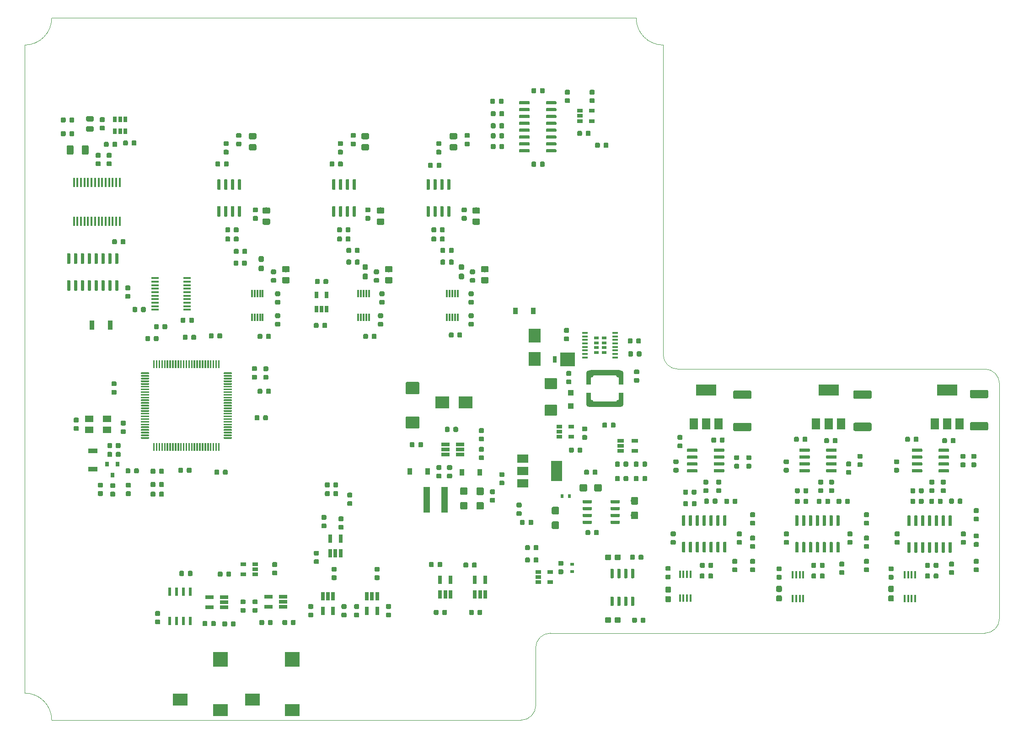
<source format=gbr>
G04 #@! TF.GenerationSoftware,KiCad,Pcbnew,(5.1.4)-1*
G04 #@! TF.CreationDate,2020-03-11T17:26:51+00:00*
G04 #@! TF.ProjectId,FPS-2_v1_revB_II,4650532d-325f-4763-915f-726576425f49,v1_revB II*
G04 #@! TF.SameCoordinates,PX4c3f880PY8011fc8*
G04 #@! TF.FileFunction,Paste,Top*
G04 #@! TF.FilePolarity,Positive*
%FSLAX46Y46*%
G04 Gerber Fmt 4.6, Leading zero omitted, Abs format (unit mm)*
G04 Created by KiCad (PCBNEW (5.1.4)-1) date 2020-03-11 17:26:51*
%MOMM*%
%LPD*%
G04 APERTURE LIST*
%ADD10C,0.120000*%
%ADD11C,0.100000*%
%ADD12C,2.075000*%
%ADD13C,0.875000*%
%ADD14R,1.060000X0.650000*%
%ADD15C,0.600000*%
%ADD16C,1.150000*%
%ADD17R,0.700000X0.600000*%
%ADD18R,0.600000X0.700000*%
%ADD19R,0.600000X1.550000*%
%ADD20C,1.525000*%
%ADD21R,2.300000X2.500000*%
%ADD22R,2.500000X2.300000*%
%ADD23R,0.650000X1.560000*%
%ADD24C,1.350000*%
%ADD25R,0.300000X1.400000*%
%ADD26C,0.950000*%
%ADD27R,0.950000X2.000000*%
%ADD28C,1.450000*%
%ADD29R,5.500000X1.000000*%
%ADD30R,0.762000X1.270000*%
%ADD31R,2.670000X2.540000*%
%ADD32R,0.882000X0.537000*%
%ADD33R,1.050000X0.450000*%
%ADD34R,1.000000X1.000000*%
%ADD35R,1.450000X0.450000*%
%ADD36R,0.450000X1.450000*%
%ADD37R,3.800000X2.000000*%
%ADD38R,1.500000X2.000000*%
%ADD39C,1.050000*%
%ADD40R,0.650000X1.220000*%
%ADD41R,1.220000X0.650000*%
%ADD42R,0.450000X1.750000*%
%ADD43R,0.650000X1.060000*%
%ADD44C,0.975000*%
%ADD45C,1.250000*%
%ADD46R,0.900000X1.700000*%
%ADD47R,0.900000X1.200000*%
%ADD48R,1.200000X4.700000*%
%ADD49R,1.700000X0.900000*%
%ADD50R,0.800000X0.900000*%
%ADD51R,2.800000X2.800000*%
%ADD52R,2.800000X2.200000*%
%ADD53R,1.600000X1.300000*%
%ADD54R,1.560000X0.650000*%
%ADD55C,2.250000*%
%ADD56R,2.000000X1.500000*%
%ADD57R,2.000000X3.800000*%
%ADD58C,0.300000*%
G04 APERTURE END LIST*
D10*
X77698000Y-16208600D02*
X77698000Y-26908600D01*
X77698000Y-16208600D02*
G75*
G02X80398000Y-13508600I2700000J0D01*
G01*
X160848000Y-13508600D02*
X80398000Y-13508600D01*
X77698000Y-26908600D02*
G75*
G02X74998000Y-29608600I-2700000J0D01*
G01*
X163548000Y-10808600D02*
G75*
G02X160848000Y-13508600I-2700000J0D01*
G01*
X160848000Y35391400D02*
G75*
G02X163548000Y32691400I0J-2700000D01*
G01*
X160848000Y35391400D02*
X103998000Y35391400D01*
X163548000Y32691400D02*
X163548000Y-10808600D01*
X-11902000Y100391400D02*
X96298000Y100391400D01*
X-16902000Y-24608600D02*
X-16902000Y95391400D01*
X74998000Y-29608600D02*
X-11902000Y-29608600D01*
X103998000Y35391400D02*
G75*
G02X101298000Y38091400I0J2700000D01*
G01*
X101298000Y95391400D02*
X101298000Y38091400D01*
X-11902000Y-29608600D02*
G75*
G03X-16902000Y-24608600I-5000000J0D01*
G01*
X96298000Y100391400D02*
G75*
G03X101298000Y95391400I5000000J0D01*
G01*
X-16902000Y95391400D02*
G75*
G03X-11902000Y100391400I0J5000000D01*
G01*
D11*
G36*
X81449504Y33748796D02*
G01*
X81473773Y33745196D01*
X81497571Y33739235D01*
X81520671Y33730970D01*
X81542849Y33720480D01*
X81563893Y33707867D01*
X81583598Y33693253D01*
X81601777Y33676777D01*
X81618253Y33658598D01*
X81632867Y33638893D01*
X81645480Y33617849D01*
X81655970Y33595671D01*
X81664235Y33572571D01*
X81670196Y33548773D01*
X81673796Y33524504D01*
X81675000Y33500000D01*
X81675000Y31925000D01*
X81673796Y31900496D01*
X81670196Y31876227D01*
X81664235Y31852429D01*
X81655970Y31829329D01*
X81645480Y31807151D01*
X81632867Y31786107D01*
X81618253Y31766402D01*
X81601777Y31748223D01*
X81583598Y31731747D01*
X81563893Y31717133D01*
X81542849Y31704520D01*
X81520671Y31694030D01*
X81497571Y31685765D01*
X81473773Y31679804D01*
X81449504Y31676204D01*
X81425000Y31675000D01*
X79575000Y31675000D01*
X79550496Y31676204D01*
X79526227Y31679804D01*
X79502429Y31685765D01*
X79479329Y31694030D01*
X79457151Y31704520D01*
X79436107Y31717133D01*
X79416402Y31731747D01*
X79398223Y31748223D01*
X79381747Y31766402D01*
X79367133Y31786107D01*
X79354520Y31807151D01*
X79344030Y31829329D01*
X79335765Y31852429D01*
X79329804Y31876227D01*
X79326204Y31900496D01*
X79325000Y31925000D01*
X79325000Y33500000D01*
X79326204Y33524504D01*
X79329804Y33548773D01*
X79335765Y33572571D01*
X79344030Y33595671D01*
X79354520Y33617849D01*
X79367133Y33638893D01*
X79381747Y33658598D01*
X79398223Y33676777D01*
X79416402Y33693253D01*
X79436107Y33707867D01*
X79457151Y33720480D01*
X79479329Y33730970D01*
X79502429Y33739235D01*
X79526227Y33745196D01*
X79550496Y33748796D01*
X79575000Y33750000D01*
X81425000Y33750000D01*
X81449504Y33748796D01*
X81449504Y33748796D01*
G37*
D12*
X80500000Y32712500D03*
D11*
G36*
X81449504Y28823796D02*
G01*
X81473773Y28820196D01*
X81497571Y28814235D01*
X81520671Y28805970D01*
X81542849Y28795480D01*
X81563893Y28782867D01*
X81583598Y28768253D01*
X81601777Y28751777D01*
X81618253Y28733598D01*
X81632867Y28713893D01*
X81645480Y28692849D01*
X81655970Y28670671D01*
X81664235Y28647571D01*
X81670196Y28623773D01*
X81673796Y28599504D01*
X81675000Y28575000D01*
X81675000Y27000000D01*
X81673796Y26975496D01*
X81670196Y26951227D01*
X81664235Y26927429D01*
X81655970Y26904329D01*
X81645480Y26882151D01*
X81632867Y26861107D01*
X81618253Y26841402D01*
X81601777Y26823223D01*
X81583598Y26806747D01*
X81563893Y26792133D01*
X81542849Y26779520D01*
X81520671Y26769030D01*
X81497571Y26760765D01*
X81473773Y26754804D01*
X81449504Y26751204D01*
X81425000Y26750000D01*
X79575000Y26750000D01*
X79550496Y26751204D01*
X79526227Y26754804D01*
X79502429Y26760765D01*
X79479329Y26769030D01*
X79457151Y26779520D01*
X79436107Y26792133D01*
X79416402Y26806747D01*
X79398223Y26823223D01*
X79381747Y26841402D01*
X79367133Y26861107D01*
X79354520Y26882151D01*
X79344030Y26904329D01*
X79335765Y26927429D01*
X79329804Y26951227D01*
X79326204Y26975496D01*
X79325000Y27000000D01*
X79325000Y28575000D01*
X79326204Y28599504D01*
X79329804Y28623773D01*
X79335765Y28647571D01*
X79344030Y28670671D01*
X79354520Y28692849D01*
X79367133Y28713893D01*
X79381747Y28733598D01*
X79398223Y28751777D01*
X79416402Y28768253D01*
X79436107Y28782867D01*
X79457151Y28795480D01*
X79479329Y28805970D01*
X79502429Y28814235D01*
X79526227Y28820196D01*
X79550496Y28823796D01*
X79575000Y28825000D01*
X81425000Y28825000D01*
X81449504Y28823796D01*
X81449504Y28823796D01*
G37*
D12*
X80500000Y27787500D03*
D11*
G36*
X26027691Y-7276053D02*
G01*
X26048926Y-7279203D01*
X26069750Y-7284419D01*
X26089962Y-7291651D01*
X26109368Y-7300830D01*
X26127781Y-7311866D01*
X26145024Y-7324654D01*
X26160930Y-7339070D01*
X26175346Y-7354976D01*
X26188134Y-7372219D01*
X26199170Y-7390632D01*
X26208349Y-7410038D01*
X26215581Y-7430250D01*
X26220797Y-7451074D01*
X26223947Y-7472309D01*
X26225000Y-7493750D01*
X26225000Y-7931250D01*
X26223947Y-7952691D01*
X26220797Y-7973926D01*
X26215581Y-7994750D01*
X26208349Y-8014962D01*
X26199170Y-8034368D01*
X26188134Y-8052781D01*
X26175346Y-8070024D01*
X26160930Y-8085930D01*
X26145024Y-8100346D01*
X26127781Y-8113134D01*
X26109368Y-8124170D01*
X26089962Y-8133349D01*
X26069750Y-8140581D01*
X26048926Y-8145797D01*
X26027691Y-8148947D01*
X26006250Y-8150000D01*
X25493750Y-8150000D01*
X25472309Y-8148947D01*
X25451074Y-8145797D01*
X25430250Y-8140581D01*
X25410038Y-8133349D01*
X25390632Y-8124170D01*
X25372219Y-8113134D01*
X25354976Y-8100346D01*
X25339070Y-8085930D01*
X25324654Y-8070024D01*
X25311866Y-8052781D01*
X25300830Y-8034368D01*
X25291651Y-8014962D01*
X25284419Y-7994750D01*
X25279203Y-7973926D01*
X25276053Y-7952691D01*
X25275000Y-7931250D01*
X25275000Y-7493750D01*
X25276053Y-7472309D01*
X25279203Y-7451074D01*
X25284419Y-7430250D01*
X25291651Y-7410038D01*
X25300830Y-7390632D01*
X25311866Y-7372219D01*
X25324654Y-7354976D01*
X25339070Y-7339070D01*
X25354976Y-7324654D01*
X25372219Y-7311866D01*
X25390632Y-7300830D01*
X25410038Y-7291651D01*
X25430250Y-7284419D01*
X25451074Y-7279203D01*
X25472309Y-7276053D01*
X25493750Y-7275000D01*
X26006250Y-7275000D01*
X26027691Y-7276053D01*
X26027691Y-7276053D01*
G37*
D13*
X25750000Y-7712500D03*
D11*
G36*
X26027691Y-8851053D02*
G01*
X26048926Y-8854203D01*
X26069750Y-8859419D01*
X26089962Y-8866651D01*
X26109368Y-8875830D01*
X26127781Y-8886866D01*
X26145024Y-8899654D01*
X26160930Y-8914070D01*
X26175346Y-8929976D01*
X26188134Y-8947219D01*
X26199170Y-8965632D01*
X26208349Y-8985038D01*
X26215581Y-9005250D01*
X26220797Y-9026074D01*
X26223947Y-9047309D01*
X26225000Y-9068750D01*
X26225000Y-9506250D01*
X26223947Y-9527691D01*
X26220797Y-9548926D01*
X26215581Y-9569750D01*
X26208349Y-9589962D01*
X26199170Y-9609368D01*
X26188134Y-9627781D01*
X26175346Y-9645024D01*
X26160930Y-9660930D01*
X26145024Y-9675346D01*
X26127781Y-9688134D01*
X26109368Y-9699170D01*
X26089962Y-9708349D01*
X26069750Y-9715581D01*
X26048926Y-9720797D01*
X26027691Y-9723947D01*
X26006250Y-9725000D01*
X25493750Y-9725000D01*
X25472309Y-9723947D01*
X25451074Y-9720797D01*
X25430250Y-9715581D01*
X25410038Y-9708349D01*
X25390632Y-9699170D01*
X25372219Y-9688134D01*
X25354976Y-9675346D01*
X25339070Y-9660930D01*
X25324654Y-9645024D01*
X25311866Y-9627781D01*
X25300830Y-9609368D01*
X25291651Y-9589962D01*
X25284419Y-9569750D01*
X25279203Y-9548926D01*
X25276053Y-9527691D01*
X25275000Y-9506250D01*
X25275000Y-9068750D01*
X25276053Y-9047309D01*
X25279203Y-9026074D01*
X25284419Y-9005250D01*
X25291651Y-8985038D01*
X25300830Y-8965632D01*
X25311866Y-8947219D01*
X25324654Y-8929976D01*
X25339070Y-8914070D01*
X25354976Y-8899654D01*
X25372219Y-8886866D01*
X25390632Y-8875830D01*
X25410038Y-8866651D01*
X25430250Y-8859419D01*
X25451074Y-8854203D01*
X25472309Y-8851053D01*
X25493750Y-8850000D01*
X26006250Y-8850000D01*
X26027691Y-8851053D01*
X26027691Y-8851053D01*
G37*
D13*
X25750000Y-9287500D03*
D14*
X88120400Y83220600D03*
X88120400Y81320600D03*
X85920400Y81320600D03*
X85920400Y82270600D03*
X85920400Y83220600D03*
D11*
G36*
X77583091Y73803747D02*
G01*
X77604326Y73800597D01*
X77625150Y73795381D01*
X77645362Y73788149D01*
X77664768Y73778970D01*
X77683181Y73767934D01*
X77700424Y73755146D01*
X77716330Y73740730D01*
X77730746Y73724824D01*
X77743534Y73707581D01*
X77754570Y73689168D01*
X77763749Y73669762D01*
X77770981Y73649550D01*
X77776197Y73628726D01*
X77779347Y73607491D01*
X77780400Y73586050D01*
X77780400Y73073550D01*
X77779347Y73052109D01*
X77776197Y73030874D01*
X77770981Y73010050D01*
X77763749Y72989838D01*
X77754570Y72970432D01*
X77743534Y72952019D01*
X77730746Y72934776D01*
X77716330Y72918870D01*
X77700424Y72904454D01*
X77683181Y72891666D01*
X77664768Y72880630D01*
X77645362Y72871451D01*
X77625150Y72864219D01*
X77604326Y72859003D01*
X77583091Y72855853D01*
X77561650Y72854800D01*
X77124150Y72854800D01*
X77102709Y72855853D01*
X77081474Y72859003D01*
X77060650Y72864219D01*
X77040438Y72871451D01*
X77021032Y72880630D01*
X77002619Y72891666D01*
X76985376Y72904454D01*
X76969470Y72918870D01*
X76955054Y72934776D01*
X76942266Y72952019D01*
X76931230Y72970432D01*
X76922051Y72989838D01*
X76914819Y73010050D01*
X76909603Y73030874D01*
X76906453Y73052109D01*
X76905400Y73073550D01*
X76905400Y73586050D01*
X76906453Y73607491D01*
X76909603Y73628726D01*
X76914819Y73649550D01*
X76922051Y73669762D01*
X76931230Y73689168D01*
X76942266Y73707581D01*
X76955054Y73724824D01*
X76969470Y73740730D01*
X76985376Y73755146D01*
X77002619Y73767934D01*
X77021032Y73778970D01*
X77040438Y73788149D01*
X77060650Y73795381D01*
X77081474Y73800597D01*
X77102709Y73803747D01*
X77124150Y73804800D01*
X77561650Y73804800D01*
X77583091Y73803747D01*
X77583091Y73803747D01*
G37*
D13*
X77342900Y73329800D03*
D11*
G36*
X79158091Y73803747D02*
G01*
X79179326Y73800597D01*
X79200150Y73795381D01*
X79220362Y73788149D01*
X79239768Y73778970D01*
X79258181Y73767934D01*
X79275424Y73755146D01*
X79291330Y73740730D01*
X79305746Y73724824D01*
X79318534Y73707581D01*
X79329570Y73689168D01*
X79338749Y73669762D01*
X79345981Y73649550D01*
X79351197Y73628726D01*
X79354347Y73607491D01*
X79355400Y73586050D01*
X79355400Y73073550D01*
X79354347Y73052109D01*
X79351197Y73030874D01*
X79345981Y73010050D01*
X79338749Y72989838D01*
X79329570Y72970432D01*
X79318534Y72952019D01*
X79305746Y72934776D01*
X79291330Y72918870D01*
X79275424Y72904454D01*
X79258181Y72891666D01*
X79239768Y72880630D01*
X79220362Y72871451D01*
X79200150Y72864219D01*
X79179326Y72859003D01*
X79158091Y72855853D01*
X79136650Y72854800D01*
X78699150Y72854800D01*
X78677709Y72855853D01*
X78656474Y72859003D01*
X78635650Y72864219D01*
X78615438Y72871451D01*
X78596032Y72880630D01*
X78577619Y72891666D01*
X78560376Y72904454D01*
X78544470Y72918870D01*
X78530054Y72934776D01*
X78517266Y72952019D01*
X78506230Y72970432D01*
X78497051Y72989838D01*
X78489819Y73010050D01*
X78484603Y73030874D01*
X78481453Y73052109D01*
X78480400Y73073550D01*
X78480400Y73586050D01*
X78481453Y73607491D01*
X78484603Y73628726D01*
X78489819Y73649550D01*
X78497051Y73669762D01*
X78506230Y73689168D01*
X78517266Y73707581D01*
X78530054Y73724824D01*
X78544470Y73740730D01*
X78560376Y73755146D01*
X78577619Y73767934D01*
X78596032Y73778970D01*
X78615438Y73788149D01*
X78635650Y73795381D01*
X78656474Y73800597D01*
X78677709Y73803747D01*
X78699150Y73804800D01*
X79136650Y73804800D01*
X79158091Y73803747D01*
X79158091Y73803747D01*
G37*
D13*
X78917900Y73329800D03*
D11*
G36*
X77583091Y87418147D02*
G01*
X77604326Y87414997D01*
X77625150Y87409781D01*
X77645362Y87402549D01*
X77664768Y87393370D01*
X77683181Y87382334D01*
X77700424Y87369546D01*
X77716330Y87355130D01*
X77730746Y87339224D01*
X77743534Y87321981D01*
X77754570Y87303568D01*
X77763749Y87284162D01*
X77770981Y87263950D01*
X77776197Y87243126D01*
X77779347Y87221891D01*
X77780400Y87200450D01*
X77780400Y86687950D01*
X77779347Y86666509D01*
X77776197Y86645274D01*
X77770981Y86624450D01*
X77763749Y86604238D01*
X77754570Y86584832D01*
X77743534Y86566419D01*
X77730746Y86549176D01*
X77716330Y86533270D01*
X77700424Y86518854D01*
X77683181Y86506066D01*
X77664768Y86495030D01*
X77645362Y86485851D01*
X77625150Y86478619D01*
X77604326Y86473403D01*
X77583091Y86470253D01*
X77561650Y86469200D01*
X77124150Y86469200D01*
X77102709Y86470253D01*
X77081474Y86473403D01*
X77060650Y86478619D01*
X77040438Y86485851D01*
X77021032Y86495030D01*
X77002619Y86506066D01*
X76985376Y86518854D01*
X76969470Y86533270D01*
X76955054Y86549176D01*
X76942266Y86566419D01*
X76931230Y86584832D01*
X76922051Y86604238D01*
X76914819Y86624450D01*
X76909603Y86645274D01*
X76906453Y86666509D01*
X76905400Y86687950D01*
X76905400Y87200450D01*
X76906453Y87221891D01*
X76909603Y87243126D01*
X76914819Y87263950D01*
X76922051Y87284162D01*
X76931230Y87303568D01*
X76942266Y87321981D01*
X76955054Y87339224D01*
X76969470Y87355130D01*
X76985376Y87369546D01*
X77002619Y87382334D01*
X77021032Y87393370D01*
X77040438Y87402549D01*
X77060650Y87409781D01*
X77081474Y87414997D01*
X77102709Y87418147D01*
X77124150Y87419200D01*
X77561650Y87419200D01*
X77583091Y87418147D01*
X77583091Y87418147D01*
G37*
D13*
X77342900Y86944200D03*
D11*
G36*
X79158091Y87418147D02*
G01*
X79179326Y87414997D01*
X79200150Y87409781D01*
X79220362Y87402549D01*
X79239768Y87393370D01*
X79258181Y87382334D01*
X79275424Y87369546D01*
X79291330Y87355130D01*
X79305746Y87339224D01*
X79318534Y87321981D01*
X79329570Y87303568D01*
X79338749Y87284162D01*
X79345981Y87263950D01*
X79351197Y87243126D01*
X79354347Y87221891D01*
X79355400Y87200450D01*
X79355400Y86687950D01*
X79354347Y86666509D01*
X79351197Y86645274D01*
X79345981Y86624450D01*
X79338749Y86604238D01*
X79329570Y86584832D01*
X79318534Y86566419D01*
X79305746Y86549176D01*
X79291330Y86533270D01*
X79275424Y86518854D01*
X79258181Y86506066D01*
X79239768Y86495030D01*
X79220362Y86485851D01*
X79200150Y86478619D01*
X79179326Y86473403D01*
X79158091Y86470253D01*
X79136650Y86469200D01*
X78699150Y86469200D01*
X78677709Y86470253D01*
X78656474Y86473403D01*
X78635650Y86478619D01*
X78615438Y86485851D01*
X78596032Y86495030D01*
X78577619Y86506066D01*
X78560376Y86518854D01*
X78544470Y86533270D01*
X78530054Y86549176D01*
X78517266Y86566419D01*
X78506230Y86584832D01*
X78497051Y86604238D01*
X78489819Y86624450D01*
X78484603Y86645274D01*
X78481453Y86666509D01*
X78480400Y86687950D01*
X78480400Y87200450D01*
X78481453Y87221891D01*
X78484603Y87243126D01*
X78489819Y87263950D01*
X78497051Y87284162D01*
X78506230Y87303568D01*
X78517266Y87321981D01*
X78530054Y87339224D01*
X78544470Y87355130D01*
X78560376Y87369546D01*
X78577619Y87382334D01*
X78596032Y87393370D01*
X78615438Y87402549D01*
X78635650Y87409781D01*
X78656474Y87414997D01*
X78677709Y87418147D01*
X78699150Y87419200D01*
X79136650Y87419200D01*
X79158091Y87418147D01*
X79158091Y87418147D01*
G37*
D13*
X78917900Y86944200D03*
D11*
G36*
X86066691Y79493347D02*
G01*
X86087926Y79490197D01*
X86108750Y79484981D01*
X86128962Y79477749D01*
X86148368Y79468570D01*
X86166781Y79457534D01*
X86184024Y79444746D01*
X86199930Y79430330D01*
X86214346Y79414424D01*
X86227134Y79397181D01*
X86238170Y79378768D01*
X86247349Y79359362D01*
X86254581Y79339150D01*
X86259797Y79318326D01*
X86262947Y79297091D01*
X86264000Y79275650D01*
X86264000Y78763150D01*
X86262947Y78741709D01*
X86259797Y78720474D01*
X86254581Y78699650D01*
X86247349Y78679438D01*
X86238170Y78660032D01*
X86227134Y78641619D01*
X86214346Y78624376D01*
X86199930Y78608470D01*
X86184024Y78594054D01*
X86166781Y78581266D01*
X86148368Y78570230D01*
X86128962Y78561051D01*
X86108750Y78553819D01*
X86087926Y78548603D01*
X86066691Y78545453D01*
X86045250Y78544400D01*
X85607750Y78544400D01*
X85586309Y78545453D01*
X85565074Y78548603D01*
X85544250Y78553819D01*
X85524038Y78561051D01*
X85504632Y78570230D01*
X85486219Y78581266D01*
X85468976Y78594054D01*
X85453070Y78608470D01*
X85438654Y78624376D01*
X85425866Y78641619D01*
X85414830Y78660032D01*
X85405651Y78679438D01*
X85398419Y78699650D01*
X85393203Y78720474D01*
X85390053Y78741709D01*
X85389000Y78763150D01*
X85389000Y79275650D01*
X85390053Y79297091D01*
X85393203Y79318326D01*
X85398419Y79339150D01*
X85405651Y79359362D01*
X85414830Y79378768D01*
X85425866Y79397181D01*
X85438654Y79414424D01*
X85453070Y79430330D01*
X85468976Y79444746D01*
X85486219Y79457534D01*
X85504632Y79468570D01*
X85524038Y79477749D01*
X85544250Y79484981D01*
X85565074Y79490197D01*
X85586309Y79493347D01*
X85607750Y79494400D01*
X86045250Y79494400D01*
X86066691Y79493347D01*
X86066691Y79493347D01*
G37*
D13*
X85826500Y79019400D03*
D11*
G36*
X87641691Y79493347D02*
G01*
X87662926Y79490197D01*
X87683750Y79484981D01*
X87703962Y79477749D01*
X87723368Y79468570D01*
X87741781Y79457534D01*
X87759024Y79444746D01*
X87774930Y79430330D01*
X87789346Y79414424D01*
X87802134Y79397181D01*
X87813170Y79378768D01*
X87822349Y79359362D01*
X87829581Y79339150D01*
X87834797Y79318326D01*
X87837947Y79297091D01*
X87839000Y79275650D01*
X87839000Y78763150D01*
X87837947Y78741709D01*
X87834797Y78720474D01*
X87829581Y78699650D01*
X87822349Y78679438D01*
X87813170Y78660032D01*
X87802134Y78641619D01*
X87789346Y78624376D01*
X87774930Y78608470D01*
X87759024Y78594054D01*
X87741781Y78581266D01*
X87723368Y78570230D01*
X87703962Y78561051D01*
X87683750Y78553819D01*
X87662926Y78548603D01*
X87641691Y78545453D01*
X87620250Y78544400D01*
X87182750Y78544400D01*
X87161309Y78545453D01*
X87140074Y78548603D01*
X87119250Y78553819D01*
X87099038Y78561051D01*
X87079632Y78570230D01*
X87061219Y78581266D01*
X87043976Y78594054D01*
X87028070Y78608470D01*
X87013654Y78624376D01*
X87000866Y78641619D01*
X86989830Y78660032D01*
X86980651Y78679438D01*
X86973419Y78699650D01*
X86968203Y78720474D01*
X86965053Y78741709D01*
X86964000Y78763150D01*
X86964000Y79275650D01*
X86965053Y79297091D01*
X86968203Y79318326D01*
X86973419Y79339150D01*
X86980651Y79359362D01*
X86989830Y79378768D01*
X87000866Y79397181D01*
X87013654Y79414424D01*
X87028070Y79430330D01*
X87043976Y79444746D01*
X87061219Y79457534D01*
X87079632Y79468570D01*
X87099038Y79477749D01*
X87119250Y79484981D01*
X87140074Y79490197D01*
X87161309Y79493347D01*
X87182750Y79494400D01*
X87620250Y79494400D01*
X87641691Y79493347D01*
X87641691Y79493347D01*
G37*
D13*
X87401500Y79019400D03*
D11*
G36*
X89368691Y77308947D02*
G01*
X89389926Y77305797D01*
X89410750Y77300581D01*
X89430962Y77293349D01*
X89450368Y77284170D01*
X89468781Y77273134D01*
X89486024Y77260346D01*
X89501930Y77245930D01*
X89516346Y77230024D01*
X89529134Y77212781D01*
X89540170Y77194368D01*
X89549349Y77174962D01*
X89556581Y77154750D01*
X89561797Y77133926D01*
X89564947Y77112691D01*
X89566000Y77091250D01*
X89566000Y76578750D01*
X89564947Y76557309D01*
X89561797Y76536074D01*
X89556581Y76515250D01*
X89549349Y76495038D01*
X89540170Y76475632D01*
X89529134Y76457219D01*
X89516346Y76439976D01*
X89501930Y76424070D01*
X89486024Y76409654D01*
X89468781Y76396866D01*
X89450368Y76385830D01*
X89430962Y76376651D01*
X89410750Y76369419D01*
X89389926Y76364203D01*
X89368691Y76361053D01*
X89347250Y76360000D01*
X88909750Y76360000D01*
X88888309Y76361053D01*
X88867074Y76364203D01*
X88846250Y76369419D01*
X88826038Y76376651D01*
X88806632Y76385830D01*
X88788219Y76396866D01*
X88770976Y76409654D01*
X88755070Y76424070D01*
X88740654Y76439976D01*
X88727866Y76457219D01*
X88716830Y76475632D01*
X88707651Y76495038D01*
X88700419Y76515250D01*
X88695203Y76536074D01*
X88692053Y76557309D01*
X88691000Y76578750D01*
X88691000Y77091250D01*
X88692053Y77112691D01*
X88695203Y77133926D01*
X88700419Y77154750D01*
X88707651Y77174962D01*
X88716830Y77194368D01*
X88727866Y77212781D01*
X88740654Y77230024D01*
X88755070Y77245930D01*
X88770976Y77260346D01*
X88788219Y77273134D01*
X88806632Y77284170D01*
X88826038Y77293349D01*
X88846250Y77300581D01*
X88867074Y77305797D01*
X88888309Y77308947D01*
X88909750Y77310000D01*
X89347250Y77310000D01*
X89368691Y77308947D01*
X89368691Y77308947D01*
G37*
D13*
X89128500Y76835000D03*
D11*
G36*
X90943691Y77308947D02*
G01*
X90964926Y77305797D01*
X90985750Y77300581D01*
X91005962Y77293349D01*
X91025368Y77284170D01*
X91043781Y77273134D01*
X91061024Y77260346D01*
X91076930Y77245930D01*
X91091346Y77230024D01*
X91104134Y77212781D01*
X91115170Y77194368D01*
X91124349Y77174962D01*
X91131581Y77154750D01*
X91136797Y77133926D01*
X91139947Y77112691D01*
X91141000Y77091250D01*
X91141000Y76578750D01*
X91139947Y76557309D01*
X91136797Y76536074D01*
X91131581Y76515250D01*
X91124349Y76495038D01*
X91115170Y76475632D01*
X91104134Y76457219D01*
X91091346Y76439976D01*
X91076930Y76424070D01*
X91061024Y76409654D01*
X91043781Y76396866D01*
X91025368Y76385830D01*
X91005962Y76376651D01*
X90985750Y76369419D01*
X90964926Y76364203D01*
X90943691Y76361053D01*
X90922250Y76360000D01*
X90484750Y76360000D01*
X90463309Y76361053D01*
X90442074Y76364203D01*
X90421250Y76369419D01*
X90401038Y76376651D01*
X90381632Y76385830D01*
X90363219Y76396866D01*
X90345976Y76409654D01*
X90330070Y76424070D01*
X90315654Y76439976D01*
X90302866Y76457219D01*
X90291830Y76475632D01*
X90282651Y76495038D01*
X90275419Y76515250D01*
X90270203Y76536074D01*
X90267053Y76557309D01*
X90266000Y76578750D01*
X90266000Y77091250D01*
X90267053Y77112691D01*
X90270203Y77133926D01*
X90275419Y77154750D01*
X90282651Y77174962D01*
X90291830Y77194368D01*
X90302866Y77212781D01*
X90315654Y77230024D01*
X90330070Y77245930D01*
X90345976Y77260346D01*
X90363219Y77273134D01*
X90381632Y77284170D01*
X90401038Y77293349D01*
X90421250Y77300581D01*
X90442074Y77305797D01*
X90463309Y77308947D01*
X90484750Y77310000D01*
X90922250Y77310000D01*
X90943691Y77308947D01*
X90943691Y77308947D01*
G37*
D13*
X90703500Y76835000D03*
D11*
G36*
X71639691Y83150947D02*
G01*
X71660926Y83147797D01*
X71681750Y83142581D01*
X71701962Y83135349D01*
X71721368Y83126170D01*
X71739781Y83115134D01*
X71757024Y83102346D01*
X71772930Y83087930D01*
X71787346Y83072024D01*
X71800134Y83054781D01*
X71811170Y83036368D01*
X71820349Y83016962D01*
X71827581Y82996750D01*
X71832797Y82975926D01*
X71835947Y82954691D01*
X71837000Y82933250D01*
X71837000Y82420750D01*
X71835947Y82399309D01*
X71832797Y82378074D01*
X71827581Y82357250D01*
X71820349Y82337038D01*
X71811170Y82317632D01*
X71800134Y82299219D01*
X71787346Y82281976D01*
X71772930Y82266070D01*
X71757024Y82251654D01*
X71739781Y82238866D01*
X71721368Y82227830D01*
X71701962Y82218651D01*
X71681750Y82211419D01*
X71660926Y82206203D01*
X71639691Y82203053D01*
X71618250Y82202000D01*
X71180750Y82202000D01*
X71159309Y82203053D01*
X71138074Y82206203D01*
X71117250Y82211419D01*
X71097038Y82218651D01*
X71077632Y82227830D01*
X71059219Y82238866D01*
X71041976Y82251654D01*
X71026070Y82266070D01*
X71011654Y82281976D01*
X70998866Y82299219D01*
X70987830Y82317632D01*
X70978651Y82337038D01*
X70971419Y82357250D01*
X70966203Y82378074D01*
X70963053Y82399309D01*
X70962000Y82420750D01*
X70962000Y82933250D01*
X70963053Y82954691D01*
X70966203Y82975926D01*
X70971419Y82996750D01*
X70978651Y83016962D01*
X70987830Y83036368D01*
X70998866Y83054781D01*
X71011654Y83072024D01*
X71026070Y83087930D01*
X71041976Y83102346D01*
X71059219Y83115134D01*
X71077632Y83126170D01*
X71097038Y83135349D01*
X71117250Y83142581D01*
X71138074Y83147797D01*
X71159309Y83150947D01*
X71180750Y83152000D01*
X71618250Y83152000D01*
X71639691Y83150947D01*
X71639691Y83150947D01*
G37*
D13*
X71399500Y82677000D03*
D11*
G36*
X70064691Y83150947D02*
G01*
X70085926Y83147797D01*
X70106750Y83142581D01*
X70126962Y83135349D01*
X70146368Y83126170D01*
X70164781Y83115134D01*
X70182024Y83102346D01*
X70197930Y83087930D01*
X70212346Y83072024D01*
X70225134Y83054781D01*
X70236170Y83036368D01*
X70245349Y83016962D01*
X70252581Y82996750D01*
X70257797Y82975926D01*
X70260947Y82954691D01*
X70262000Y82933250D01*
X70262000Y82420750D01*
X70260947Y82399309D01*
X70257797Y82378074D01*
X70252581Y82357250D01*
X70245349Y82337038D01*
X70236170Y82317632D01*
X70225134Y82299219D01*
X70212346Y82281976D01*
X70197930Y82266070D01*
X70182024Y82251654D01*
X70164781Y82238866D01*
X70146368Y82227830D01*
X70126962Y82218651D01*
X70106750Y82211419D01*
X70085926Y82206203D01*
X70064691Y82203053D01*
X70043250Y82202000D01*
X69605750Y82202000D01*
X69584309Y82203053D01*
X69563074Y82206203D01*
X69542250Y82211419D01*
X69522038Y82218651D01*
X69502632Y82227830D01*
X69484219Y82238866D01*
X69466976Y82251654D01*
X69451070Y82266070D01*
X69436654Y82281976D01*
X69423866Y82299219D01*
X69412830Y82317632D01*
X69403651Y82337038D01*
X69396419Y82357250D01*
X69391203Y82378074D01*
X69388053Y82399309D01*
X69387000Y82420750D01*
X69387000Y82933250D01*
X69388053Y82954691D01*
X69391203Y82975926D01*
X69396419Y82996750D01*
X69403651Y83016962D01*
X69412830Y83036368D01*
X69423866Y83054781D01*
X69436654Y83072024D01*
X69451070Y83087930D01*
X69466976Y83102346D01*
X69484219Y83115134D01*
X69502632Y83126170D01*
X69522038Y83135349D01*
X69542250Y83142581D01*
X69563074Y83147797D01*
X69584309Y83150947D01*
X69605750Y83152000D01*
X70043250Y83152000D01*
X70064691Y83150947D01*
X70064691Y83150947D01*
G37*
D13*
X69824500Y82677000D03*
D11*
G36*
X71639691Y80915747D02*
G01*
X71660926Y80912597D01*
X71681750Y80907381D01*
X71701962Y80900149D01*
X71721368Y80890970D01*
X71739781Y80879934D01*
X71757024Y80867146D01*
X71772930Y80852730D01*
X71787346Y80836824D01*
X71800134Y80819581D01*
X71811170Y80801168D01*
X71820349Y80781762D01*
X71827581Y80761550D01*
X71832797Y80740726D01*
X71835947Y80719491D01*
X71837000Y80698050D01*
X71837000Y80185550D01*
X71835947Y80164109D01*
X71832797Y80142874D01*
X71827581Y80122050D01*
X71820349Y80101838D01*
X71811170Y80082432D01*
X71800134Y80064019D01*
X71787346Y80046776D01*
X71772930Y80030870D01*
X71757024Y80016454D01*
X71739781Y80003666D01*
X71721368Y79992630D01*
X71701962Y79983451D01*
X71681750Y79976219D01*
X71660926Y79971003D01*
X71639691Y79967853D01*
X71618250Y79966800D01*
X71180750Y79966800D01*
X71159309Y79967853D01*
X71138074Y79971003D01*
X71117250Y79976219D01*
X71097038Y79983451D01*
X71077632Y79992630D01*
X71059219Y80003666D01*
X71041976Y80016454D01*
X71026070Y80030870D01*
X71011654Y80046776D01*
X70998866Y80064019D01*
X70987830Y80082432D01*
X70978651Y80101838D01*
X70971419Y80122050D01*
X70966203Y80142874D01*
X70963053Y80164109D01*
X70962000Y80185550D01*
X70962000Y80698050D01*
X70963053Y80719491D01*
X70966203Y80740726D01*
X70971419Y80761550D01*
X70978651Y80781762D01*
X70987830Y80801168D01*
X70998866Y80819581D01*
X71011654Y80836824D01*
X71026070Y80852730D01*
X71041976Y80867146D01*
X71059219Y80879934D01*
X71077632Y80890970D01*
X71097038Y80900149D01*
X71117250Y80907381D01*
X71138074Y80912597D01*
X71159309Y80915747D01*
X71180750Y80916800D01*
X71618250Y80916800D01*
X71639691Y80915747D01*
X71639691Y80915747D01*
G37*
D13*
X71399500Y80441800D03*
D11*
G36*
X70064691Y80915747D02*
G01*
X70085926Y80912597D01*
X70106750Y80907381D01*
X70126962Y80900149D01*
X70146368Y80890970D01*
X70164781Y80879934D01*
X70182024Y80867146D01*
X70197930Y80852730D01*
X70212346Y80836824D01*
X70225134Y80819581D01*
X70236170Y80801168D01*
X70245349Y80781762D01*
X70252581Y80761550D01*
X70257797Y80740726D01*
X70260947Y80719491D01*
X70262000Y80698050D01*
X70262000Y80185550D01*
X70260947Y80164109D01*
X70257797Y80142874D01*
X70252581Y80122050D01*
X70245349Y80101838D01*
X70236170Y80082432D01*
X70225134Y80064019D01*
X70212346Y80046776D01*
X70197930Y80030870D01*
X70182024Y80016454D01*
X70164781Y80003666D01*
X70146368Y79992630D01*
X70126962Y79983451D01*
X70106750Y79976219D01*
X70085926Y79971003D01*
X70064691Y79967853D01*
X70043250Y79966800D01*
X69605750Y79966800D01*
X69584309Y79967853D01*
X69563074Y79971003D01*
X69542250Y79976219D01*
X69522038Y79983451D01*
X69502632Y79992630D01*
X69484219Y80003666D01*
X69466976Y80016454D01*
X69451070Y80030870D01*
X69436654Y80046776D01*
X69423866Y80064019D01*
X69412830Y80082432D01*
X69403651Y80101838D01*
X69396419Y80122050D01*
X69391203Y80142874D01*
X69388053Y80164109D01*
X69387000Y80185550D01*
X69387000Y80698050D01*
X69388053Y80719491D01*
X69391203Y80740726D01*
X69396419Y80761550D01*
X69403651Y80781762D01*
X69412830Y80801168D01*
X69423866Y80819581D01*
X69436654Y80836824D01*
X69451070Y80852730D01*
X69466976Y80867146D01*
X69484219Y80879934D01*
X69502632Y80890970D01*
X69522038Y80900149D01*
X69542250Y80907381D01*
X69563074Y80912597D01*
X69584309Y80915747D01*
X69605750Y80916800D01*
X70043250Y80916800D01*
X70064691Y80915747D01*
X70064691Y80915747D01*
G37*
D13*
X69824500Y80441800D03*
D11*
G36*
X71639691Y77080347D02*
G01*
X71660926Y77077197D01*
X71681750Y77071981D01*
X71701962Y77064749D01*
X71721368Y77055570D01*
X71739781Y77044534D01*
X71757024Y77031746D01*
X71772930Y77017330D01*
X71787346Y77001424D01*
X71800134Y76984181D01*
X71811170Y76965768D01*
X71820349Y76946362D01*
X71827581Y76926150D01*
X71832797Y76905326D01*
X71835947Y76884091D01*
X71837000Y76862650D01*
X71837000Y76350150D01*
X71835947Y76328709D01*
X71832797Y76307474D01*
X71827581Y76286650D01*
X71820349Y76266438D01*
X71811170Y76247032D01*
X71800134Y76228619D01*
X71787346Y76211376D01*
X71772930Y76195470D01*
X71757024Y76181054D01*
X71739781Y76168266D01*
X71721368Y76157230D01*
X71701962Y76148051D01*
X71681750Y76140819D01*
X71660926Y76135603D01*
X71639691Y76132453D01*
X71618250Y76131400D01*
X71180750Y76131400D01*
X71159309Y76132453D01*
X71138074Y76135603D01*
X71117250Y76140819D01*
X71097038Y76148051D01*
X71077632Y76157230D01*
X71059219Y76168266D01*
X71041976Y76181054D01*
X71026070Y76195470D01*
X71011654Y76211376D01*
X70998866Y76228619D01*
X70987830Y76247032D01*
X70978651Y76266438D01*
X70971419Y76286650D01*
X70966203Y76307474D01*
X70963053Y76328709D01*
X70962000Y76350150D01*
X70962000Y76862650D01*
X70963053Y76884091D01*
X70966203Y76905326D01*
X70971419Y76926150D01*
X70978651Y76946362D01*
X70987830Y76965768D01*
X70998866Y76984181D01*
X71011654Y77001424D01*
X71026070Y77017330D01*
X71041976Y77031746D01*
X71059219Y77044534D01*
X71077632Y77055570D01*
X71097038Y77064749D01*
X71117250Y77071981D01*
X71138074Y77077197D01*
X71159309Y77080347D01*
X71180750Y77081400D01*
X71618250Y77081400D01*
X71639691Y77080347D01*
X71639691Y77080347D01*
G37*
D13*
X71399500Y76606400D03*
D11*
G36*
X70064691Y77080347D02*
G01*
X70085926Y77077197D01*
X70106750Y77071981D01*
X70126962Y77064749D01*
X70146368Y77055570D01*
X70164781Y77044534D01*
X70182024Y77031746D01*
X70197930Y77017330D01*
X70212346Y77001424D01*
X70225134Y76984181D01*
X70236170Y76965768D01*
X70245349Y76946362D01*
X70252581Y76926150D01*
X70257797Y76905326D01*
X70260947Y76884091D01*
X70262000Y76862650D01*
X70262000Y76350150D01*
X70260947Y76328709D01*
X70257797Y76307474D01*
X70252581Y76286650D01*
X70245349Y76266438D01*
X70236170Y76247032D01*
X70225134Y76228619D01*
X70212346Y76211376D01*
X70197930Y76195470D01*
X70182024Y76181054D01*
X70164781Y76168266D01*
X70146368Y76157230D01*
X70126962Y76148051D01*
X70106750Y76140819D01*
X70085926Y76135603D01*
X70064691Y76132453D01*
X70043250Y76131400D01*
X69605750Y76131400D01*
X69584309Y76132453D01*
X69563074Y76135603D01*
X69542250Y76140819D01*
X69522038Y76148051D01*
X69502632Y76157230D01*
X69484219Y76168266D01*
X69466976Y76181054D01*
X69451070Y76195470D01*
X69436654Y76211376D01*
X69423866Y76228619D01*
X69412830Y76247032D01*
X69403651Y76266438D01*
X69396419Y76286650D01*
X69391203Y76307474D01*
X69388053Y76328709D01*
X69387000Y76350150D01*
X69387000Y76862650D01*
X69388053Y76884091D01*
X69391203Y76905326D01*
X69396419Y76926150D01*
X69403651Y76946362D01*
X69412830Y76965768D01*
X69423866Y76984181D01*
X69436654Y77001424D01*
X69451070Y77017330D01*
X69466976Y77031746D01*
X69484219Y77044534D01*
X69502632Y77055570D01*
X69522038Y77064749D01*
X69542250Y77071981D01*
X69563074Y77077197D01*
X69584309Y77080347D01*
X69605750Y77081400D01*
X70043250Y77081400D01*
X70064691Y77080347D01*
X70064691Y77080347D01*
G37*
D13*
X69824500Y76606400D03*
D11*
G36*
X83843691Y85526347D02*
G01*
X83864926Y85523197D01*
X83885750Y85517981D01*
X83905962Y85510749D01*
X83925368Y85501570D01*
X83943781Y85490534D01*
X83961024Y85477746D01*
X83976930Y85463330D01*
X83991346Y85447424D01*
X84004134Y85430181D01*
X84015170Y85411768D01*
X84024349Y85392362D01*
X84031581Y85372150D01*
X84036797Y85351326D01*
X84039947Y85330091D01*
X84041000Y85308650D01*
X84041000Y84871150D01*
X84039947Y84849709D01*
X84036797Y84828474D01*
X84031581Y84807650D01*
X84024349Y84787438D01*
X84015170Y84768032D01*
X84004134Y84749619D01*
X83991346Y84732376D01*
X83976930Y84716470D01*
X83961024Y84702054D01*
X83943781Y84689266D01*
X83925368Y84678230D01*
X83905962Y84669051D01*
X83885750Y84661819D01*
X83864926Y84656603D01*
X83843691Y84653453D01*
X83822250Y84652400D01*
X83309750Y84652400D01*
X83288309Y84653453D01*
X83267074Y84656603D01*
X83246250Y84661819D01*
X83226038Y84669051D01*
X83206632Y84678230D01*
X83188219Y84689266D01*
X83170976Y84702054D01*
X83155070Y84716470D01*
X83140654Y84732376D01*
X83127866Y84749619D01*
X83116830Y84768032D01*
X83107651Y84787438D01*
X83100419Y84807650D01*
X83095203Y84828474D01*
X83092053Y84849709D01*
X83091000Y84871150D01*
X83091000Y85308650D01*
X83092053Y85330091D01*
X83095203Y85351326D01*
X83100419Y85372150D01*
X83107651Y85392362D01*
X83116830Y85411768D01*
X83127866Y85430181D01*
X83140654Y85447424D01*
X83155070Y85463330D01*
X83170976Y85477746D01*
X83188219Y85490534D01*
X83206632Y85501570D01*
X83226038Y85510749D01*
X83246250Y85517981D01*
X83267074Y85523197D01*
X83288309Y85526347D01*
X83309750Y85527400D01*
X83822250Y85527400D01*
X83843691Y85526347D01*
X83843691Y85526347D01*
G37*
D13*
X83566000Y85089900D03*
D11*
G36*
X83843691Y87101347D02*
G01*
X83864926Y87098197D01*
X83885750Y87092981D01*
X83905962Y87085749D01*
X83925368Y87076570D01*
X83943781Y87065534D01*
X83961024Y87052746D01*
X83976930Y87038330D01*
X83991346Y87022424D01*
X84004134Y87005181D01*
X84015170Y86986768D01*
X84024349Y86967362D01*
X84031581Y86947150D01*
X84036797Y86926326D01*
X84039947Y86905091D01*
X84041000Y86883650D01*
X84041000Y86446150D01*
X84039947Y86424709D01*
X84036797Y86403474D01*
X84031581Y86382650D01*
X84024349Y86362438D01*
X84015170Y86343032D01*
X84004134Y86324619D01*
X83991346Y86307376D01*
X83976930Y86291470D01*
X83961024Y86277054D01*
X83943781Y86264266D01*
X83925368Y86253230D01*
X83905962Y86244051D01*
X83885750Y86236819D01*
X83864926Y86231603D01*
X83843691Y86228453D01*
X83822250Y86227400D01*
X83309750Y86227400D01*
X83288309Y86228453D01*
X83267074Y86231603D01*
X83246250Y86236819D01*
X83226038Y86244051D01*
X83206632Y86253230D01*
X83188219Y86264266D01*
X83170976Y86277054D01*
X83155070Y86291470D01*
X83140654Y86307376D01*
X83127866Y86324619D01*
X83116830Y86343032D01*
X83107651Y86362438D01*
X83100419Y86382650D01*
X83095203Y86403474D01*
X83092053Y86424709D01*
X83091000Y86446150D01*
X83091000Y86883650D01*
X83092053Y86905091D01*
X83095203Y86926326D01*
X83100419Y86947150D01*
X83107651Y86967362D01*
X83116830Y86986768D01*
X83127866Y87005181D01*
X83140654Y87022424D01*
X83155070Y87038330D01*
X83170976Y87052746D01*
X83188219Y87065534D01*
X83206632Y87076570D01*
X83226038Y87085749D01*
X83246250Y87092981D01*
X83267074Y87098197D01*
X83288309Y87101347D01*
X83309750Y87102400D01*
X83822250Y87102400D01*
X83843691Y87101347D01*
X83843691Y87101347D01*
G37*
D13*
X83566000Y86664900D03*
D11*
G36*
X71538091Y85462347D02*
G01*
X71559326Y85459197D01*
X71580150Y85453981D01*
X71600362Y85446749D01*
X71619768Y85437570D01*
X71638181Y85426534D01*
X71655424Y85413746D01*
X71671330Y85399330D01*
X71685746Y85383424D01*
X71698534Y85366181D01*
X71709570Y85347768D01*
X71718749Y85328362D01*
X71725981Y85308150D01*
X71731197Y85287326D01*
X71734347Y85266091D01*
X71735400Y85244650D01*
X71735400Y84732150D01*
X71734347Y84710709D01*
X71731197Y84689474D01*
X71725981Y84668650D01*
X71718749Y84648438D01*
X71709570Y84629032D01*
X71698534Y84610619D01*
X71685746Y84593376D01*
X71671330Y84577470D01*
X71655424Y84563054D01*
X71638181Y84550266D01*
X71619768Y84539230D01*
X71600362Y84530051D01*
X71580150Y84522819D01*
X71559326Y84517603D01*
X71538091Y84514453D01*
X71516650Y84513400D01*
X71079150Y84513400D01*
X71057709Y84514453D01*
X71036474Y84517603D01*
X71015650Y84522819D01*
X70995438Y84530051D01*
X70976032Y84539230D01*
X70957619Y84550266D01*
X70940376Y84563054D01*
X70924470Y84577470D01*
X70910054Y84593376D01*
X70897266Y84610619D01*
X70886230Y84629032D01*
X70877051Y84648438D01*
X70869819Y84668650D01*
X70864603Y84689474D01*
X70861453Y84710709D01*
X70860400Y84732150D01*
X70860400Y85244650D01*
X70861453Y85266091D01*
X70864603Y85287326D01*
X70869819Y85308150D01*
X70877051Y85328362D01*
X70886230Y85347768D01*
X70897266Y85366181D01*
X70910054Y85383424D01*
X70924470Y85399330D01*
X70940376Y85413746D01*
X70957619Y85426534D01*
X70976032Y85437570D01*
X70995438Y85446749D01*
X71015650Y85453981D01*
X71036474Y85459197D01*
X71057709Y85462347D01*
X71079150Y85463400D01*
X71516650Y85463400D01*
X71538091Y85462347D01*
X71538091Y85462347D01*
G37*
D13*
X71297900Y84988400D03*
D11*
G36*
X69963091Y85462347D02*
G01*
X69984326Y85459197D01*
X70005150Y85453981D01*
X70025362Y85446749D01*
X70044768Y85437570D01*
X70063181Y85426534D01*
X70080424Y85413746D01*
X70096330Y85399330D01*
X70110746Y85383424D01*
X70123534Y85366181D01*
X70134570Y85347768D01*
X70143749Y85328362D01*
X70150981Y85308150D01*
X70156197Y85287326D01*
X70159347Y85266091D01*
X70160400Y85244650D01*
X70160400Y84732150D01*
X70159347Y84710709D01*
X70156197Y84689474D01*
X70150981Y84668650D01*
X70143749Y84648438D01*
X70134570Y84629032D01*
X70123534Y84610619D01*
X70110746Y84593376D01*
X70096330Y84577470D01*
X70080424Y84563054D01*
X70063181Y84550266D01*
X70044768Y84539230D01*
X70025362Y84530051D01*
X70005150Y84522819D01*
X69984326Y84517603D01*
X69963091Y84514453D01*
X69941650Y84513400D01*
X69504150Y84513400D01*
X69482709Y84514453D01*
X69461474Y84517603D01*
X69440650Y84522819D01*
X69420438Y84530051D01*
X69401032Y84539230D01*
X69382619Y84550266D01*
X69365376Y84563054D01*
X69349470Y84577470D01*
X69335054Y84593376D01*
X69322266Y84610619D01*
X69311230Y84629032D01*
X69302051Y84648438D01*
X69294819Y84668650D01*
X69289603Y84689474D01*
X69286453Y84710709D01*
X69285400Y84732150D01*
X69285400Y85244650D01*
X69286453Y85266091D01*
X69289603Y85287326D01*
X69294819Y85308150D01*
X69302051Y85328362D01*
X69311230Y85347768D01*
X69322266Y85366181D01*
X69335054Y85383424D01*
X69349470Y85399330D01*
X69365376Y85413746D01*
X69382619Y85426534D01*
X69401032Y85437570D01*
X69420438Y85446749D01*
X69440650Y85453981D01*
X69461474Y85459197D01*
X69482709Y85462347D01*
X69504150Y85463400D01*
X69941650Y85463400D01*
X69963091Y85462347D01*
X69963091Y85462347D01*
G37*
D13*
X69722900Y84988400D03*
D11*
G36*
X81394303Y84982878D02*
G01*
X81408864Y84980718D01*
X81423143Y84977141D01*
X81437003Y84972182D01*
X81450310Y84965888D01*
X81462936Y84958320D01*
X81474759Y84949552D01*
X81485666Y84939666D01*
X81495552Y84928759D01*
X81504320Y84916936D01*
X81511888Y84904310D01*
X81518182Y84891003D01*
X81523141Y84877143D01*
X81526718Y84862864D01*
X81528878Y84848303D01*
X81529600Y84833600D01*
X81529600Y84533600D01*
X81528878Y84518897D01*
X81526718Y84504336D01*
X81523141Y84490057D01*
X81518182Y84476197D01*
X81511888Y84462890D01*
X81504320Y84450264D01*
X81495552Y84438441D01*
X81485666Y84427534D01*
X81474759Y84417648D01*
X81462936Y84408880D01*
X81450310Y84401312D01*
X81437003Y84395018D01*
X81423143Y84390059D01*
X81408864Y84386482D01*
X81394303Y84384322D01*
X81379600Y84383600D01*
X79729600Y84383600D01*
X79714897Y84384322D01*
X79700336Y84386482D01*
X79686057Y84390059D01*
X79672197Y84395018D01*
X79658890Y84401312D01*
X79646264Y84408880D01*
X79634441Y84417648D01*
X79623534Y84427534D01*
X79613648Y84438441D01*
X79604880Y84450264D01*
X79597312Y84462890D01*
X79591018Y84476197D01*
X79586059Y84490057D01*
X79582482Y84504336D01*
X79580322Y84518897D01*
X79579600Y84533600D01*
X79579600Y84833600D01*
X79580322Y84848303D01*
X79582482Y84862864D01*
X79586059Y84877143D01*
X79591018Y84891003D01*
X79597312Y84904310D01*
X79604880Y84916936D01*
X79613648Y84928759D01*
X79623534Y84939666D01*
X79634441Y84949552D01*
X79646264Y84958320D01*
X79658890Y84965888D01*
X79672197Y84972182D01*
X79686057Y84977141D01*
X79700336Y84980718D01*
X79714897Y84982878D01*
X79729600Y84983600D01*
X81379600Y84983600D01*
X81394303Y84982878D01*
X81394303Y84982878D01*
G37*
D15*
X80554600Y84683600D03*
D11*
G36*
X81394303Y83712878D02*
G01*
X81408864Y83710718D01*
X81423143Y83707141D01*
X81437003Y83702182D01*
X81450310Y83695888D01*
X81462936Y83688320D01*
X81474759Y83679552D01*
X81485666Y83669666D01*
X81495552Y83658759D01*
X81504320Y83646936D01*
X81511888Y83634310D01*
X81518182Y83621003D01*
X81523141Y83607143D01*
X81526718Y83592864D01*
X81528878Y83578303D01*
X81529600Y83563600D01*
X81529600Y83263600D01*
X81528878Y83248897D01*
X81526718Y83234336D01*
X81523141Y83220057D01*
X81518182Y83206197D01*
X81511888Y83192890D01*
X81504320Y83180264D01*
X81495552Y83168441D01*
X81485666Y83157534D01*
X81474759Y83147648D01*
X81462936Y83138880D01*
X81450310Y83131312D01*
X81437003Y83125018D01*
X81423143Y83120059D01*
X81408864Y83116482D01*
X81394303Y83114322D01*
X81379600Y83113600D01*
X79729600Y83113600D01*
X79714897Y83114322D01*
X79700336Y83116482D01*
X79686057Y83120059D01*
X79672197Y83125018D01*
X79658890Y83131312D01*
X79646264Y83138880D01*
X79634441Y83147648D01*
X79623534Y83157534D01*
X79613648Y83168441D01*
X79604880Y83180264D01*
X79597312Y83192890D01*
X79591018Y83206197D01*
X79586059Y83220057D01*
X79582482Y83234336D01*
X79580322Y83248897D01*
X79579600Y83263600D01*
X79579600Y83563600D01*
X79580322Y83578303D01*
X79582482Y83592864D01*
X79586059Y83607143D01*
X79591018Y83621003D01*
X79597312Y83634310D01*
X79604880Y83646936D01*
X79613648Y83658759D01*
X79623534Y83669666D01*
X79634441Y83679552D01*
X79646264Y83688320D01*
X79658890Y83695888D01*
X79672197Y83702182D01*
X79686057Y83707141D01*
X79700336Y83710718D01*
X79714897Y83712878D01*
X79729600Y83713600D01*
X81379600Y83713600D01*
X81394303Y83712878D01*
X81394303Y83712878D01*
G37*
D15*
X80554600Y83413600D03*
D11*
G36*
X81394303Y82442878D02*
G01*
X81408864Y82440718D01*
X81423143Y82437141D01*
X81437003Y82432182D01*
X81450310Y82425888D01*
X81462936Y82418320D01*
X81474759Y82409552D01*
X81485666Y82399666D01*
X81495552Y82388759D01*
X81504320Y82376936D01*
X81511888Y82364310D01*
X81518182Y82351003D01*
X81523141Y82337143D01*
X81526718Y82322864D01*
X81528878Y82308303D01*
X81529600Y82293600D01*
X81529600Y81993600D01*
X81528878Y81978897D01*
X81526718Y81964336D01*
X81523141Y81950057D01*
X81518182Y81936197D01*
X81511888Y81922890D01*
X81504320Y81910264D01*
X81495552Y81898441D01*
X81485666Y81887534D01*
X81474759Y81877648D01*
X81462936Y81868880D01*
X81450310Y81861312D01*
X81437003Y81855018D01*
X81423143Y81850059D01*
X81408864Y81846482D01*
X81394303Y81844322D01*
X81379600Y81843600D01*
X79729600Y81843600D01*
X79714897Y81844322D01*
X79700336Y81846482D01*
X79686057Y81850059D01*
X79672197Y81855018D01*
X79658890Y81861312D01*
X79646264Y81868880D01*
X79634441Y81877648D01*
X79623534Y81887534D01*
X79613648Y81898441D01*
X79604880Y81910264D01*
X79597312Y81922890D01*
X79591018Y81936197D01*
X79586059Y81950057D01*
X79582482Y81964336D01*
X79580322Y81978897D01*
X79579600Y81993600D01*
X79579600Y82293600D01*
X79580322Y82308303D01*
X79582482Y82322864D01*
X79586059Y82337143D01*
X79591018Y82351003D01*
X79597312Y82364310D01*
X79604880Y82376936D01*
X79613648Y82388759D01*
X79623534Y82399666D01*
X79634441Y82409552D01*
X79646264Y82418320D01*
X79658890Y82425888D01*
X79672197Y82432182D01*
X79686057Y82437141D01*
X79700336Y82440718D01*
X79714897Y82442878D01*
X79729600Y82443600D01*
X81379600Y82443600D01*
X81394303Y82442878D01*
X81394303Y82442878D01*
G37*
D15*
X80554600Y82143600D03*
D11*
G36*
X81394303Y81172878D02*
G01*
X81408864Y81170718D01*
X81423143Y81167141D01*
X81437003Y81162182D01*
X81450310Y81155888D01*
X81462936Y81148320D01*
X81474759Y81139552D01*
X81485666Y81129666D01*
X81495552Y81118759D01*
X81504320Y81106936D01*
X81511888Y81094310D01*
X81518182Y81081003D01*
X81523141Y81067143D01*
X81526718Y81052864D01*
X81528878Y81038303D01*
X81529600Y81023600D01*
X81529600Y80723600D01*
X81528878Y80708897D01*
X81526718Y80694336D01*
X81523141Y80680057D01*
X81518182Y80666197D01*
X81511888Y80652890D01*
X81504320Y80640264D01*
X81495552Y80628441D01*
X81485666Y80617534D01*
X81474759Y80607648D01*
X81462936Y80598880D01*
X81450310Y80591312D01*
X81437003Y80585018D01*
X81423143Y80580059D01*
X81408864Y80576482D01*
X81394303Y80574322D01*
X81379600Y80573600D01*
X79729600Y80573600D01*
X79714897Y80574322D01*
X79700336Y80576482D01*
X79686057Y80580059D01*
X79672197Y80585018D01*
X79658890Y80591312D01*
X79646264Y80598880D01*
X79634441Y80607648D01*
X79623534Y80617534D01*
X79613648Y80628441D01*
X79604880Y80640264D01*
X79597312Y80652890D01*
X79591018Y80666197D01*
X79586059Y80680057D01*
X79582482Y80694336D01*
X79580322Y80708897D01*
X79579600Y80723600D01*
X79579600Y81023600D01*
X79580322Y81038303D01*
X79582482Y81052864D01*
X79586059Y81067143D01*
X79591018Y81081003D01*
X79597312Y81094310D01*
X79604880Y81106936D01*
X79613648Y81118759D01*
X79623534Y81129666D01*
X79634441Y81139552D01*
X79646264Y81148320D01*
X79658890Y81155888D01*
X79672197Y81162182D01*
X79686057Y81167141D01*
X79700336Y81170718D01*
X79714897Y81172878D01*
X79729600Y81173600D01*
X81379600Y81173600D01*
X81394303Y81172878D01*
X81394303Y81172878D01*
G37*
D15*
X80554600Y80873600D03*
D11*
G36*
X81394303Y79902878D02*
G01*
X81408864Y79900718D01*
X81423143Y79897141D01*
X81437003Y79892182D01*
X81450310Y79885888D01*
X81462936Y79878320D01*
X81474759Y79869552D01*
X81485666Y79859666D01*
X81495552Y79848759D01*
X81504320Y79836936D01*
X81511888Y79824310D01*
X81518182Y79811003D01*
X81523141Y79797143D01*
X81526718Y79782864D01*
X81528878Y79768303D01*
X81529600Y79753600D01*
X81529600Y79453600D01*
X81528878Y79438897D01*
X81526718Y79424336D01*
X81523141Y79410057D01*
X81518182Y79396197D01*
X81511888Y79382890D01*
X81504320Y79370264D01*
X81495552Y79358441D01*
X81485666Y79347534D01*
X81474759Y79337648D01*
X81462936Y79328880D01*
X81450310Y79321312D01*
X81437003Y79315018D01*
X81423143Y79310059D01*
X81408864Y79306482D01*
X81394303Y79304322D01*
X81379600Y79303600D01*
X79729600Y79303600D01*
X79714897Y79304322D01*
X79700336Y79306482D01*
X79686057Y79310059D01*
X79672197Y79315018D01*
X79658890Y79321312D01*
X79646264Y79328880D01*
X79634441Y79337648D01*
X79623534Y79347534D01*
X79613648Y79358441D01*
X79604880Y79370264D01*
X79597312Y79382890D01*
X79591018Y79396197D01*
X79586059Y79410057D01*
X79582482Y79424336D01*
X79580322Y79438897D01*
X79579600Y79453600D01*
X79579600Y79753600D01*
X79580322Y79768303D01*
X79582482Y79782864D01*
X79586059Y79797143D01*
X79591018Y79811003D01*
X79597312Y79824310D01*
X79604880Y79836936D01*
X79613648Y79848759D01*
X79623534Y79859666D01*
X79634441Y79869552D01*
X79646264Y79878320D01*
X79658890Y79885888D01*
X79672197Y79892182D01*
X79686057Y79897141D01*
X79700336Y79900718D01*
X79714897Y79902878D01*
X79729600Y79903600D01*
X81379600Y79903600D01*
X81394303Y79902878D01*
X81394303Y79902878D01*
G37*
D15*
X80554600Y79603600D03*
D11*
G36*
X81394303Y78632878D02*
G01*
X81408864Y78630718D01*
X81423143Y78627141D01*
X81437003Y78622182D01*
X81450310Y78615888D01*
X81462936Y78608320D01*
X81474759Y78599552D01*
X81485666Y78589666D01*
X81495552Y78578759D01*
X81504320Y78566936D01*
X81511888Y78554310D01*
X81518182Y78541003D01*
X81523141Y78527143D01*
X81526718Y78512864D01*
X81528878Y78498303D01*
X81529600Y78483600D01*
X81529600Y78183600D01*
X81528878Y78168897D01*
X81526718Y78154336D01*
X81523141Y78140057D01*
X81518182Y78126197D01*
X81511888Y78112890D01*
X81504320Y78100264D01*
X81495552Y78088441D01*
X81485666Y78077534D01*
X81474759Y78067648D01*
X81462936Y78058880D01*
X81450310Y78051312D01*
X81437003Y78045018D01*
X81423143Y78040059D01*
X81408864Y78036482D01*
X81394303Y78034322D01*
X81379600Y78033600D01*
X79729600Y78033600D01*
X79714897Y78034322D01*
X79700336Y78036482D01*
X79686057Y78040059D01*
X79672197Y78045018D01*
X79658890Y78051312D01*
X79646264Y78058880D01*
X79634441Y78067648D01*
X79623534Y78077534D01*
X79613648Y78088441D01*
X79604880Y78100264D01*
X79597312Y78112890D01*
X79591018Y78126197D01*
X79586059Y78140057D01*
X79582482Y78154336D01*
X79580322Y78168897D01*
X79579600Y78183600D01*
X79579600Y78483600D01*
X79580322Y78498303D01*
X79582482Y78512864D01*
X79586059Y78527143D01*
X79591018Y78541003D01*
X79597312Y78554310D01*
X79604880Y78566936D01*
X79613648Y78578759D01*
X79623534Y78589666D01*
X79634441Y78599552D01*
X79646264Y78608320D01*
X79658890Y78615888D01*
X79672197Y78622182D01*
X79686057Y78627141D01*
X79700336Y78630718D01*
X79714897Y78632878D01*
X79729600Y78633600D01*
X81379600Y78633600D01*
X81394303Y78632878D01*
X81394303Y78632878D01*
G37*
D15*
X80554600Y78333600D03*
D11*
G36*
X81394303Y77362878D02*
G01*
X81408864Y77360718D01*
X81423143Y77357141D01*
X81437003Y77352182D01*
X81450310Y77345888D01*
X81462936Y77338320D01*
X81474759Y77329552D01*
X81485666Y77319666D01*
X81495552Y77308759D01*
X81504320Y77296936D01*
X81511888Y77284310D01*
X81518182Y77271003D01*
X81523141Y77257143D01*
X81526718Y77242864D01*
X81528878Y77228303D01*
X81529600Y77213600D01*
X81529600Y76913600D01*
X81528878Y76898897D01*
X81526718Y76884336D01*
X81523141Y76870057D01*
X81518182Y76856197D01*
X81511888Y76842890D01*
X81504320Y76830264D01*
X81495552Y76818441D01*
X81485666Y76807534D01*
X81474759Y76797648D01*
X81462936Y76788880D01*
X81450310Y76781312D01*
X81437003Y76775018D01*
X81423143Y76770059D01*
X81408864Y76766482D01*
X81394303Y76764322D01*
X81379600Y76763600D01*
X79729600Y76763600D01*
X79714897Y76764322D01*
X79700336Y76766482D01*
X79686057Y76770059D01*
X79672197Y76775018D01*
X79658890Y76781312D01*
X79646264Y76788880D01*
X79634441Y76797648D01*
X79623534Y76807534D01*
X79613648Y76818441D01*
X79604880Y76830264D01*
X79597312Y76842890D01*
X79591018Y76856197D01*
X79586059Y76870057D01*
X79582482Y76884336D01*
X79580322Y76898897D01*
X79579600Y76913600D01*
X79579600Y77213600D01*
X79580322Y77228303D01*
X79582482Y77242864D01*
X79586059Y77257143D01*
X79591018Y77271003D01*
X79597312Y77284310D01*
X79604880Y77296936D01*
X79613648Y77308759D01*
X79623534Y77319666D01*
X79634441Y77329552D01*
X79646264Y77338320D01*
X79658890Y77345888D01*
X79672197Y77352182D01*
X79686057Y77357141D01*
X79700336Y77360718D01*
X79714897Y77362878D01*
X79729600Y77363600D01*
X81379600Y77363600D01*
X81394303Y77362878D01*
X81394303Y77362878D01*
G37*
D15*
X80554600Y77063600D03*
D11*
G36*
X81394303Y76092878D02*
G01*
X81408864Y76090718D01*
X81423143Y76087141D01*
X81437003Y76082182D01*
X81450310Y76075888D01*
X81462936Y76068320D01*
X81474759Y76059552D01*
X81485666Y76049666D01*
X81495552Y76038759D01*
X81504320Y76026936D01*
X81511888Y76014310D01*
X81518182Y76001003D01*
X81523141Y75987143D01*
X81526718Y75972864D01*
X81528878Y75958303D01*
X81529600Y75943600D01*
X81529600Y75643600D01*
X81528878Y75628897D01*
X81526718Y75614336D01*
X81523141Y75600057D01*
X81518182Y75586197D01*
X81511888Y75572890D01*
X81504320Y75560264D01*
X81495552Y75548441D01*
X81485666Y75537534D01*
X81474759Y75527648D01*
X81462936Y75518880D01*
X81450310Y75511312D01*
X81437003Y75505018D01*
X81423143Y75500059D01*
X81408864Y75496482D01*
X81394303Y75494322D01*
X81379600Y75493600D01*
X79729600Y75493600D01*
X79714897Y75494322D01*
X79700336Y75496482D01*
X79686057Y75500059D01*
X79672197Y75505018D01*
X79658890Y75511312D01*
X79646264Y75518880D01*
X79634441Y75527648D01*
X79623534Y75537534D01*
X79613648Y75548441D01*
X79604880Y75560264D01*
X79597312Y75572890D01*
X79591018Y75586197D01*
X79586059Y75600057D01*
X79582482Y75614336D01*
X79580322Y75628897D01*
X79579600Y75643600D01*
X79579600Y75943600D01*
X79580322Y75958303D01*
X79582482Y75972864D01*
X79586059Y75987143D01*
X79591018Y76001003D01*
X79597312Y76014310D01*
X79604880Y76026936D01*
X79613648Y76038759D01*
X79623534Y76049666D01*
X79634441Y76059552D01*
X79646264Y76068320D01*
X79658890Y76075888D01*
X79672197Y76082182D01*
X79686057Y76087141D01*
X79700336Y76090718D01*
X79714897Y76092878D01*
X79729600Y76093600D01*
X81379600Y76093600D01*
X81394303Y76092878D01*
X81394303Y76092878D01*
G37*
D15*
X80554600Y75793600D03*
D11*
G36*
X76444303Y76092878D02*
G01*
X76458864Y76090718D01*
X76473143Y76087141D01*
X76487003Y76082182D01*
X76500310Y76075888D01*
X76512936Y76068320D01*
X76524759Y76059552D01*
X76535666Y76049666D01*
X76545552Y76038759D01*
X76554320Y76026936D01*
X76561888Y76014310D01*
X76568182Y76001003D01*
X76573141Y75987143D01*
X76576718Y75972864D01*
X76578878Y75958303D01*
X76579600Y75943600D01*
X76579600Y75643600D01*
X76578878Y75628897D01*
X76576718Y75614336D01*
X76573141Y75600057D01*
X76568182Y75586197D01*
X76561888Y75572890D01*
X76554320Y75560264D01*
X76545552Y75548441D01*
X76535666Y75537534D01*
X76524759Y75527648D01*
X76512936Y75518880D01*
X76500310Y75511312D01*
X76487003Y75505018D01*
X76473143Y75500059D01*
X76458864Y75496482D01*
X76444303Y75494322D01*
X76429600Y75493600D01*
X74779600Y75493600D01*
X74764897Y75494322D01*
X74750336Y75496482D01*
X74736057Y75500059D01*
X74722197Y75505018D01*
X74708890Y75511312D01*
X74696264Y75518880D01*
X74684441Y75527648D01*
X74673534Y75537534D01*
X74663648Y75548441D01*
X74654880Y75560264D01*
X74647312Y75572890D01*
X74641018Y75586197D01*
X74636059Y75600057D01*
X74632482Y75614336D01*
X74630322Y75628897D01*
X74629600Y75643600D01*
X74629600Y75943600D01*
X74630322Y75958303D01*
X74632482Y75972864D01*
X74636059Y75987143D01*
X74641018Y76001003D01*
X74647312Y76014310D01*
X74654880Y76026936D01*
X74663648Y76038759D01*
X74673534Y76049666D01*
X74684441Y76059552D01*
X74696264Y76068320D01*
X74708890Y76075888D01*
X74722197Y76082182D01*
X74736057Y76087141D01*
X74750336Y76090718D01*
X74764897Y76092878D01*
X74779600Y76093600D01*
X76429600Y76093600D01*
X76444303Y76092878D01*
X76444303Y76092878D01*
G37*
D15*
X75604600Y75793600D03*
D11*
G36*
X76444303Y77362878D02*
G01*
X76458864Y77360718D01*
X76473143Y77357141D01*
X76487003Y77352182D01*
X76500310Y77345888D01*
X76512936Y77338320D01*
X76524759Y77329552D01*
X76535666Y77319666D01*
X76545552Y77308759D01*
X76554320Y77296936D01*
X76561888Y77284310D01*
X76568182Y77271003D01*
X76573141Y77257143D01*
X76576718Y77242864D01*
X76578878Y77228303D01*
X76579600Y77213600D01*
X76579600Y76913600D01*
X76578878Y76898897D01*
X76576718Y76884336D01*
X76573141Y76870057D01*
X76568182Y76856197D01*
X76561888Y76842890D01*
X76554320Y76830264D01*
X76545552Y76818441D01*
X76535666Y76807534D01*
X76524759Y76797648D01*
X76512936Y76788880D01*
X76500310Y76781312D01*
X76487003Y76775018D01*
X76473143Y76770059D01*
X76458864Y76766482D01*
X76444303Y76764322D01*
X76429600Y76763600D01*
X74779600Y76763600D01*
X74764897Y76764322D01*
X74750336Y76766482D01*
X74736057Y76770059D01*
X74722197Y76775018D01*
X74708890Y76781312D01*
X74696264Y76788880D01*
X74684441Y76797648D01*
X74673534Y76807534D01*
X74663648Y76818441D01*
X74654880Y76830264D01*
X74647312Y76842890D01*
X74641018Y76856197D01*
X74636059Y76870057D01*
X74632482Y76884336D01*
X74630322Y76898897D01*
X74629600Y76913600D01*
X74629600Y77213600D01*
X74630322Y77228303D01*
X74632482Y77242864D01*
X74636059Y77257143D01*
X74641018Y77271003D01*
X74647312Y77284310D01*
X74654880Y77296936D01*
X74663648Y77308759D01*
X74673534Y77319666D01*
X74684441Y77329552D01*
X74696264Y77338320D01*
X74708890Y77345888D01*
X74722197Y77352182D01*
X74736057Y77357141D01*
X74750336Y77360718D01*
X74764897Y77362878D01*
X74779600Y77363600D01*
X76429600Y77363600D01*
X76444303Y77362878D01*
X76444303Y77362878D01*
G37*
D15*
X75604600Y77063600D03*
D11*
G36*
X76444303Y78632878D02*
G01*
X76458864Y78630718D01*
X76473143Y78627141D01*
X76487003Y78622182D01*
X76500310Y78615888D01*
X76512936Y78608320D01*
X76524759Y78599552D01*
X76535666Y78589666D01*
X76545552Y78578759D01*
X76554320Y78566936D01*
X76561888Y78554310D01*
X76568182Y78541003D01*
X76573141Y78527143D01*
X76576718Y78512864D01*
X76578878Y78498303D01*
X76579600Y78483600D01*
X76579600Y78183600D01*
X76578878Y78168897D01*
X76576718Y78154336D01*
X76573141Y78140057D01*
X76568182Y78126197D01*
X76561888Y78112890D01*
X76554320Y78100264D01*
X76545552Y78088441D01*
X76535666Y78077534D01*
X76524759Y78067648D01*
X76512936Y78058880D01*
X76500310Y78051312D01*
X76487003Y78045018D01*
X76473143Y78040059D01*
X76458864Y78036482D01*
X76444303Y78034322D01*
X76429600Y78033600D01*
X74779600Y78033600D01*
X74764897Y78034322D01*
X74750336Y78036482D01*
X74736057Y78040059D01*
X74722197Y78045018D01*
X74708890Y78051312D01*
X74696264Y78058880D01*
X74684441Y78067648D01*
X74673534Y78077534D01*
X74663648Y78088441D01*
X74654880Y78100264D01*
X74647312Y78112890D01*
X74641018Y78126197D01*
X74636059Y78140057D01*
X74632482Y78154336D01*
X74630322Y78168897D01*
X74629600Y78183600D01*
X74629600Y78483600D01*
X74630322Y78498303D01*
X74632482Y78512864D01*
X74636059Y78527143D01*
X74641018Y78541003D01*
X74647312Y78554310D01*
X74654880Y78566936D01*
X74663648Y78578759D01*
X74673534Y78589666D01*
X74684441Y78599552D01*
X74696264Y78608320D01*
X74708890Y78615888D01*
X74722197Y78622182D01*
X74736057Y78627141D01*
X74750336Y78630718D01*
X74764897Y78632878D01*
X74779600Y78633600D01*
X76429600Y78633600D01*
X76444303Y78632878D01*
X76444303Y78632878D01*
G37*
D15*
X75604600Y78333600D03*
D11*
G36*
X76444303Y79902878D02*
G01*
X76458864Y79900718D01*
X76473143Y79897141D01*
X76487003Y79892182D01*
X76500310Y79885888D01*
X76512936Y79878320D01*
X76524759Y79869552D01*
X76535666Y79859666D01*
X76545552Y79848759D01*
X76554320Y79836936D01*
X76561888Y79824310D01*
X76568182Y79811003D01*
X76573141Y79797143D01*
X76576718Y79782864D01*
X76578878Y79768303D01*
X76579600Y79753600D01*
X76579600Y79453600D01*
X76578878Y79438897D01*
X76576718Y79424336D01*
X76573141Y79410057D01*
X76568182Y79396197D01*
X76561888Y79382890D01*
X76554320Y79370264D01*
X76545552Y79358441D01*
X76535666Y79347534D01*
X76524759Y79337648D01*
X76512936Y79328880D01*
X76500310Y79321312D01*
X76487003Y79315018D01*
X76473143Y79310059D01*
X76458864Y79306482D01*
X76444303Y79304322D01*
X76429600Y79303600D01*
X74779600Y79303600D01*
X74764897Y79304322D01*
X74750336Y79306482D01*
X74736057Y79310059D01*
X74722197Y79315018D01*
X74708890Y79321312D01*
X74696264Y79328880D01*
X74684441Y79337648D01*
X74673534Y79347534D01*
X74663648Y79358441D01*
X74654880Y79370264D01*
X74647312Y79382890D01*
X74641018Y79396197D01*
X74636059Y79410057D01*
X74632482Y79424336D01*
X74630322Y79438897D01*
X74629600Y79453600D01*
X74629600Y79753600D01*
X74630322Y79768303D01*
X74632482Y79782864D01*
X74636059Y79797143D01*
X74641018Y79811003D01*
X74647312Y79824310D01*
X74654880Y79836936D01*
X74663648Y79848759D01*
X74673534Y79859666D01*
X74684441Y79869552D01*
X74696264Y79878320D01*
X74708890Y79885888D01*
X74722197Y79892182D01*
X74736057Y79897141D01*
X74750336Y79900718D01*
X74764897Y79902878D01*
X74779600Y79903600D01*
X76429600Y79903600D01*
X76444303Y79902878D01*
X76444303Y79902878D01*
G37*
D15*
X75604600Y79603600D03*
D11*
G36*
X76444303Y81172878D02*
G01*
X76458864Y81170718D01*
X76473143Y81167141D01*
X76487003Y81162182D01*
X76500310Y81155888D01*
X76512936Y81148320D01*
X76524759Y81139552D01*
X76535666Y81129666D01*
X76545552Y81118759D01*
X76554320Y81106936D01*
X76561888Y81094310D01*
X76568182Y81081003D01*
X76573141Y81067143D01*
X76576718Y81052864D01*
X76578878Y81038303D01*
X76579600Y81023600D01*
X76579600Y80723600D01*
X76578878Y80708897D01*
X76576718Y80694336D01*
X76573141Y80680057D01*
X76568182Y80666197D01*
X76561888Y80652890D01*
X76554320Y80640264D01*
X76545552Y80628441D01*
X76535666Y80617534D01*
X76524759Y80607648D01*
X76512936Y80598880D01*
X76500310Y80591312D01*
X76487003Y80585018D01*
X76473143Y80580059D01*
X76458864Y80576482D01*
X76444303Y80574322D01*
X76429600Y80573600D01*
X74779600Y80573600D01*
X74764897Y80574322D01*
X74750336Y80576482D01*
X74736057Y80580059D01*
X74722197Y80585018D01*
X74708890Y80591312D01*
X74696264Y80598880D01*
X74684441Y80607648D01*
X74673534Y80617534D01*
X74663648Y80628441D01*
X74654880Y80640264D01*
X74647312Y80652890D01*
X74641018Y80666197D01*
X74636059Y80680057D01*
X74632482Y80694336D01*
X74630322Y80708897D01*
X74629600Y80723600D01*
X74629600Y81023600D01*
X74630322Y81038303D01*
X74632482Y81052864D01*
X74636059Y81067143D01*
X74641018Y81081003D01*
X74647312Y81094310D01*
X74654880Y81106936D01*
X74663648Y81118759D01*
X74673534Y81129666D01*
X74684441Y81139552D01*
X74696264Y81148320D01*
X74708890Y81155888D01*
X74722197Y81162182D01*
X74736057Y81167141D01*
X74750336Y81170718D01*
X74764897Y81172878D01*
X74779600Y81173600D01*
X76429600Y81173600D01*
X76444303Y81172878D01*
X76444303Y81172878D01*
G37*
D15*
X75604600Y80873600D03*
D11*
G36*
X76444303Y82442878D02*
G01*
X76458864Y82440718D01*
X76473143Y82437141D01*
X76487003Y82432182D01*
X76500310Y82425888D01*
X76512936Y82418320D01*
X76524759Y82409552D01*
X76535666Y82399666D01*
X76545552Y82388759D01*
X76554320Y82376936D01*
X76561888Y82364310D01*
X76568182Y82351003D01*
X76573141Y82337143D01*
X76576718Y82322864D01*
X76578878Y82308303D01*
X76579600Y82293600D01*
X76579600Y81993600D01*
X76578878Y81978897D01*
X76576718Y81964336D01*
X76573141Y81950057D01*
X76568182Y81936197D01*
X76561888Y81922890D01*
X76554320Y81910264D01*
X76545552Y81898441D01*
X76535666Y81887534D01*
X76524759Y81877648D01*
X76512936Y81868880D01*
X76500310Y81861312D01*
X76487003Y81855018D01*
X76473143Y81850059D01*
X76458864Y81846482D01*
X76444303Y81844322D01*
X76429600Y81843600D01*
X74779600Y81843600D01*
X74764897Y81844322D01*
X74750336Y81846482D01*
X74736057Y81850059D01*
X74722197Y81855018D01*
X74708890Y81861312D01*
X74696264Y81868880D01*
X74684441Y81877648D01*
X74673534Y81887534D01*
X74663648Y81898441D01*
X74654880Y81910264D01*
X74647312Y81922890D01*
X74641018Y81936197D01*
X74636059Y81950057D01*
X74632482Y81964336D01*
X74630322Y81978897D01*
X74629600Y81993600D01*
X74629600Y82293600D01*
X74630322Y82308303D01*
X74632482Y82322864D01*
X74636059Y82337143D01*
X74641018Y82351003D01*
X74647312Y82364310D01*
X74654880Y82376936D01*
X74663648Y82388759D01*
X74673534Y82399666D01*
X74684441Y82409552D01*
X74696264Y82418320D01*
X74708890Y82425888D01*
X74722197Y82432182D01*
X74736057Y82437141D01*
X74750336Y82440718D01*
X74764897Y82442878D01*
X74779600Y82443600D01*
X76429600Y82443600D01*
X76444303Y82442878D01*
X76444303Y82442878D01*
G37*
D15*
X75604600Y82143600D03*
D11*
G36*
X76444303Y83712878D02*
G01*
X76458864Y83710718D01*
X76473143Y83707141D01*
X76487003Y83702182D01*
X76500310Y83695888D01*
X76512936Y83688320D01*
X76524759Y83679552D01*
X76535666Y83669666D01*
X76545552Y83658759D01*
X76554320Y83646936D01*
X76561888Y83634310D01*
X76568182Y83621003D01*
X76573141Y83607143D01*
X76576718Y83592864D01*
X76578878Y83578303D01*
X76579600Y83563600D01*
X76579600Y83263600D01*
X76578878Y83248897D01*
X76576718Y83234336D01*
X76573141Y83220057D01*
X76568182Y83206197D01*
X76561888Y83192890D01*
X76554320Y83180264D01*
X76545552Y83168441D01*
X76535666Y83157534D01*
X76524759Y83147648D01*
X76512936Y83138880D01*
X76500310Y83131312D01*
X76487003Y83125018D01*
X76473143Y83120059D01*
X76458864Y83116482D01*
X76444303Y83114322D01*
X76429600Y83113600D01*
X74779600Y83113600D01*
X74764897Y83114322D01*
X74750336Y83116482D01*
X74736057Y83120059D01*
X74722197Y83125018D01*
X74708890Y83131312D01*
X74696264Y83138880D01*
X74684441Y83147648D01*
X74673534Y83157534D01*
X74663648Y83168441D01*
X74654880Y83180264D01*
X74647312Y83192890D01*
X74641018Y83206197D01*
X74636059Y83220057D01*
X74632482Y83234336D01*
X74630322Y83248897D01*
X74629600Y83263600D01*
X74629600Y83563600D01*
X74630322Y83578303D01*
X74632482Y83592864D01*
X74636059Y83607143D01*
X74641018Y83621003D01*
X74647312Y83634310D01*
X74654880Y83646936D01*
X74663648Y83658759D01*
X74673534Y83669666D01*
X74684441Y83679552D01*
X74696264Y83688320D01*
X74708890Y83695888D01*
X74722197Y83702182D01*
X74736057Y83707141D01*
X74750336Y83710718D01*
X74764897Y83712878D01*
X74779600Y83713600D01*
X76429600Y83713600D01*
X76444303Y83712878D01*
X76444303Y83712878D01*
G37*
D15*
X75604600Y83413600D03*
D11*
G36*
X76444303Y84982878D02*
G01*
X76458864Y84980718D01*
X76473143Y84977141D01*
X76487003Y84972182D01*
X76500310Y84965888D01*
X76512936Y84958320D01*
X76524759Y84949552D01*
X76535666Y84939666D01*
X76545552Y84928759D01*
X76554320Y84916936D01*
X76561888Y84904310D01*
X76568182Y84891003D01*
X76573141Y84877143D01*
X76576718Y84862864D01*
X76578878Y84848303D01*
X76579600Y84833600D01*
X76579600Y84533600D01*
X76578878Y84518897D01*
X76576718Y84504336D01*
X76573141Y84490057D01*
X76568182Y84476197D01*
X76561888Y84462890D01*
X76554320Y84450264D01*
X76545552Y84438441D01*
X76535666Y84427534D01*
X76524759Y84417648D01*
X76512936Y84408880D01*
X76500310Y84401312D01*
X76487003Y84395018D01*
X76473143Y84390059D01*
X76458864Y84386482D01*
X76444303Y84384322D01*
X76429600Y84383600D01*
X74779600Y84383600D01*
X74764897Y84384322D01*
X74750336Y84386482D01*
X74736057Y84390059D01*
X74722197Y84395018D01*
X74708890Y84401312D01*
X74696264Y84408880D01*
X74684441Y84417648D01*
X74673534Y84427534D01*
X74663648Y84438441D01*
X74654880Y84450264D01*
X74647312Y84462890D01*
X74641018Y84476197D01*
X74636059Y84490057D01*
X74632482Y84504336D01*
X74630322Y84518897D01*
X74629600Y84533600D01*
X74629600Y84833600D01*
X74630322Y84848303D01*
X74632482Y84862864D01*
X74636059Y84877143D01*
X74641018Y84891003D01*
X74647312Y84904310D01*
X74654880Y84916936D01*
X74663648Y84928759D01*
X74673534Y84939666D01*
X74684441Y84949552D01*
X74696264Y84958320D01*
X74708890Y84965888D01*
X74722197Y84972182D01*
X74736057Y84977141D01*
X74750336Y84980718D01*
X74764897Y84982878D01*
X74779600Y84983600D01*
X76429600Y84983600D01*
X76444303Y84982878D01*
X76444303Y84982878D01*
G37*
D15*
X75604600Y84683600D03*
D11*
G36*
X23024703Y65580678D02*
G01*
X23039264Y65578518D01*
X23053543Y65574941D01*
X23067403Y65569982D01*
X23080710Y65563688D01*
X23093336Y65556120D01*
X23105159Y65547352D01*
X23116066Y65537466D01*
X23125952Y65526559D01*
X23134720Y65514736D01*
X23142288Y65502110D01*
X23148582Y65488803D01*
X23153541Y65474943D01*
X23157118Y65460664D01*
X23159278Y65446103D01*
X23160000Y65431400D01*
X23160000Y63781400D01*
X23159278Y63766697D01*
X23157118Y63752136D01*
X23153541Y63737857D01*
X23148582Y63723997D01*
X23142288Y63710690D01*
X23134720Y63698064D01*
X23125952Y63686241D01*
X23116066Y63675334D01*
X23105159Y63665448D01*
X23093336Y63656680D01*
X23080710Y63649112D01*
X23067403Y63642818D01*
X23053543Y63637859D01*
X23039264Y63634282D01*
X23024703Y63632122D01*
X23010000Y63631400D01*
X22710000Y63631400D01*
X22695297Y63632122D01*
X22680736Y63634282D01*
X22666457Y63637859D01*
X22652597Y63642818D01*
X22639290Y63649112D01*
X22626664Y63656680D01*
X22614841Y63665448D01*
X22603934Y63675334D01*
X22594048Y63686241D01*
X22585280Y63698064D01*
X22577712Y63710690D01*
X22571418Y63723997D01*
X22566459Y63737857D01*
X22562882Y63752136D01*
X22560722Y63766697D01*
X22560000Y63781400D01*
X22560000Y65431400D01*
X22560722Y65446103D01*
X22562882Y65460664D01*
X22566459Y65474943D01*
X22571418Y65488803D01*
X22577712Y65502110D01*
X22585280Y65514736D01*
X22594048Y65526559D01*
X22603934Y65537466D01*
X22614841Y65547352D01*
X22626664Y65556120D01*
X22639290Y65563688D01*
X22652597Y65569982D01*
X22666457Y65574941D01*
X22680736Y65578518D01*
X22695297Y65580678D01*
X22710000Y65581400D01*
X23010000Y65581400D01*
X23024703Y65580678D01*
X23024703Y65580678D01*
G37*
D15*
X22860000Y64606400D03*
D11*
G36*
X21754703Y65580678D02*
G01*
X21769264Y65578518D01*
X21783543Y65574941D01*
X21797403Y65569982D01*
X21810710Y65563688D01*
X21823336Y65556120D01*
X21835159Y65547352D01*
X21846066Y65537466D01*
X21855952Y65526559D01*
X21864720Y65514736D01*
X21872288Y65502110D01*
X21878582Y65488803D01*
X21883541Y65474943D01*
X21887118Y65460664D01*
X21889278Y65446103D01*
X21890000Y65431400D01*
X21890000Y63781400D01*
X21889278Y63766697D01*
X21887118Y63752136D01*
X21883541Y63737857D01*
X21878582Y63723997D01*
X21872288Y63710690D01*
X21864720Y63698064D01*
X21855952Y63686241D01*
X21846066Y63675334D01*
X21835159Y63665448D01*
X21823336Y63656680D01*
X21810710Y63649112D01*
X21797403Y63642818D01*
X21783543Y63637859D01*
X21769264Y63634282D01*
X21754703Y63632122D01*
X21740000Y63631400D01*
X21440000Y63631400D01*
X21425297Y63632122D01*
X21410736Y63634282D01*
X21396457Y63637859D01*
X21382597Y63642818D01*
X21369290Y63649112D01*
X21356664Y63656680D01*
X21344841Y63665448D01*
X21333934Y63675334D01*
X21324048Y63686241D01*
X21315280Y63698064D01*
X21307712Y63710690D01*
X21301418Y63723997D01*
X21296459Y63737857D01*
X21292882Y63752136D01*
X21290722Y63766697D01*
X21290000Y63781400D01*
X21290000Y65431400D01*
X21290722Y65446103D01*
X21292882Y65460664D01*
X21296459Y65474943D01*
X21301418Y65488803D01*
X21307712Y65502110D01*
X21315280Y65514736D01*
X21324048Y65526559D01*
X21333934Y65537466D01*
X21344841Y65547352D01*
X21356664Y65556120D01*
X21369290Y65563688D01*
X21382597Y65569982D01*
X21396457Y65574941D01*
X21410736Y65578518D01*
X21425297Y65580678D01*
X21440000Y65581400D01*
X21740000Y65581400D01*
X21754703Y65580678D01*
X21754703Y65580678D01*
G37*
D15*
X21590000Y64606400D03*
D11*
G36*
X20484703Y65580678D02*
G01*
X20499264Y65578518D01*
X20513543Y65574941D01*
X20527403Y65569982D01*
X20540710Y65563688D01*
X20553336Y65556120D01*
X20565159Y65547352D01*
X20576066Y65537466D01*
X20585952Y65526559D01*
X20594720Y65514736D01*
X20602288Y65502110D01*
X20608582Y65488803D01*
X20613541Y65474943D01*
X20617118Y65460664D01*
X20619278Y65446103D01*
X20620000Y65431400D01*
X20620000Y63781400D01*
X20619278Y63766697D01*
X20617118Y63752136D01*
X20613541Y63737857D01*
X20608582Y63723997D01*
X20602288Y63710690D01*
X20594720Y63698064D01*
X20585952Y63686241D01*
X20576066Y63675334D01*
X20565159Y63665448D01*
X20553336Y63656680D01*
X20540710Y63649112D01*
X20527403Y63642818D01*
X20513543Y63637859D01*
X20499264Y63634282D01*
X20484703Y63632122D01*
X20470000Y63631400D01*
X20170000Y63631400D01*
X20155297Y63632122D01*
X20140736Y63634282D01*
X20126457Y63637859D01*
X20112597Y63642818D01*
X20099290Y63649112D01*
X20086664Y63656680D01*
X20074841Y63665448D01*
X20063934Y63675334D01*
X20054048Y63686241D01*
X20045280Y63698064D01*
X20037712Y63710690D01*
X20031418Y63723997D01*
X20026459Y63737857D01*
X20022882Y63752136D01*
X20020722Y63766697D01*
X20020000Y63781400D01*
X20020000Y65431400D01*
X20020722Y65446103D01*
X20022882Y65460664D01*
X20026459Y65474943D01*
X20031418Y65488803D01*
X20037712Y65502110D01*
X20045280Y65514736D01*
X20054048Y65526559D01*
X20063934Y65537466D01*
X20074841Y65547352D01*
X20086664Y65556120D01*
X20099290Y65563688D01*
X20112597Y65569982D01*
X20126457Y65574941D01*
X20140736Y65578518D01*
X20155297Y65580678D01*
X20170000Y65581400D01*
X20470000Y65581400D01*
X20484703Y65580678D01*
X20484703Y65580678D01*
G37*
D15*
X20320000Y64606400D03*
D11*
G36*
X19214703Y65580678D02*
G01*
X19229264Y65578518D01*
X19243543Y65574941D01*
X19257403Y65569982D01*
X19270710Y65563688D01*
X19283336Y65556120D01*
X19295159Y65547352D01*
X19306066Y65537466D01*
X19315952Y65526559D01*
X19324720Y65514736D01*
X19332288Y65502110D01*
X19338582Y65488803D01*
X19343541Y65474943D01*
X19347118Y65460664D01*
X19349278Y65446103D01*
X19350000Y65431400D01*
X19350000Y63781400D01*
X19349278Y63766697D01*
X19347118Y63752136D01*
X19343541Y63737857D01*
X19338582Y63723997D01*
X19332288Y63710690D01*
X19324720Y63698064D01*
X19315952Y63686241D01*
X19306066Y63675334D01*
X19295159Y63665448D01*
X19283336Y63656680D01*
X19270710Y63649112D01*
X19257403Y63642818D01*
X19243543Y63637859D01*
X19229264Y63634282D01*
X19214703Y63632122D01*
X19200000Y63631400D01*
X18900000Y63631400D01*
X18885297Y63632122D01*
X18870736Y63634282D01*
X18856457Y63637859D01*
X18842597Y63642818D01*
X18829290Y63649112D01*
X18816664Y63656680D01*
X18804841Y63665448D01*
X18793934Y63675334D01*
X18784048Y63686241D01*
X18775280Y63698064D01*
X18767712Y63710690D01*
X18761418Y63723997D01*
X18756459Y63737857D01*
X18752882Y63752136D01*
X18750722Y63766697D01*
X18750000Y63781400D01*
X18750000Y65431400D01*
X18750722Y65446103D01*
X18752882Y65460664D01*
X18756459Y65474943D01*
X18761418Y65488803D01*
X18767712Y65502110D01*
X18775280Y65514736D01*
X18784048Y65526559D01*
X18793934Y65537466D01*
X18804841Y65547352D01*
X18816664Y65556120D01*
X18829290Y65563688D01*
X18842597Y65569982D01*
X18856457Y65574941D01*
X18870736Y65578518D01*
X18885297Y65580678D01*
X18900000Y65581400D01*
X19200000Y65581400D01*
X19214703Y65580678D01*
X19214703Y65580678D01*
G37*
D15*
X19050000Y64606400D03*
D11*
G36*
X19214703Y70530678D02*
G01*
X19229264Y70528518D01*
X19243543Y70524941D01*
X19257403Y70519982D01*
X19270710Y70513688D01*
X19283336Y70506120D01*
X19295159Y70497352D01*
X19306066Y70487466D01*
X19315952Y70476559D01*
X19324720Y70464736D01*
X19332288Y70452110D01*
X19338582Y70438803D01*
X19343541Y70424943D01*
X19347118Y70410664D01*
X19349278Y70396103D01*
X19350000Y70381400D01*
X19350000Y68731400D01*
X19349278Y68716697D01*
X19347118Y68702136D01*
X19343541Y68687857D01*
X19338582Y68673997D01*
X19332288Y68660690D01*
X19324720Y68648064D01*
X19315952Y68636241D01*
X19306066Y68625334D01*
X19295159Y68615448D01*
X19283336Y68606680D01*
X19270710Y68599112D01*
X19257403Y68592818D01*
X19243543Y68587859D01*
X19229264Y68584282D01*
X19214703Y68582122D01*
X19200000Y68581400D01*
X18900000Y68581400D01*
X18885297Y68582122D01*
X18870736Y68584282D01*
X18856457Y68587859D01*
X18842597Y68592818D01*
X18829290Y68599112D01*
X18816664Y68606680D01*
X18804841Y68615448D01*
X18793934Y68625334D01*
X18784048Y68636241D01*
X18775280Y68648064D01*
X18767712Y68660690D01*
X18761418Y68673997D01*
X18756459Y68687857D01*
X18752882Y68702136D01*
X18750722Y68716697D01*
X18750000Y68731400D01*
X18750000Y70381400D01*
X18750722Y70396103D01*
X18752882Y70410664D01*
X18756459Y70424943D01*
X18761418Y70438803D01*
X18767712Y70452110D01*
X18775280Y70464736D01*
X18784048Y70476559D01*
X18793934Y70487466D01*
X18804841Y70497352D01*
X18816664Y70506120D01*
X18829290Y70513688D01*
X18842597Y70519982D01*
X18856457Y70524941D01*
X18870736Y70528518D01*
X18885297Y70530678D01*
X18900000Y70531400D01*
X19200000Y70531400D01*
X19214703Y70530678D01*
X19214703Y70530678D01*
G37*
D15*
X19050000Y69556400D03*
D11*
G36*
X20484703Y70530678D02*
G01*
X20499264Y70528518D01*
X20513543Y70524941D01*
X20527403Y70519982D01*
X20540710Y70513688D01*
X20553336Y70506120D01*
X20565159Y70497352D01*
X20576066Y70487466D01*
X20585952Y70476559D01*
X20594720Y70464736D01*
X20602288Y70452110D01*
X20608582Y70438803D01*
X20613541Y70424943D01*
X20617118Y70410664D01*
X20619278Y70396103D01*
X20620000Y70381400D01*
X20620000Y68731400D01*
X20619278Y68716697D01*
X20617118Y68702136D01*
X20613541Y68687857D01*
X20608582Y68673997D01*
X20602288Y68660690D01*
X20594720Y68648064D01*
X20585952Y68636241D01*
X20576066Y68625334D01*
X20565159Y68615448D01*
X20553336Y68606680D01*
X20540710Y68599112D01*
X20527403Y68592818D01*
X20513543Y68587859D01*
X20499264Y68584282D01*
X20484703Y68582122D01*
X20470000Y68581400D01*
X20170000Y68581400D01*
X20155297Y68582122D01*
X20140736Y68584282D01*
X20126457Y68587859D01*
X20112597Y68592818D01*
X20099290Y68599112D01*
X20086664Y68606680D01*
X20074841Y68615448D01*
X20063934Y68625334D01*
X20054048Y68636241D01*
X20045280Y68648064D01*
X20037712Y68660690D01*
X20031418Y68673997D01*
X20026459Y68687857D01*
X20022882Y68702136D01*
X20020722Y68716697D01*
X20020000Y68731400D01*
X20020000Y70381400D01*
X20020722Y70396103D01*
X20022882Y70410664D01*
X20026459Y70424943D01*
X20031418Y70438803D01*
X20037712Y70452110D01*
X20045280Y70464736D01*
X20054048Y70476559D01*
X20063934Y70487466D01*
X20074841Y70497352D01*
X20086664Y70506120D01*
X20099290Y70513688D01*
X20112597Y70519982D01*
X20126457Y70524941D01*
X20140736Y70528518D01*
X20155297Y70530678D01*
X20170000Y70531400D01*
X20470000Y70531400D01*
X20484703Y70530678D01*
X20484703Y70530678D01*
G37*
D15*
X20320000Y69556400D03*
D11*
G36*
X21754703Y70530678D02*
G01*
X21769264Y70528518D01*
X21783543Y70524941D01*
X21797403Y70519982D01*
X21810710Y70513688D01*
X21823336Y70506120D01*
X21835159Y70497352D01*
X21846066Y70487466D01*
X21855952Y70476559D01*
X21864720Y70464736D01*
X21872288Y70452110D01*
X21878582Y70438803D01*
X21883541Y70424943D01*
X21887118Y70410664D01*
X21889278Y70396103D01*
X21890000Y70381400D01*
X21890000Y68731400D01*
X21889278Y68716697D01*
X21887118Y68702136D01*
X21883541Y68687857D01*
X21878582Y68673997D01*
X21872288Y68660690D01*
X21864720Y68648064D01*
X21855952Y68636241D01*
X21846066Y68625334D01*
X21835159Y68615448D01*
X21823336Y68606680D01*
X21810710Y68599112D01*
X21797403Y68592818D01*
X21783543Y68587859D01*
X21769264Y68584282D01*
X21754703Y68582122D01*
X21740000Y68581400D01*
X21440000Y68581400D01*
X21425297Y68582122D01*
X21410736Y68584282D01*
X21396457Y68587859D01*
X21382597Y68592818D01*
X21369290Y68599112D01*
X21356664Y68606680D01*
X21344841Y68615448D01*
X21333934Y68625334D01*
X21324048Y68636241D01*
X21315280Y68648064D01*
X21307712Y68660690D01*
X21301418Y68673997D01*
X21296459Y68687857D01*
X21292882Y68702136D01*
X21290722Y68716697D01*
X21290000Y68731400D01*
X21290000Y70381400D01*
X21290722Y70396103D01*
X21292882Y70410664D01*
X21296459Y70424943D01*
X21301418Y70438803D01*
X21307712Y70452110D01*
X21315280Y70464736D01*
X21324048Y70476559D01*
X21333934Y70487466D01*
X21344841Y70497352D01*
X21356664Y70506120D01*
X21369290Y70513688D01*
X21382597Y70519982D01*
X21396457Y70524941D01*
X21410736Y70528518D01*
X21425297Y70530678D01*
X21440000Y70531400D01*
X21740000Y70531400D01*
X21754703Y70530678D01*
X21754703Y70530678D01*
G37*
D15*
X21590000Y69556400D03*
D11*
G36*
X23024703Y70530678D02*
G01*
X23039264Y70528518D01*
X23053543Y70524941D01*
X23067403Y70519982D01*
X23080710Y70513688D01*
X23093336Y70506120D01*
X23105159Y70497352D01*
X23116066Y70487466D01*
X23125952Y70476559D01*
X23134720Y70464736D01*
X23142288Y70452110D01*
X23148582Y70438803D01*
X23153541Y70424943D01*
X23157118Y70410664D01*
X23159278Y70396103D01*
X23160000Y70381400D01*
X23160000Y68731400D01*
X23159278Y68716697D01*
X23157118Y68702136D01*
X23153541Y68687857D01*
X23148582Y68673997D01*
X23142288Y68660690D01*
X23134720Y68648064D01*
X23125952Y68636241D01*
X23116066Y68625334D01*
X23105159Y68615448D01*
X23093336Y68606680D01*
X23080710Y68599112D01*
X23067403Y68592818D01*
X23053543Y68587859D01*
X23039264Y68584282D01*
X23024703Y68582122D01*
X23010000Y68581400D01*
X22710000Y68581400D01*
X22695297Y68582122D01*
X22680736Y68584282D01*
X22666457Y68587859D01*
X22652597Y68592818D01*
X22639290Y68599112D01*
X22626664Y68606680D01*
X22614841Y68615448D01*
X22603934Y68625334D01*
X22594048Y68636241D01*
X22585280Y68648064D01*
X22577712Y68660690D01*
X22571418Y68673997D01*
X22566459Y68687857D01*
X22562882Y68702136D01*
X22560722Y68716697D01*
X22560000Y68731400D01*
X22560000Y70381400D01*
X22560722Y70396103D01*
X22562882Y70410664D01*
X22566459Y70424943D01*
X22571418Y70438803D01*
X22577712Y70452110D01*
X22585280Y70464736D01*
X22594048Y70476559D01*
X22603934Y70487466D01*
X22614841Y70497352D01*
X22626664Y70506120D01*
X22639290Y70513688D01*
X22652597Y70519982D01*
X22666457Y70524941D01*
X22680736Y70528518D01*
X22695297Y70530678D01*
X22710000Y70531400D01*
X23010000Y70531400D01*
X23024703Y70530678D01*
X23024703Y70530678D01*
G37*
D15*
X22860000Y69556400D03*
D11*
G36*
X61759703Y65580678D02*
G01*
X61774264Y65578518D01*
X61788543Y65574941D01*
X61802403Y65569982D01*
X61815710Y65563688D01*
X61828336Y65556120D01*
X61840159Y65547352D01*
X61851066Y65537466D01*
X61860952Y65526559D01*
X61869720Y65514736D01*
X61877288Y65502110D01*
X61883582Y65488803D01*
X61888541Y65474943D01*
X61892118Y65460664D01*
X61894278Y65446103D01*
X61895000Y65431400D01*
X61895000Y63781400D01*
X61894278Y63766697D01*
X61892118Y63752136D01*
X61888541Y63737857D01*
X61883582Y63723997D01*
X61877288Y63710690D01*
X61869720Y63698064D01*
X61860952Y63686241D01*
X61851066Y63675334D01*
X61840159Y63665448D01*
X61828336Y63656680D01*
X61815710Y63649112D01*
X61802403Y63642818D01*
X61788543Y63637859D01*
X61774264Y63634282D01*
X61759703Y63632122D01*
X61745000Y63631400D01*
X61445000Y63631400D01*
X61430297Y63632122D01*
X61415736Y63634282D01*
X61401457Y63637859D01*
X61387597Y63642818D01*
X61374290Y63649112D01*
X61361664Y63656680D01*
X61349841Y63665448D01*
X61338934Y63675334D01*
X61329048Y63686241D01*
X61320280Y63698064D01*
X61312712Y63710690D01*
X61306418Y63723997D01*
X61301459Y63737857D01*
X61297882Y63752136D01*
X61295722Y63766697D01*
X61295000Y63781400D01*
X61295000Y65431400D01*
X61295722Y65446103D01*
X61297882Y65460664D01*
X61301459Y65474943D01*
X61306418Y65488803D01*
X61312712Y65502110D01*
X61320280Y65514736D01*
X61329048Y65526559D01*
X61338934Y65537466D01*
X61349841Y65547352D01*
X61361664Y65556120D01*
X61374290Y65563688D01*
X61387597Y65569982D01*
X61401457Y65574941D01*
X61415736Y65578518D01*
X61430297Y65580678D01*
X61445000Y65581400D01*
X61745000Y65581400D01*
X61759703Y65580678D01*
X61759703Y65580678D01*
G37*
D15*
X61595000Y64606400D03*
D11*
G36*
X60489703Y65580678D02*
G01*
X60504264Y65578518D01*
X60518543Y65574941D01*
X60532403Y65569982D01*
X60545710Y65563688D01*
X60558336Y65556120D01*
X60570159Y65547352D01*
X60581066Y65537466D01*
X60590952Y65526559D01*
X60599720Y65514736D01*
X60607288Y65502110D01*
X60613582Y65488803D01*
X60618541Y65474943D01*
X60622118Y65460664D01*
X60624278Y65446103D01*
X60625000Y65431400D01*
X60625000Y63781400D01*
X60624278Y63766697D01*
X60622118Y63752136D01*
X60618541Y63737857D01*
X60613582Y63723997D01*
X60607288Y63710690D01*
X60599720Y63698064D01*
X60590952Y63686241D01*
X60581066Y63675334D01*
X60570159Y63665448D01*
X60558336Y63656680D01*
X60545710Y63649112D01*
X60532403Y63642818D01*
X60518543Y63637859D01*
X60504264Y63634282D01*
X60489703Y63632122D01*
X60475000Y63631400D01*
X60175000Y63631400D01*
X60160297Y63632122D01*
X60145736Y63634282D01*
X60131457Y63637859D01*
X60117597Y63642818D01*
X60104290Y63649112D01*
X60091664Y63656680D01*
X60079841Y63665448D01*
X60068934Y63675334D01*
X60059048Y63686241D01*
X60050280Y63698064D01*
X60042712Y63710690D01*
X60036418Y63723997D01*
X60031459Y63737857D01*
X60027882Y63752136D01*
X60025722Y63766697D01*
X60025000Y63781400D01*
X60025000Y65431400D01*
X60025722Y65446103D01*
X60027882Y65460664D01*
X60031459Y65474943D01*
X60036418Y65488803D01*
X60042712Y65502110D01*
X60050280Y65514736D01*
X60059048Y65526559D01*
X60068934Y65537466D01*
X60079841Y65547352D01*
X60091664Y65556120D01*
X60104290Y65563688D01*
X60117597Y65569982D01*
X60131457Y65574941D01*
X60145736Y65578518D01*
X60160297Y65580678D01*
X60175000Y65581400D01*
X60475000Y65581400D01*
X60489703Y65580678D01*
X60489703Y65580678D01*
G37*
D15*
X60325000Y64606400D03*
D11*
G36*
X59219703Y65580678D02*
G01*
X59234264Y65578518D01*
X59248543Y65574941D01*
X59262403Y65569982D01*
X59275710Y65563688D01*
X59288336Y65556120D01*
X59300159Y65547352D01*
X59311066Y65537466D01*
X59320952Y65526559D01*
X59329720Y65514736D01*
X59337288Y65502110D01*
X59343582Y65488803D01*
X59348541Y65474943D01*
X59352118Y65460664D01*
X59354278Y65446103D01*
X59355000Y65431400D01*
X59355000Y63781400D01*
X59354278Y63766697D01*
X59352118Y63752136D01*
X59348541Y63737857D01*
X59343582Y63723997D01*
X59337288Y63710690D01*
X59329720Y63698064D01*
X59320952Y63686241D01*
X59311066Y63675334D01*
X59300159Y63665448D01*
X59288336Y63656680D01*
X59275710Y63649112D01*
X59262403Y63642818D01*
X59248543Y63637859D01*
X59234264Y63634282D01*
X59219703Y63632122D01*
X59205000Y63631400D01*
X58905000Y63631400D01*
X58890297Y63632122D01*
X58875736Y63634282D01*
X58861457Y63637859D01*
X58847597Y63642818D01*
X58834290Y63649112D01*
X58821664Y63656680D01*
X58809841Y63665448D01*
X58798934Y63675334D01*
X58789048Y63686241D01*
X58780280Y63698064D01*
X58772712Y63710690D01*
X58766418Y63723997D01*
X58761459Y63737857D01*
X58757882Y63752136D01*
X58755722Y63766697D01*
X58755000Y63781400D01*
X58755000Y65431400D01*
X58755722Y65446103D01*
X58757882Y65460664D01*
X58761459Y65474943D01*
X58766418Y65488803D01*
X58772712Y65502110D01*
X58780280Y65514736D01*
X58789048Y65526559D01*
X58798934Y65537466D01*
X58809841Y65547352D01*
X58821664Y65556120D01*
X58834290Y65563688D01*
X58847597Y65569982D01*
X58861457Y65574941D01*
X58875736Y65578518D01*
X58890297Y65580678D01*
X58905000Y65581400D01*
X59205000Y65581400D01*
X59219703Y65580678D01*
X59219703Y65580678D01*
G37*
D15*
X59055000Y64606400D03*
D11*
G36*
X57949703Y65580678D02*
G01*
X57964264Y65578518D01*
X57978543Y65574941D01*
X57992403Y65569982D01*
X58005710Y65563688D01*
X58018336Y65556120D01*
X58030159Y65547352D01*
X58041066Y65537466D01*
X58050952Y65526559D01*
X58059720Y65514736D01*
X58067288Y65502110D01*
X58073582Y65488803D01*
X58078541Y65474943D01*
X58082118Y65460664D01*
X58084278Y65446103D01*
X58085000Y65431400D01*
X58085000Y63781400D01*
X58084278Y63766697D01*
X58082118Y63752136D01*
X58078541Y63737857D01*
X58073582Y63723997D01*
X58067288Y63710690D01*
X58059720Y63698064D01*
X58050952Y63686241D01*
X58041066Y63675334D01*
X58030159Y63665448D01*
X58018336Y63656680D01*
X58005710Y63649112D01*
X57992403Y63642818D01*
X57978543Y63637859D01*
X57964264Y63634282D01*
X57949703Y63632122D01*
X57935000Y63631400D01*
X57635000Y63631400D01*
X57620297Y63632122D01*
X57605736Y63634282D01*
X57591457Y63637859D01*
X57577597Y63642818D01*
X57564290Y63649112D01*
X57551664Y63656680D01*
X57539841Y63665448D01*
X57528934Y63675334D01*
X57519048Y63686241D01*
X57510280Y63698064D01*
X57502712Y63710690D01*
X57496418Y63723997D01*
X57491459Y63737857D01*
X57487882Y63752136D01*
X57485722Y63766697D01*
X57485000Y63781400D01*
X57485000Y65431400D01*
X57485722Y65446103D01*
X57487882Y65460664D01*
X57491459Y65474943D01*
X57496418Y65488803D01*
X57502712Y65502110D01*
X57510280Y65514736D01*
X57519048Y65526559D01*
X57528934Y65537466D01*
X57539841Y65547352D01*
X57551664Y65556120D01*
X57564290Y65563688D01*
X57577597Y65569982D01*
X57591457Y65574941D01*
X57605736Y65578518D01*
X57620297Y65580678D01*
X57635000Y65581400D01*
X57935000Y65581400D01*
X57949703Y65580678D01*
X57949703Y65580678D01*
G37*
D15*
X57785000Y64606400D03*
D11*
G36*
X57949703Y70530678D02*
G01*
X57964264Y70528518D01*
X57978543Y70524941D01*
X57992403Y70519982D01*
X58005710Y70513688D01*
X58018336Y70506120D01*
X58030159Y70497352D01*
X58041066Y70487466D01*
X58050952Y70476559D01*
X58059720Y70464736D01*
X58067288Y70452110D01*
X58073582Y70438803D01*
X58078541Y70424943D01*
X58082118Y70410664D01*
X58084278Y70396103D01*
X58085000Y70381400D01*
X58085000Y68731400D01*
X58084278Y68716697D01*
X58082118Y68702136D01*
X58078541Y68687857D01*
X58073582Y68673997D01*
X58067288Y68660690D01*
X58059720Y68648064D01*
X58050952Y68636241D01*
X58041066Y68625334D01*
X58030159Y68615448D01*
X58018336Y68606680D01*
X58005710Y68599112D01*
X57992403Y68592818D01*
X57978543Y68587859D01*
X57964264Y68584282D01*
X57949703Y68582122D01*
X57935000Y68581400D01*
X57635000Y68581400D01*
X57620297Y68582122D01*
X57605736Y68584282D01*
X57591457Y68587859D01*
X57577597Y68592818D01*
X57564290Y68599112D01*
X57551664Y68606680D01*
X57539841Y68615448D01*
X57528934Y68625334D01*
X57519048Y68636241D01*
X57510280Y68648064D01*
X57502712Y68660690D01*
X57496418Y68673997D01*
X57491459Y68687857D01*
X57487882Y68702136D01*
X57485722Y68716697D01*
X57485000Y68731400D01*
X57485000Y70381400D01*
X57485722Y70396103D01*
X57487882Y70410664D01*
X57491459Y70424943D01*
X57496418Y70438803D01*
X57502712Y70452110D01*
X57510280Y70464736D01*
X57519048Y70476559D01*
X57528934Y70487466D01*
X57539841Y70497352D01*
X57551664Y70506120D01*
X57564290Y70513688D01*
X57577597Y70519982D01*
X57591457Y70524941D01*
X57605736Y70528518D01*
X57620297Y70530678D01*
X57635000Y70531400D01*
X57935000Y70531400D01*
X57949703Y70530678D01*
X57949703Y70530678D01*
G37*
D15*
X57785000Y69556400D03*
D11*
G36*
X59219703Y70530678D02*
G01*
X59234264Y70528518D01*
X59248543Y70524941D01*
X59262403Y70519982D01*
X59275710Y70513688D01*
X59288336Y70506120D01*
X59300159Y70497352D01*
X59311066Y70487466D01*
X59320952Y70476559D01*
X59329720Y70464736D01*
X59337288Y70452110D01*
X59343582Y70438803D01*
X59348541Y70424943D01*
X59352118Y70410664D01*
X59354278Y70396103D01*
X59355000Y70381400D01*
X59355000Y68731400D01*
X59354278Y68716697D01*
X59352118Y68702136D01*
X59348541Y68687857D01*
X59343582Y68673997D01*
X59337288Y68660690D01*
X59329720Y68648064D01*
X59320952Y68636241D01*
X59311066Y68625334D01*
X59300159Y68615448D01*
X59288336Y68606680D01*
X59275710Y68599112D01*
X59262403Y68592818D01*
X59248543Y68587859D01*
X59234264Y68584282D01*
X59219703Y68582122D01*
X59205000Y68581400D01*
X58905000Y68581400D01*
X58890297Y68582122D01*
X58875736Y68584282D01*
X58861457Y68587859D01*
X58847597Y68592818D01*
X58834290Y68599112D01*
X58821664Y68606680D01*
X58809841Y68615448D01*
X58798934Y68625334D01*
X58789048Y68636241D01*
X58780280Y68648064D01*
X58772712Y68660690D01*
X58766418Y68673997D01*
X58761459Y68687857D01*
X58757882Y68702136D01*
X58755722Y68716697D01*
X58755000Y68731400D01*
X58755000Y70381400D01*
X58755722Y70396103D01*
X58757882Y70410664D01*
X58761459Y70424943D01*
X58766418Y70438803D01*
X58772712Y70452110D01*
X58780280Y70464736D01*
X58789048Y70476559D01*
X58798934Y70487466D01*
X58809841Y70497352D01*
X58821664Y70506120D01*
X58834290Y70513688D01*
X58847597Y70519982D01*
X58861457Y70524941D01*
X58875736Y70528518D01*
X58890297Y70530678D01*
X58905000Y70531400D01*
X59205000Y70531400D01*
X59219703Y70530678D01*
X59219703Y70530678D01*
G37*
D15*
X59055000Y69556400D03*
D11*
G36*
X60489703Y70530678D02*
G01*
X60504264Y70528518D01*
X60518543Y70524941D01*
X60532403Y70519982D01*
X60545710Y70513688D01*
X60558336Y70506120D01*
X60570159Y70497352D01*
X60581066Y70487466D01*
X60590952Y70476559D01*
X60599720Y70464736D01*
X60607288Y70452110D01*
X60613582Y70438803D01*
X60618541Y70424943D01*
X60622118Y70410664D01*
X60624278Y70396103D01*
X60625000Y70381400D01*
X60625000Y68731400D01*
X60624278Y68716697D01*
X60622118Y68702136D01*
X60618541Y68687857D01*
X60613582Y68673997D01*
X60607288Y68660690D01*
X60599720Y68648064D01*
X60590952Y68636241D01*
X60581066Y68625334D01*
X60570159Y68615448D01*
X60558336Y68606680D01*
X60545710Y68599112D01*
X60532403Y68592818D01*
X60518543Y68587859D01*
X60504264Y68584282D01*
X60489703Y68582122D01*
X60475000Y68581400D01*
X60175000Y68581400D01*
X60160297Y68582122D01*
X60145736Y68584282D01*
X60131457Y68587859D01*
X60117597Y68592818D01*
X60104290Y68599112D01*
X60091664Y68606680D01*
X60079841Y68615448D01*
X60068934Y68625334D01*
X60059048Y68636241D01*
X60050280Y68648064D01*
X60042712Y68660690D01*
X60036418Y68673997D01*
X60031459Y68687857D01*
X60027882Y68702136D01*
X60025722Y68716697D01*
X60025000Y68731400D01*
X60025000Y70381400D01*
X60025722Y70396103D01*
X60027882Y70410664D01*
X60031459Y70424943D01*
X60036418Y70438803D01*
X60042712Y70452110D01*
X60050280Y70464736D01*
X60059048Y70476559D01*
X60068934Y70487466D01*
X60079841Y70497352D01*
X60091664Y70506120D01*
X60104290Y70513688D01*
X60117597Y70519982D01*
X60131457Y70524941D01*
X60145736Y70528518D01*
X60160297Y70530678D01*
X60175000Y70531400D01*
X60475000Y70531400D01*
X60489703Y70530678D01*
X60489703Y70530678D01*
G37*
D15*
X60325000Y69556400D03*
D11*
G36*
X61759703Y70530678D02*
G01*
X61774264Y70528518D01*
X61788543Y70524941D01*
X61802403Y70519982D01*
X61815710Y70513688D01*
X61828336Y70506120D01*
X61840159Y70497352D01*
X61851066Y70487466D01*
X61860952Y70476559D01*
X61869720Y70464736D01*
X61877288Y70452110D01*
X61883582Y70438803D01*
X61888541Y70424943D01*
X61892118Y70410664D01*
X61894278Y70396103D01*
X61895000Y70381400D01*
X61895000Y68731400D01*
X61894278Y68716697D01*
X61892118Y68702136D01*
X61888541Y68687857D01*
X61883582Y68673997D01*
X61877288Y68660690D01*
X61869720Y68648064D01*
X61860952Y68636241D01*
X61851066Y68625334D01*
X61840159Y68615448D01*
X61828336Y68606680D01*
X61815710Y68599112D01*
X61802403Y68592818D01*
X61788543Y68587859D01*
X61774264Y68584282D01*
X61759703Y68582122D01*
X61745000Y68581400D01*
X61445000Y68581400D01*
X61430297Y68582122D01*
X61415736Y68584282D01*
X61401457Y68587859D01*
X61387597Y68592818D01*
X61374290Y68599112D01*
X61361664Y68606680D01*
X61349841Y68615448D01*
X61338934Y68625334D01*
X61329048Y68636241D01*
X61320280Y68648064D01*
X61312712Y68660690D01*
X61306418Y68673997D01*
X61301459Y68687857D01*
X61297882Y68702136D01*
X61295722Y68716697D01*
X61295000Y68731400D01*
X61295000Y70381400D01*
X61295722Y70396103D01*
X61297882Y70410664D01*
X61301459Y70424943D01*
X61306418Y70438803D01*
X61312712Y70452110D01*
X61320280Y70464736D01*
X61329048Y70476559D01*
X61338934Y70487466D01*
X61349841Y70497352D01*
X61361664Y70506120D01*
X61374290Y70513688D01*
X61387597Y70519982D01*
X61401457Y70524941D01*
X61415736Y70528518D01*
X61430297Y70530678D01*
X61445000Y70531400D01*
X61745000Y70531400D01*
X61759703Y70530678D01*
X61759703Y70530678D01*
G37*
D15*
X61595000Y69556400D03*
D11*
G36*
X44297203Y65580678D02*
G01*
X44311764Y65578518D01*
X44326043Y65574941D01*
X44339903Y65569982D01*
X44353210Y65563688D01*
X44365836Y65556120D01*
X44377659Y65547352D01*
X44388566Y65537466D01*
X44398452Y65526559D01*
X44407220Y65514736D01*
X44414788Y65502110D01*
X44421082Y65488803D01*
X44426041Y65474943D01*
X44429618Y65460664D01*
X44431778Y65446103D01*
X44432500Y65431400D01*
X44432500Y63781400D01*
X44431778Y63766697D01*
X44429618Y63752136D01*
X44426041Y63737857D01*
X44421082Y63723997D01*
X44414788Y63710690D01*
X44407220Y63698064D01*
X44398452Y63686241D01*
X44388566Y63675334D01*
X44377659Y63665448D01*
X44365836Y63656680D01*
X44353210Y63649112D01*
X44339903Y63642818D01*
X44326043Y63637859D01*
X44311764Y63634282D01*
X44297203Y63632122D01*
X44282500Y63631400D01*
X43982500Y63631400D01*
X43967797Y63632122D01*
X43953236Y63634282D01*
X43938957Y63637859D01*
X43925097Y63642818D01*
X43911790Y63649112D01*
X43899164Y63656680D01*
X43887341Y63665448D01*
X43876434Y63675334D01*
X43866548Y63686241D01*
X43857780Y63698064D01*
X43850212Y63710690D01*
X43843918Y63723997D01*
X43838959Y63737857D01*
X43835382Y63752136D01*
X43833222Y63766697D01*
X43832500Y63781400D01*
X43832500Y65431400D01*
X43833222Y65446103D01*
X43835382Y65460664D01*
X43838959Y65474943D01*
X43843918Y65488803D01*
X43850212Y65502110D01*
X43857780Y65514736D01*
X43866548Y65526559D01*
X43876434Y65537466D01*
X43887341Y65547352D01*
X43899164Y65556120D01*
X43911790Y65563688D01*
X43925097Y65569982D01*
X43938957Y65574941D01*
X43953236Y65578518D01*
X43967797Y65580678D01*
X43982500Y65581400D01*
X44282500Y65581400D01*
X44297203Y65580678D01*
X44297203Y65580678D01*
G37*
D15*
X44132500Y64606400D03*
D11*
G36*
X43027203Y65580678D02*
G01*
X43041764Y65578518D01*
X43056043Y65574941D01*
X43069903Y65569982D01*
X43083210Y65563688D01*
X43095836Y65556120D01*
X43107659Y65547352D01*
X43118566Y65537466D01*
X43128452Y65526559D01*
X43137220Y65514736D01*
X43144788Y65502110D01*
X43151082Y65488803D01*
X43156041Y65474943D01*
X43159618Y65460664D01*
X43161778Y65446103D01*
X43162500Y65431400D01*
X43162500Y63781400D01*
X43161778Y63766697D01*
X43159618Y63752136D01*
X43156041Y63737857D01*
X43151082Y63723997D01*
X43144788Y63710690D01*
X43137220Y63698064D01*
X43128452Y63686241D01*
X43118566Y63675334D01*
X43107659Y63665448D01*
X43095836Y63656680D01*
X43083210Y63649112D01*
X43069903Y63642818D01*
X43056043Y63637859D01*
X43041764Y63634282D01*
X43027203Y63632122D01*
X43012500Y63631400D01*
X42712500Y63631400D01*
X42697797Y63632122D01*
X42683236Y63634282D01*
X42668957Y63637859D01*
X42655097Y63642818D01*
X42641790Y63649112D01*
X42629164Y63656680D01*
X42617341Y63665448D01*
X42606434Y63675334D01*
X42596548Y63686241D01*
X42587780Y63698064D01*
X42580212Y63710690D01*
X42573918Y63723997D01*
X42568959Y63737857D01*
X42565382Y63752136D01*
X42563222Y63766697D01*
X42562500Y63781400D01*
X42562500Y65431400D01*
X42563222Y65446103D01*
X42565382Y65460664D01*
X42568959Y65474943D01*
X42573918Y65488803D01*
X42580212Y65502110D01*
X42587780Y65514736D01*
X42596548Y65526559D01*
X42606434Y65537466D01*
X42617341Y65547352D01*
X42629164Y65556120D01*
X42641790Y65563688D01*
X42655097Y65569982D01*
X42668957Y65574941D01*
X42683236Y65578518D01*
X42697797Y65580678D01*
X42712500Y65581400D01*
X43012500Y65581400D01*
X43027203Y65580678D01*
X43027203Y65580678D01*
G37*
D15*
X42862500Y64606400D03*
D11*
G36*
X41757203Y65580678D02*
G01*
X41771764Y65578518D01*
X41786043Y65574941D01*
X41799903Y65569982D01*
X41813210Y65563688D01*
X41825836Y65556120D01*
X41837659Y65547352D01*
X41848566Y65537466D01*
X41858452Y65526559D01*
X41867220Y65514736D01*
X41874788Y65502110D01*
X41881082Y65488803D01*
X41886041Y65474943D01*
X41889618Y65460664D01*
X41891778Y65446103D01*
X41892500Y65431400D01*
X41892500Y63781400D01*
X41891778Y63766697D01*
X41889618Y63752136D01*
X41886041Y63737857D01*
X41881082Y63723997D01*
X41874788Y63710690D01*
X41867220Y63698064D01*
X41858452Y63686241D01*
X41848566Y63675334D01*
X41837659Y63665448D01*
X41825836Y63656680D01*
X41813210Y63649112D01*
X41799903Y63642818D01*
X41786043Y63637859D01*
X41771764Y63634282D01*
X41757203Y63632122D01*
X41742500Y63631400D01*
X41442500Y63631400D01*
X41427797Y63632122D01*
X41413236Y63634282D01*
X41398957Y63637859D01*
X41385097Y63642818D01*
X41371790Y63649112D01*
X41359164Y63656680D01*
X41347341Y63665448D01*
X41336434Y63675334D01*
X41326548Y63686241D01*
X41317780Y63698064D01*
X41310212Y63710690D01*
X41303918Y63723997D01*
X41298959Y63737857D01*
X41295382Y63752136D01*
X41293222Y63766697D01*
X41292500Y63781400D01*
X41292500Y65431400D01*
X41293222Y65446103D01*
X41295382Y65460664D01*
X41298959Y65474943D01*
X41303918Y65488803D01*
X41310212Y65502110D01*
X41317780Y65514736D01*
X41326548Y65526559D01*
X41336434Y65537466D01*
X41347341Y65547352D01*
X41359164Y65556120D01*
X41371790Y65563688D01*
X41385097Y65569982D01*
X41398957Y65574941D01*
X41413236Y65578518D01*
X41427797Y65580678D01*
X41442500Y65581400D01*
X41742500Y65581400D01*
X41757203Y65580678D01*
X41757203Y65580678D01*
G37*
D15*
X41592500Y64606400D03*
D11*
G36*
X40487203Y65580678D02*
G01*
X40501764Y65578518D01*
X40516043Y65574941D01*
X40529903Y65569982D01*
X40543210Y65563688D01*
X40555836Y65556120D01*
X40567659Y65547352D01*
X40578566Y65537466D01*
X40588452Y65526559D01*
X40597220Y65514736D01*
X40604788Y65502110D01*
X40611082Y65488803D01*
X40616041Y65474943D01*
X40619618Y65460664D01*
X40621778Y65446103D01*
X40622500Y65431400D01*
X40622500Y63781400D01*
X40621778Y63766697D01*
X40619618Y63752136D01*
X40616041Y63737857D01*
X40611082Y63723997D01*
X40604788Y63710690D01*
X40597220Y63698064D01*
X40588452Y63686241D01*
X40578566Y63675334D01*
X40567659Y63665448D01*
X40555836Y63656680D01*
X40543210Y63649112D01*
X40529903Y63642818D01*
X40516043Y63637859D01*
X40501764Y63634282D01*
X40487203Y63632122D01*
X40472500Y63631400D01*
X40172500Y63631400D01*
X40157797Y63632122D01*
X40143236Y63634282D01*
X40128957Y63637859D01*
X40115097Y63642818D01*
X40101790Y63649112D01*
X40089164Y63656680D01*
X40077341Y63665448D01*
X40066434Y63675334D01*
X40056548Y63686241D01*
X40047780Y63698064D01*
X40040212Y63710690D01*
X40033918Y63723997D01*
X40028959Y63737857D01*
X40025382Y63752136D01*
X40023222Y63766697D01*
X40022500Y63781400D01*
X40022500Y65431400D01*
X40023222Y65446103D01*
X40025382Y65460664D01*
X40028959Y65474943D01*
X40033918Y65488803D01*
X40040212Y65502110D01*
X40047780Y65514736D01*
X40056548Y65526559D01*
X40066434Y65537466D01*
X40077341Y65547352D01*
X40089164Y65556120D01*
X40101790Y65563688D01*
X40115097Y65569982D01*
X40128957Y65574941D01*
X40143236Y65578518D01*
X40157797Y65580678D01*
X40172500Y65581400D01*
X40472500Y65581400D01*
X40487203Y65580678D01*
X40487203Y65580678D01*
G37*
D15*
X40322500Y64606400D03*
D11*
G36*
X40487203Y70530678D02*
G01*
X40501764Y70528518D01*
X40516043Y70524941D01*
X40529903Y70519982D01*
X40543210Y70513688D01*
X40555836Y70506120D01*
X40567659Y70497352D01*
X40578566Y70487466D01*
X40588452Y70476559D01*
X40597220Y70464736D01*
X40604788Y70452110D01*
X40611082Y70438803D01*
X40616041Y70424943D01*
X40619618Y70410664D01*
X40621778Y70396103D01*
X40622500Y70381400D01*
X40622500Y68731400D01*
X40621778Y68716697D01*
X40619618Y68702136D01*
X40616041Y68687857D01*
X40611082Y68673997D01*
X40604788Y68660690D01*
X40597220Y68648064D01*
X40588452Y68636241D01*
X40578566Y68625334D01*
X40567659Y68615448D01*
X40555836Y68606680D01*
X40543210Y68599112D01*
X40529903Y68592818D01*
X40516043Y68587859D01*
X40501764Y68584282D01*
X40487203Y68582122D01*
X40472500Y68581400D01*
X40172500Y68581400D01*
X40157797Y68582122D01*
X40143236Y68584282D01*
X40128957Y68587859D01*
X40115097Y68592818D01*
X40101790Y68599112D01*
X40089164Y68606680D01*
X40077341Y68615448D01*
X40066434Y68625334D01*
X40056548Y68636241D01*
X40047780Y68648064D01*
X40040212Y68660690D01*
X40033918Y68673997D01*
X40028959Y68687857D01*
X40025382Y68702136D01*
X40023222Y68716697D01*
X40022500Y68731400D01*
X40022500Y70381400D01*
X40023222Y70396103D01*
X40025382Y70410664D01*
X40028959Y70424943D01*
X40033918Y70438803D01*
X40040212Y70452110D01*
X40047780Y70464736D01*
X40056548Y70476559D01*
X40066434Y70487466D01*
X40077341Y70497352D01*
X40089164Y70506120D01*
X40101790Y70513688D01*
X40115097Y70519982D01*
X40128957Y70524941D01*
X40143236Y70528518D01*
X40157797Y70530678D01*
X40172500Y70531400D01*
X40472500Y70531400D01*
X40487203Y70530678D01*
X40487203Y70530678D01*
G37*
D15*
X40322500Y69556400D03*
D11*
G36*
X41757203Y70530678D02*
G01*
X41771764Y70528518D01*
X41786043Y70524941D01*
X41799903Y70519982D01*
X41813210Y70513688D01*
X41825836Y70506120D01*
X41837659Y70497352D01*
X41848566Y70487466D01*
X41858452Y70476559D01*
X41867220Y70464736D01*
X41874788Y70452110D01*
X41881082Y70438803D01*
X41886041Y70424943D01*
X41889618Y70410664D01*
X41891778Y70396103D01*
X41892500Y70381400D01*
X41892500Y68731400D01*
X41891778Y68716697D01*
X41889618Y68702136D01*
X41886041Y68687857D01*
X41881082Y68673997D01*
X41874788Y68660690D01*
X41867220Y68648064D01*
X41858452Y68636241D01*
X41848566Y68625334D01*
X41837659Y68615448D01*
X41825836Y68606680D01*
X41813210Y68599112D01*
X41799903Y68592818D01*
X41786043Y68587859D01*
X41771764Y68584282D01*
X41757203Y68582122D01*
X41742500Y68581400D01*
X41442500Y68581400D01*
X41427797Y68582122D01*
X41413236Y68584282D01*
X41398957Y68587859D01*
X41385097Y68592818D01*
X41371790Y68599112D01*
X41359164Y68606680D01*
X41347341Y68615448D01*
X41336434Y68625334D01*
X41326548Y68636241D01*
X41317780Y68648064D01*
X41310212Y68660690D01*
X41303918Y68673997D01*
X41298959Y68687857D01*
X41295382Y68702136D01*
X41293222Y68716697D01*
X41292500Y68731400D01*
X41292500Y70381400D01*
X41293222Y70396103D01*
X41295382Y70410664D01*
X41298959Y70424943D01*
X41303918Y70438803D01*
X41310212Y70452110D01*
X41317780Y70464736D01*
X41326548Y70476559D01*
X41336434Y70487466D01*
X41347341Y70497352D01*
X41359164Y70506120D01*
X41371790Y70513688D01*
X41385097Y70519982D01*
X41398957Y70524941D01*
X41413236Y70528518D01*
X41427797Y70530678D01*
X41442500Y70531400D01*
X41742500Y70531400D01*
X41757203Y70530678D01*
X41757203Y70530678D01*
G37*
D15*
X41592500Y69556400D03*
D11*
G36*
X43027203Y70530678D02*
G01*
X43041764Y70528518D01*
X43056043Y70524941D01*
X43069903Y70519982D01*
X43083210Y70513688D01*
X43095836Y70506120D01*
X43107659Y70497352D01*
X43118566Y70487466D01*
X43128452Y70476559D01*
X43137220Y70464736D01*
X43144788Y70452110D01*
X43151082Y70438803D01*
X43156041Y70424943D01*
X43159618Y70410664D01*
X43161778Y70396103D01*
X43162500Y70381400D01*
X43162500Y68731400D01*
X43161778Y68716697D01*
X43159618Y68702136D01*
X43156041Y68687857D01*
X43151082Y68673997D01*
X43144788Y68660690D01*
X43137220Y68648064D01*
X43128452Y68636241D01*
X43118566Y68625334D01*
X43107659Y68615448D01*
X43095836Y68606680D01*
X43083210Y68599112D01*
X43069903Y68592818D01*
X43056043Y68587859D01*
X43041764Y68584282D01*
X43027203Y68582122D01*
X43012500Y68581400D01*
X42712500Y68581400D01*
X42697797Y68582122D01*
X42683236Y68584282D01*
X42668957Y68587859D01*
X42655097Y68592818D01*
X42641790Y68599112D01*
X42629164Y68606680D01*
X42617341Y68615448D01*
X42606434Y68625334D01*
X42596548Y68636241D01*
X42587780Y68648064D01*
X42580212Y68660690D01*
X42573918Y68673997D01*
X42568959Y68687857D01*
X42565382Y68702136D01*
X42563222Y68716697D01*
X42562500Y68731400D01*
X42562500Y70381400D01*
X42563222Y70396103D01*
X42565382Y70410664D01*
X42568959Y70424943D01*
X42573918Y70438803D01*
X42580212Y70452110D01*
X42587780Y70464736D01*
X42596548Y70476559D01*
X42606434Y70487466D01*
X42617341Y70497352D01*
X42629164Y70506120D01*
X42641790Y70513688D01*
X42655097Y70519982D01*
X42668957Y70524941D01*
X42683236Y70528518D01*
X42697797Y70530678D01*
X42712500Y70531400D01*
X43012500Y70531400D01*
X43027203Y70530678D01*
X43027203Y70530678D01*
G37*
D15*
X42862500Y69556400D03*
D11*
G36*
X44297203Y70530678D02*
G01*
X44311764Y70528518D01*
X44326043Y70524941D01*
X44339903Y70519982D01*
X44353210Y70513688D01*
X44365836Y70506120D01*
X44377659Y70497352D01*
X44388566Y70487466D01*
X44398452Y70476559D01*
X44407220Y70464736D01*
X44414788Y70452110D01*
X44421082Y70438803D01*
X44426041Y70424943D01*
X44429618Y70410664D01*
X44431778Y70396103D01*
X44432500Y70381400D01*
X44432500Y68731400D01*
X44431778Y68716697D01*
X44429618Y68702136D01*
X44426041Y68687857D01*
X44421082Y68673997D01*
X44414788Y68660690D01*
X44407220Y68648064D01*
X44398452Y68636241D01*
X44388566Y68625334D01*
X44377659Y68615448D01*
X44365836Y68606680D01*
X44353210Y68599112D01*
X44339903Y68592818D01*
X44326043Y68587859D01*
X44311764Y68584282D01*
X44297203Y68582122D01*
X44282500Y68581400D01*
X43982500Y68581400D01*
X43967797Y68582122D01*
X43953236Y68584282D01*
X43938957Y68587859D01*
X43925097Y68592818D01*
X43911790Y68599112D01*
X43899164Y68606680D01*
X43887341Y68615448D01*
X43876434Y68625334D01*
X43866548Y68636241D01*
X43857780Y68648064D01*
X43850212Y68660690D01*
X43843918Y68673997D01*
X43838959Y68687857D01*
X43835382Y68702136D01*
X43833222Y68716697D01*
X43832500Y68731400D01*
X43832500Y70381400D01*
X43833222Y70396103D01*
X43835382Y70410664D01*
X43838959Y70424943D01*
X43843918Y70438803D01*
X43850212Y70452110D01*
X43857780Y70464736D01*
X43866548Y70476559D01*
X43876434Y70487466D01*
X43887341Y70497352D01*
X43899164Y70506120D01*
X43911790Y70513688D01*
X43925097Y70519982D01*
X43938957Y70524941D01*
X43953236Y70528518D01*
X43967797Y70530678D01*
X43982500Y70531400D01*
X44282500Y70531400D01*
X44297203Y70530678D01*
X44297203Y70530678D01*
G37*
D15*
X44132500Y69556400D03*
D11*
G36*
X24078191Y57649347D02*
G01*
X24099426Y57646197D01*
X24120250Y57640981D01*
X24140462Y57633749D01*
X24159868Y57624570D01*
X24178281Y57613534D01*
X24195524Y57600746D01*
X24211430Y57586330D01*
X24225846Y57570424D01*
X24238634Y57553181D01*
X24249670Y57534768D01*
X24258849Y57515362D01*
X24266081Y57495150D01*
X24271297Y57474326D01*
X24274447Y57453091D01*
X24275500Y57431650D01*
X24275500Y56919150D01*
X24274447Y56897709D01*
X24271297Y56876474D01*
X24266081Y56855650D01*
X24258849Y56835438D01*
X24249670Y56816032D01*
X24238634Y56797619D01*
X24225846Y56780376D01*
X24211430Y56764470D01*
X24195524Y56750054D01*
X24178281Y56737266D01*
X24159868Y56726230D01*
X24140462Y56717051D01*
X24120250Y56709819D01*
X24099426Y56704603D01*
X24078191Y56701453D01*
X24056750Y56700400D01*
X23619250Y56700400D01*
X23597809Y56701453D01*
X23576574Y56704603D01*
X23555750Y56709819D01*
X23535538Y56717051D01*
X23516132Y56726230D01*
X23497719Y56737266D01*
X23480476Y56750054D01*
X23464570Y56764470D01*
X23450154Y56780376D01*
X23437366Y56797619D01*
X23426330Y56816032D01*
X23417151Y56835438D01*
X23409919Y56855650D01*
X23404703Y56876474D01*
X23401553Y56897709D01*
X23400500Y56919150D01*
X23400500Y57431650D01*
X23401553Y57453091D01*
X23404703Y57474326D01*
X23409919Y57495150D01*
X23417151Y57515362D01*
X23426330Y57534768D01*
X23437366Y57553181D01*
X23450154Y57570424D01*
X23464570Y57586330D01*
X23480476Y57600746D01*
X23497719Y57613534D01*
X23516132Y57624570D01*
X23535538Y57633749D01*
X23555750Y57640981D01*
X23576574Y57646197D01*
X23597809Y57649347D01*
X23619250Y57650400D01*
X24056750Y57650400D01*
X24078191Y57649347D01*
X24078191Y57649347D01*
G37*
D13*
X23838000Y57175400D03*
D11*
G36*
X22503191Y57649347D02*
G01*
X22524426Y57646197D01*
X22545250Y57640981D01*
X22565462Y57633749D01*
X22584868Y57624570D01*
X22603281Y57613534D01*
X22620524Y57600746D01*
X22636430Y57586330D01*
X22650846Y57570424D01*
X22663634Y57553181D01*
X22674670Y57534768D01*
X22683849Y57515362D01*
X22691081Y57495150D01*
X22696297Y57474326D01*
X22699447Y57453091D01*
X22700500Y57431650D01*
X22700500Y56919150D01*
X22699447Y56897709D01*
X22696297Y56876474D01*
X22691081Y56855650D01*
X22683849Y56835438D01*
X22674670Y56816032D01*
X22663634Y56797619D01*
X22650846Y56780376D01*
X22636430Y56764470D01*
X22620524Y56750054D01*
X22603281Y56737266D01*
X22584868Y56726230D01*
X22565462Y56717051D01*
X22545250Y56709819D01*
X22524426Y56704603D01*
X22503191Y56701453D01*
X22481750Y56700400D01*
X22044250Y56700400D01*
X22022809Y56701453D01*
X22001574Y56704603D01*
X21980750Y56709819D01*
X21960538Y56717051D01*
X21941132Y56726230D01*
X21922719Y56737266D01*
X21905476Y56750054D01*
X21889570Y56764470D01*
X21875154Y56780376D01*
X21862366Y56797619D01*
X21851330Y56816032D01*
X21842151Y56835438D01*
X21834919Y56855650D01*
X21829703Y56876474D01*
X21826553Y56897709D01*
X21825500Y56919150D01*
X21825500Y57431650D01*
X21826553Y57453091D01*
X21829703Y57474326D01*
X21834919Y57495150D01*
X21842151Y57515362D01*
X21851330Y57534768D01*
X21862366Y57553181D01*
X21875154Y57570424D01*
X21889570Y57586330D01*
X21905476Y57600746D01*
X21922719Y57613534D01*
X21941132Y57624570D01*
X21960538Y57633749D01*
X21980750Y57640981D01*
X22001574Y57646197D01*
X22022809Y57649347D01*
X22044250Y57650400D01*
X22481750Y57650400D01*
X22503191Y57649347D01*
X22503191Y57649347D01*
G37*
D13*
X22263000Y57175400D03*
D11*
G36*
X44906191Y57839847D02*
G01*
X44927426Y57836697D01*
X44948250Y57831481D01*
X44968462Y57824249D01*
X44987868Y57815070D01*
X45006281Y57804034D01*
X45023524Y57791246D01*
X45039430Y57776830D01*
X45053846Y57760924D01*
X45066634Y57743681D01*
X45077670Y57725268D01*
X45086849Y57705862D01*
X45094081Y57685650D01*
X45099297Y57664826D01*
X45102447Y57643591D01*
X45103500Y57622150D01*
X45103500Y57109650D01*
X45102447Y57088209D01*
X45099297Y57066974D01*
X45094081Y57046150D01*
X45086849Y57025938D01*
X45077670Y57006532D01*
X45066634Y56988119D01*
X45053846Y56970876D01*
X45039430Y56954970D01*
X45023524Y56940554D01*
X45006281Y56927766D01*
X44987868Y56916730D01*
X44968462Y56907551D01*
X44948250Y56900319D01*
X44927426Y56895103D01*
X44906191Y56891953D01*
X44884750Y56890900D01*
X44447250Y56890900D01*
X44425809Y56891953D01*
X44404574Y56895103D01*
X44383750Y56900319D01*
X44363538Y56907551D01*
X44344132Y56916730D01*
X44325719Y56927766D01*
X44308476Y56940554D01*
X44292570Y56954970D01*
X44278154Y56970876D01*
X44265366Y56988119D01*
X44254330Y57006532D01*
X44245151Y57025938D01*
X44237919Y57046150D01*
X44232703Y57066974D01*
X44229553Y57088209D01*
X44228500Y57109650D01*
X44228500Y57622150D01*
X44229553Y57643591D01*
X44232703Y57664826D01*
X44237919Y57685650D01*
X44245151Y57705862D01*
X44254330Y57725268D01*
X44265366Y57743681D01*
X44278154Y57760924D01*
X44292570Y57776830D01*
X44308476Y57791246D01*
X44325719Y57804034D01*
X44344132Y57815070D01*
X44363538Y57824249D01*
X44383750Y57831481D01*
X44404574Y57836697D01*
X44425809Y57839847D01*
X44447250Y57840900D01*
X44884750Y57840900D01*
X44906191Y57839847D01*
X44906191Y57839847D01*
G37*
D13*
X44666000Y57365900D03*
D11*
G36*
X43331191Y57839847D02*
G01*
X43352426Y57836697D01*
X43373250Y57831481D01*
X43393462Y57824249D01*
X43412868Y57815070D01*
X43431281Y57804034D01*
X43448524Y57791246D01*
X43464430Y57776830D01*
X43478846Y57760924D01*
X43491634Y57743681D01*
X43502670Y57725268D01*
X43511849Y57705862D01*
X43519081Y57685650D01*
X43524297Y57664826D01*
X43527447Y57643591D01*
X43528500Y57622150D01*
X43528500Y57109650D01*
X43527447Y57088209D01*
X43524297Y57066974D01*
X43519081Y57046150D01*
X43511849Y57025938D01*
X43502670Y57006532D01*
X43491634Y56988119D01*
X43478846Y56970876D01*
X43464430Y56954970D01*
X43448524Y56940554D01*
X43431281Y56927766D01*
X43412868Y56916730D01*
X43393462Y56907551D01*
X43373250Y56900319D01*
X43352426Y56895103D01*
X43331191Y56891953D01*
X43309750Y56890900D01*
X42872250Y56890900D01*
X42850809Y56891953D01*
X42829574Y56895103D01*
X42808750Y56900319D01*
X42788538Y56907551D01*
X42769132Y56916730D01*
X42750719Y56927766D01*
X42733476Y56940554D01*
X42717570Y56954970D01*
X42703154Y56970876D01*
X42690366Y56988119D01*
X42679330Y57006532D01*
X42670151Y57025938D01*
X42662919Y57046150D01*
X42657703Y57066974D01*
X42654553Y57088209D01*
X42653500Y57109650D01*
X42653500Y57622150D01*
X42654553Y57643591D01*
X42657703Y57664826D01*
X42662919Y57685650D01*
X42670151Y57705862D01*
X42679330Y57725268D01*
X42690366Y57743681D01*
X42703154Y57760924D01*
X42717570Y57776830D01*
X42733476Y57791246D01*
X42750719Y57804034D01*
X42769132Y57815070D01*
X42788538Y57824249D01*
X42808750Y57831481D01*
X42829574Y57836697D01*
X42850809Y57839847D01*
X42872250Y57840900D01*
X43309750Y57840900D01*
X43331191Y57839847D01*
X43331191Y57839847D01*
G37*
D13*
X43091000Y57365900D03*
D11*
G36*
X62305191Y57839847D02*
G01*
X62326426Y57836697D01*
X62347250Y57831481D01*
X62367462Y57824249D01*
X62386868Y57815070D01*
X62405281Y57804034D01*
X62422524Y57791246D01*
X62438430Y57776830D01*
X62452846Y57760924D01*
X62465634Y57743681D01*
X62476670Y57725268D01*
X62485849Y57705862D01*
X62493081Y57685650D01*
X62498297Y57664826D01*
X62501447Y57643591D01*
X62502500Y57622150D01*
X62502500Y57109650D01*
X62501447Y57088209D01*
X62498297Y57066974D01*
X62493081Y57046150D01*
X62485849Y57025938D01*
X62476670Y57006532D01*
X62465634Y56988119D01*
X62452846Y56970876D01*
X62438430Y56954970D01*
X62422524Y56940554D01*
X62405281Y56927766D01*
X62386868Y56916730D01*
X62367462Y56907551D01*
X62347250Y56900319D01*
X62326426Y56895103D01*
X62305191Y56891953D01*
X62283750Y56890900D01*
X61846250Y56890900D01*
X61824809Y56891953D01*
X61803574Y56895103D01*
X61782750Y56900319D01*
X61762538Y56907551D01*
X61743132Y56916730D01*
X61724719Y56927766D01*
X61707476Y56940554D01*
X61691570Y56954970D01*
X61677154Y56970876D01*
X61664366Y56988119D01*
X61653330Y57006532D01*
X61644151Y57025938D01*
X61636919Y57046150D01*
X61631703Y57066974D01*
X61628553Y57088209D01*
X61627500Y57109650D01*
X61627500Y57622150D01*
X61628553Y57643591D01*
X61631703Y57664826D01*
X61636919Y57685650D01*
X61644151Y57705862D01*
X61653330Y57725268D01*
X61664366Y57743681D01*
X61677154Y57760924D01*
X61691570Y57776830D01*
X61707476Y57791246D01*
X61724719Y57804034D01*
X61743132Y57815070D01*
X61762538Y57824249D01*
X61782750Y57831481D01*
X61803574Y57836697D01*
X61824809Y57839847D01*
X61846250Y57840900D01*
X62283750Y57840900D01*
X62305191Y57839847D01*
X62305191Y57839847D01*
G37*
D13*
X62065000Y57365900D03*
D11*
G36*
X60730191Y57839847D02*
G01*
X60751426Y57836697D01*
X60772250Y57831481D01*
X60792462Y57824249D01*
X60811868Y57815070D01*
X60830281Y57804034D01*
X60847524Y57791246D01*
X60863430Y57776830D01*
X60877846Y57760924D01*
X60890634Y57743681D01*
X60901670Y57725268D01*
X60910849Y57705862D01*
X60918081Y57685650D01*
X60923297Y57664826D01*
X60926447Y57643591D01*
X60927500Y57622150D01*
X60927500Y57109650D01*
X60926447Y57088209D01*
X60923297Y57066974D01*
X60918081Y57046150D01*
X60910849Y57025938D01*
X60901670Y57006532D01*
X60890634Y56988119D01*
X60877846Y56970876D01*
X60863430Y56954970D01*
X60847524Y56940554D01*
X60830281Y56927766D01*
X60811868Y56916730D01*
X60792462Y56907551D01*
X60772250Y56900319D01*
X60751426Y56895103D01*
X60730191Y56891953D01*
X60708750Y56890900D01*
X60271250Y56890900D01*
X60249809Y56891953D01*
X60228574Y56895103D01*
X60207750Y56900319D01*
X60187538Y56907551D01*
X60168132Y56916730D01*
X60149719Y56927766D01*
X60132476Y56940554D01*
X60116570Y56954970D01*
X60102154Y56970876D01*
X60089366Y56988119D01*
X60078330Y57006532D01*
X60069151Y57025938D01*
X60061919Y57046150D01*
X60056703Y57066974D01*
X60053553Y57088209D01*
X60052500Y57109650D01*
X60052500Y57622150D01*
X60053553Y57643591D01*
X60056703Y57664826D01*
X60061919Y57685650D01*
X60069151Y57705862D01*
X60078330Y57725268D01*
X60089366Y57743681D01*
X60102154Y57760924D01*
X60116570Y57776830D01*
X60132476Y57791246D01*
X60149719Y57804034D01*
X60168132Y57815070D01*
X60187538Y57824249D01*
X60207750Y57831481D01*
X60228574Y57836697D01*
X60249809Y57839847D01*
X60271250Y57840900D01*
X60708750Y57840900D01*
X60730191Y57839847D01*
X60730191Y57839847D01*
G37*
D13*
X60490000Y57365900D03*
D11*
G36*
X22490691Y61649847D02*
G01*
X22511926Y61646697D01*
X22532750Y61641481D01*
X22552962Y61634249D01*
X22572368Y61625070D01*
X22590781Y61614034D01*
X22608024Y61601246D01*
X22623930Y61586830D01*
X22638346Y61570924D01*
X22651134Y61553681D01*
X22662170Y61535268D01*
X22671349Y61515862D01*
X22678581Y61495650D01*
X22683797Y61474826D01*
X22686947Y61453591D01*
X22688000Y61432150D01*
X22688000Y60919650D01*
X22686947Y60898209D01*
X22683797Y60876974D01*
X22678581Y60856150D01*
X22671349Y60835938D01*
X22662170Y60816532D01*
X22651134Y60798119D01*
X22638346Y60780876D01*
X22623930Y60764970D01*
X22608024Y60750554D01*
X22590781Y60737766D01*
X22572368Y60726730D01*
X22552962Y60717551D01*
X22532750Y60710319D01*
X22511926Y60705103D01*
X22490691Y60701953D01*
X22469250Y60700900D01*
X22031750Y60700900D01*
X22010309Y60701953D01*
X21989074Y60705103D01*
X21968250Y60710319D01*
X21948038Y60717551D01*
X21928632Y60726730D01*
X21910219Y60737766D01*
X21892976Y60750554D01*
X21877070Y60764970D01*
X21862654Y60780876D01*
X21849866Y60798119D01*
X21838830Y60816532D01*
X21829651Y60835938D01*
X21822419Y60856150D01*
X21817203Y60876974D01*
X21814053Y60898209D01*
X21813000Y60919650D01*
X21813000Y61432150D01*
X21814053Y61453591D01*
X21817203Y61474826D01*
X21822419Y61495650D01*
X21829651Y61515862D01*
X21838830Y61535268D01*
X21849866Y61553681D01*
X21862654Y61570924D01*
X21877070Y61586830D01*
X21892976Y61601246D01*
X21910219Y61614034D01*
X21928632Y61625070D01*
X21948038Y61634249D01*
X21968250Y61641481D01*
X21989074Y61646697D01*
X22010309Y61649847D01*
X22031750Y61650900D01*
X22469250Y61650900D01*
X22490691Y61649847D01*
X22490691Y61649847D01*
G37*
D13*
X22250500Y61175900D03*
D11*
G36*
X20915691Y61649847D02*
G01*
X20936926Y61646697D01*
X20957750Y61641481D01*
X20977962Y61634249D01*
X20997368Y61625070D01*
X21015781Y61614034D01*
X21033024Y61601246D01*
X21048930Y61586830D01*
X21063346Y61570924D01*
X21076134Y61553681D01*
X21087170Y61535268D01*
X21096349Y61515862D01*
X21103581Y61495650D01*
X21108797Y61474826D01*
X21111947Y61453591D01*
X21113000Y61432150D01*
X21113000Y60919650D01*
X21111947Y60898209D01*
X21108797Y60876974D01*
X21103581Y60856150D01*
X21096349Y60835938D01*
X21087170Y60816532D01*
X21076134Y60798119D01*
X21063346Y60780876D01*
X21048930Y60764970D01*
X21033024Y60750554D01*
X21015781Y60737766D01*
X20997368Y60726730D01*
X20977962Y60717551D01*
X20957750Y60710319D01*
X20936926Y60705103D01*
X20915691Y60701953D01*
X20894250Y60700900D01*
X20456750Y60700900D01*
X20435309Y60701953D01*
X20414074Y60705103D01*
X20393250Y60710319D01*
X20373038Y60717551D01*
X20353632Y60726730D01*
X20335219Y60737766D01*
X20317976Y60750554D01*
X20302070Y60764970D01*
X20287654Y60780876D01*
X20274866Y60798119D01*
X20263830Y60816532D01*
X20254651Y60835938D01*
X20247419Y60856150D01*
X20242203Y60876974D01*
X20239053Y60898209D01*
X20238000Y60919650D01*
X20238000Y61432150D01*
X20239053Y61453591D01*
X20242203Y61474826D01*
X20247419Y61495650D01*
X20254651Y61515862D01*
X20263830Y61535268D01*
X20274866Y61553681D01*
X20287654Y61570924D01*
X20302070Y61586830D01*
X20317976Y61601246D01*
X20335219Y61614034D01*
X20353632Y61625070D01*
X20373038Y61634249D01*
X20393250Y61641481D01*
X20414074Y61646697D01*
X20435309Y61649847D01*
X20456750Y61650900D01*
X20894250Y61650900D01*
X20915691Y61649847D01*
X20915691Y61649847D01*
G37*
D13*
X20675500Y61175900D03*
D11*
G36*
X43191691Y61649847D02*
G01*
X43212926Y61646697D01*
X43233750Y61641481D01*
X43253962Y61634249D01*
X43273368Y61625070D01*
X43291781Y61614034D01*
X43309024Y61601246D01*
X43324930Y61586830D01*
X43339346Y61570924D01*
X43352134Y61553681D01*
X43363170Y61535268D01*
X43372349Y61515862D01*
X43379581Y61495650D01*
X43384797Y61474826D01*
X43387947Y61453591D01*
X43389000Y61432150D01*
X43389000Y60919650D01*
X43387947Y60898209D01*
X43384797Y60876974D01*
X43379581Y60856150D01*
X43372349Y60835938D01*
X43363170Y60816532D01*
X43352134Y60798119D01*
X43339346Y60780876D01*
X43324930Y60764970D01*
X43309024Y60750554D01*
X43291781Y60737766D01*
X43273368Y60726730D01*
X43253962Y60717551D01*
X43233750Y60710319D01*
X43212926Y60705103D01*
X43191691Y60701953D01*
X43170250Y60700900D01*
X42732750Y60700900D01*
X42711309Y60701953D01*
X42690074Y60705103D01*
X42669250Y60710319D01*
X42649038Y60717551D01*
X42629632Y60726730D01*
X42611219Y60737766D01*
X42593976Y60750554D01*
X42578070Y60764970D01*
X42563654Y60780876D01*
X42550866Y60798119D01*
X42539830Y60816532D01*
X42530651Y60835938D01*
X42523419Y60856150D01*
X42518203Y60876974D01*
X42515053Y60898209D01*
X42514000Y60919650D01*
X42514000Y61432150D01*
X42515053Y61453591D01*
X42518203Y61474826D01*
X42523419Y61495650D01*
X42530651Y61515862D01*
X42539830Y61535268D01*
X42550866Y61553681D01*
X42563654Y61570924D01*
X42578070Y61586830D01*
X42593976Y61601246D01*
X42611219Y61614034D01*
X42629632Y61625070D01*
X42649038Y61634249D01*
X42669250Y61641481D01*
X42690074Y61646697D01*
X42711309Y61649847D01*
X42732750Y61650900D01*
X43170250Y61650900D01*
X43191691Y61649847D01*
X43191691Y61649847D01*
G37*
D13*
X42951500Y61175900D03*
D11*
G36*
X41616691Y61649847D02*
G01*
X41637926Y61646697D01*
X41658750Y61641481D01*
X41678962Y61634249D01*
X41698368Y61625070D01*
X41716781Y61614034D01*
X41734024Y61601246D01*
X41749930Y61586830D01*
X41764346Y61570924D01*
X41777134Y61553681D01*
X41788170Y61535268D01*
X41797349Y61515862D01*
X41804581Y61495650D01*
X41809797Y61474826D01*
X41812947Y61453591D01*
X41814000Y61432150D01*
X41814000Y60919650D01*
X41812947Y60898209D01*
X41809797Y60876974D01*
X41804581Y60856150D01*
X41797349Y60835938D01*
X41788170Y60816532D01*
X41777134Y60798119D01*
X41764346Y60780876D01*
X41749930Y60764970D01*
X41734024Y60750554D01*
X41716781Y60737766D01*
X41698368Y60726730D01*
X41678962Y60717551D01*
X41658750Y60710319D01*
X41637926Y60705103D01*
X41616691Y60701953D01*
X41595250Y60700900D01*
X41157750Y60700900D01*
X41136309Y60701953D01*
X41115074Y60705103D01*
X41094250Y60710319D01*
X41074038Y60717551D01*
X41054632Y60726730D01*
X41036219Y60737766D01*
X41018976Y60750554D01*
X41003070Y60764970D01*
X40988654Y60780876D01*
X40975866Y60798119D01*
X40964830Y60816532D01*
X40955651Y60835938D01*
X40948419Y60856150D01*
X40943203Y60876974D01*
X40940053Y60898209D01*
X40939000Y60919650D01*
X40939000Y61432150D01*
X40940053Y61453591D01*
X40943203Y61474826D01*
X40948419Y61495650D01*
X40955651Y61515862D01*
X40964830Y61535268D01*
X40975866Y61553681D01*
X40988654Y61570924D01*
X41003070Y61586830D01*
X41018976Y61601246D01*
X41036219Y61614034D01*
X41054632Y61625070D01*
X41074038Y61634249D01*
X41094250Y61641481D01*
X41115074Y61646697D01*
X41136309Y61649847D01*
X41157750Y61650900D01*
X41595250Y61650900D01*
X41616691Y61649847D01*
X41616691Y61649847D01*
G37*
D13*
X41376500Y61175900D03*
D11*
G36*
X60654191Y61649847D02*
G01*
X60675426Y61646697D01*
X60696250Y61641481D01*
X60716462Y61634249D01*
X60735868Y61625070D01*
X60754281Y61614034D01*
X60771524Y61601246D01*
X60787430Y61586830D01*
X60801846Y61570924D01*
X60814634Y61553681D01*
X60825670Y61535268D01*
X60834849Y61515862D01*
X60842081Y61495650D01*
X60847297Y61474826D01*
X60850447Y61453591D01*
X60851500Y61432150D01*
X60851500Y60919650D01*
X60850447Y60898209D01*
X60847297Y60876974D01*
X60842081Y60856150D01*
X60834849Y60835938D01*
X60825670Y60816532D01*
X60814634Y60798119D01*
X60801846Y60780876D01*
X60787430Y60764970D01*
X60771524Y60750554D01*
X60754281Y60737766D01*
X60735868Y60726730D01*
X60716462Y60717551D01*
X60696250Y60710319D01*
X60675426Y60705103D01*
X60654191Y60701953D01*
X60632750Y60700900D01*
X60195250Y60700900D01*
X60173809Y60701953D01*
X60152574Y60705103D01*
X60131750Y60710319D01*
X60111538Y60717551D01*
X60092132Y60726730D01*
X60073719Y60737766D01*
X60056476Y60750554D01*
X60040570Y60764970D01*
X60026154Y60780876D01*
X60013366Y60798119D01*
X60002330Y60816532D01*
X59993151Y60835938D01*
X59985919Y60856150D01*
X59980703Y60876974D01*
X59977553Y60898209D01*
X59976500Y60919650D01*
X59976500Y61432150D01*
X59977553Y61453591D01*
X59980703Y61474826D01*
X59985919Y61495650D01*
X59993151Y61515862D01*
X60002330Y61535268D01*
X60013366Y61553681D01*
X60026154Y61570924D01*
X60040570Y61586830D01*
X60056476Y61601246D01*
X60073719Y61614034D01*
X60092132Y61625070D01*
X60111538Y61634249D01*
X60131750Y61641481D01*
X60152574Y61646697D01*
X60173809Y61649847D01*
X60195250Y61650900D01*
X60632750Y61650900D01*
X60654191Y61649847D01*
X60654191Y61649847D01*
G37*
D13*
X60414000Y61175900D03*
D11*
G36*
X59079191Y61649847D02*
G01*
X59100426Y61646697D01*
X59121250Y61641481D01*
X59141462Y61634249D01*
X59160868Y61625070D01*
X59179281Y61614034D01*
X59196524Y61601246D01*
X59212430Y61586830D01*
X59226846Y61570924D01*
X59239634Y61553681D01*
X59250670Y61535268D01*
X59259849Y61515862D01*
X59267081Y61495650D01*
X59272297Y61474826D01*
X59275447Y61453591D01*
X59276500Y61432150D01*
X59276500Y60919650D01*
X59275447Y60898209D01*
X59272297Y60876974D01*
X59267081Y60856150D01*
X59259849Y60835938D01*
X59250670Y60816532D01*
X59239634Y60798119D01*
X59226846Y60780876D01*
X59212430Y60764970D01*
X59196524Y60750554D01*
X59179281Y60737766D01*
X59160868Y60726730D01*
X59141462Y60717551D01*
X59121250Y60710319D01*
X59100426Y60705103D01*
X59079191Y60701953D01*
X59057750Y60700900D01*
X58620250Y60700900D01*
X58598809Y60701953D01*
X58577574Y60705103D01*
X58556750Y60710319D01*
X58536538Y60717551D01*
X58517132Y60726730D01*
X58498719Y60737766D01*
X58481476Y60750554D01*
X58465570Y60764970D01*
X58451154Y60780876D01*
X58438366Y60798119D01*
X58427330Y60816532D01*
X58418151Y60835938D01*
X58410919Y60856150D01*
X58405703Y60876974D01*
X58402553Y60898209D01*
X58401500Y60919650D01*
X58401500Y61432150D01*
X58402553Y61453591D01*
X58405703Y61474826D01*
X58410919Y61495650D01*
X58418151Y61515862D01*
X58427330Y61535268D01*
X58438366Y61553681D01*
X58451154Y61570924D01*
X58465570Y61586830D01*
X58481476Y61601246D01*
X58498719Y61614034D01*
X58517132Y61625070D01*
X58536538Y61634249D01*
X58556750Y61641481D01*
X58577574Y61646697D01*
X58598809Y61649847D01*
X58620250Y61650900D01*
X59057750Y61650900D01*
X59079191Y61649847D01*
X59079191Y61649847D01*
G37*
D13*
X58839000Y61175900D03*
D11*
G36*
X22439691Y55490347D02*
G01*
X22460926Y55487197D01*
X22481750Y55481981D01*
X22501962Y55474749D01*
X22521368Y55465570D01*
X22539781Y55454534D01*
X22557024Y55441746D01*
X22572930Y55427330D01*
X22587346Y55411424D01*
X22600134Y55394181D01*
X22611170Y55375768D01*
X22620349Y55356362D01*
X22627581Y55336150D01*
X22632797Y55315326D01*
X22635947Y55294091D01*
X22637000Y55272650D01*
X22637000Y54760150D01*
X22635947Y54738709D01*
X22632797Y54717474D01*
X22627581Y54696650D01*
X22620349Y54676438D01*
X22611170Y54657032D01*
X22600134Y54638619D01*
X22587346Y54621376D01*
X22572930Y54605470D01*
X22557024Y54591054D01*
X22539781Y54578266D01*
X22521368Y54567230D01*
X22501962Y54558051D01*
X22481750Y54550819D01*
X22460926Y54545603D01*
X22439691Y54542453D01*
X22418250Y54541400D01*
X21980750Y54541400D01*
X21959309Y54542453D01*
X21938074Y54545603D01*
X21917250Y54550819D01*
X21897038Y54558051D01*
X21877632Y54567230D01*
X21859219Y54578266D01*
X21841976Y54591054D01*
X21826070Y54605470D01*
X21811654Y54621376D01*
X21798866Y54638619D01*
X21787830Y54657032D01*
X21778651Y54676438D01*
X21771419Y54696650D01*
X21766203Y54717474D01*
X21763053Y54738709D01*
X21762000Y54760150D01*
X21762000Y55272650D01*
X21763053Y55294091D01*
X21766203Y55315326D01*
X21771419Y55336150D01*
X21778651Y55356362D01*
X21787830Y55375768D01*
X21798866Y55394181D01*
X21811654Y55411424D01*
X21826070Y55427330D01*
X21841976Y55441746D01*
X21859219Y55454534D01*
X21877632Y55465570D01*
X21897038Y55474749D01*
X21917250Y55481981D01*
X21938074Y55487197D01*
X21959309Y55490347D01*
X21980750Y55491400D01*
X22418250Y55491400D01*
X22439691Y55490347D01*
X22439691Y55490347D01*
G37*
D13*
X22199500Y55016400D03*
D11*
G36*
X24014691Y55490347D02*
G01*
X24035926Y55487197D01*
X24056750Y55481981D01*
X24076962Y55474749D01*
X24096368Y55465570D01*
X24114781Y55454534D01*
X24132024Y55441746D01*
X24147930Y55427330D01*
X24162346Y55411424D01*
X24175134Y55394181D01*
X24186170Y55375768D01*
X24195349Y55356362D01*
X24202581Y55336150D01*
X24207797Y55315326D01*
X24210947Y55294091D01*
X24212000Y55272650D01*
X24212000Y54760150D01*
X24210947Y54738709D01*
X24207797Y54717474D01*
X24202581Y54696650D01*
X24195349Y54676438D01*
X24186170Y54657032D01*
X24175134Y54638619D01*
X24162346Y54621376D01*
X24147930Y54605470D01*
X24132024Y54591054D01*
X24114781Y54578266D01*
X24096368Y54567230D01*
X24076962Y54558051D01*
X24056750Y54550819D01*
X24035926Y54545603D01*
X24014691Y54542453D01*
X23993250Y54541400D01*
X23555750Y54541400D01*
X23534309Y54542453D01*
X23513074Y54545603D01*
X23492250Y54550819D01*
X23472038Y54558051D01*
X23452632Y54567230D01*
X23434219Y54578266D01*
X23416976Y54591054D01*
X23401070Y54605470D01*
X23386654Y54621376D01*
X23373866Y54638619D01*
X23362830Y54657032D01*
X23353651Y54676438D01*
X23346419Y54696650D01*
X23341203Y54717474D01*
X23338053Y54738709D01*
X23337000Y54760150D01*
X23337000Y55272650D01*
X23338053Y55294091D01*
X23341203Y55315326D01*
X23346419Y55336150D01*
X23353651Y55356362D01*
X23362830Y55375768D01*
X23373866Y55394181D01*
X23386654Y55411424D01*
X23401070Y55427330D01*
X23416976Y55441746D01*
X23434219Y55454534D01*
X23452632Y55465570D01*
X23472038Y55474749D01*
X23492250Y55481981D01*
X23513074Y55487197D01*
X23534309Y55490347D01*
X23555750Y55491400D01*
X23993250Y55491400D01*
X24014691Y55490347D01*
X24014691Y55490347D01*
G37*
D13*
X23774500Y55016400D03*
D11*
G36*
X43331191Y55680847D02*
G01*
X43352426Y55677697D01*
X43373250Y55672481D01*
X43393462Y55665249D01*
X43412868Y55656070D01*
X43431281Y55645034D01*
X43448524Y55632246D01*
X43464430Y55617830D01*
X43478846Y55601924D01*
X43491634Y55584681D01*
X43502670Y55566268D01*
X43511849Y55546862D01*
X43519081Y55526650D01*
X43524297Y55505826D01*
X43527447Y55484591D01*
X43528500Y55463150D01*
X43528500Y54950650D01*
X43527447Y54929209D01*
X43524297Y54907974D01*
X43519081Y54887150D01*
X43511849Y54866938D01*
X43502670Y54847532D01*
X43491634Y54829119D01*
X43478846Y54811876D01*
X43464430Y54795970D01*
X43448524Y54781554D01*
X43431281Y54768766D01*
X43412868Y54757730D01*
X43393462Y54748551D01*
X43373250Y54741319D01*
X43352426Y54736103D01*
X43331191Y54732953D01*
X43309750Y54731900D01*
X42872250Y54731900D01*
X42850809Y54732953D01*
X42829574Y54736103D01*
X42808750Y54741319D01*
X42788538Y54748551D01*
X42769132Y54757730D01*
X42750719Y54768766D01*
X42733476Y54781554D01*
X42717570Y54795970D01*
X42703154Y54811876D01*
X42690366Y54829119D01*
X42679330Y54847532D01*
X42670151Y54866938D01*
X42662919Y54887150D01*
X42657703Y54907974D01*
X42654553Y54929209D01*
X42653500Y54950650D01*
X42653500Y55463150D01*
X42654553Y55484591D01*
X42657703Y55505826D01*
X42662919Y55526650D01*
X42670151Y55546862D01*
X42679330Y55566268D01*
X42690366Y55584681D01*
X42703154Y55601924D01*
X42717570Y55617830D01*
X42733476Y55632246D01*
X42750719Y55645034D01*
X42769132Y55656070D01*
X42788538Y55665249D01*
X42808750Y55672481D01*
X42829574Y55677697D01*
X42850809Y55680847D01*
X42872250Y55681900D01*
X43309750Y55681900D01*
X43331191Y55680847D01*
X43331191Y55680847D01*
G37*
D13*
X43091000Y55206900D03*
D11*
G36*
X44906191Y55680847D02*
G01*
X44927426Y55677697D01*
X44948250Y55672481D01*
X44968462Y55665249D01*
X44987868Y55656070D01*
X45006281Y55645034D01*
X45023524Y55632246D01*
X45039430Y55617830D01*
X45053846Y55601924D01*
X45066634Y55584681D01*
X45077670Y55566268D01*
X45086849Y55546862D01*
X45094081Y55526650D01*
X45099297Y55505826D01*
X45102447Y55484591D01*
X45103500Y55463150D01*
X45103500Y54950650D01*
X45102447Y54929209D01*
X45099297Y54907974D01*
X45094081Y54887150D01*
X45086849Y54866938D01*
X45077670Y54847532D01*
X45066634Y54829119D01*
X45053846Y54811876D01*
X45039430Y54795970D01*
X45023524Y54781554D01*
X45006281Y54768766D01*
X44987868Y54757730D01*
X44968462Y54748551D01*
X44948250Y54741319D01*
X44927426Y54736103D01*
X44906191Y54732953D01*
X44884750Y54731900D01*
X44447250Y54731900D01*
X44425809Y54732953D01*
X44404574Y54736103D01*
X44383750Y54741319D01*
X44363538Y54748551D01*
X44344132Y54757730D01*
X44325719Y54768766D01*
X44308476Y54781554D01*
X44292570Y54795970D01*
X44278154Y54811876D01*
X44265366Y54829119D01*
X44254330Y54847532D01*
X44245151Y54866938D01*
X44237919Y54887150D01*
X44232703Y54907974D01*
X44229553Y54929209D01*
X44228500Y54950650D01*
X44228500Y55463150D01*
X44229553Y55484591D01*
X44232703Y55505826D01*
X44237919Y55526650D01*
X44245151Y55546862D01*
X44254330Y55566268D01*
X44265366Y55584681D01*
X44278154Y55601924D01*
X44292570Y55617830D01*
X44308476Y55632246D01*
X44325719Y55645034D01*
X44344132Y55656070D01*
X44363538Y55665249D01*
X44383750Y55672481D01*
X44404574Y55677697D01*
X44425809Y55680847D01*
X44447250Y55681900D01*
X44884750Y55681900D01*
X44906191Y55680847D01*
X44906191Y55680847D01*
G37*
D13*
X44666000Y55206900D03*
D11*
G36*
X60730191Y55680847D02*
G01*
X60751426Y55677697D01*
X60772250Y55672481D01*
X60792462Y55665249D01*
X60811868Y55656070D01*
X60830281Y55645034D01*
X60847524Y55632246D01*
X60863430Y55617830D01*
X60877846Y55601924D01*
X60890634Y55584681D01*
X60901670Y55566268D01*
X60910849Y55546862D01*
X60918081Y55526650D01*
X60923297Y55505826D01*
X60926447Y55484591D01*
X60927500Y55463150D01*
X60927500Y54950650D01*
X60926447Y54929209D01*
X60923297Y54907974D01*
X60918081Y54887150D01*
X60910849Y54866938D01*
X60901670Y54847532D01*
X60890634Y54829119D01*
X60877846Y54811876D01*
X60863430Y54795970D01*
X60847524Y54781554D01*
X60830281Y54768766D01*
X60811868Y54757730D01*
X60792462Y54748551D01*
X60772250Y54741319D01*
X60751426Y54736103D01*
X60730191Y54732953D01*
X60708750Y54731900D01*
X60271250Y54731900D01*
X60249809Y54732953D01*
X60228574Y54736103D01*
X60207750Y54741319D01*
X60187538Y54748551D01*
X60168132Y54757730D01*
X60149719Y54768766D01*
X60132476Y54781554D01*
X60116570Y54795970D01*
X60102154Y54811876D01*
X60089366Y54829119D01*
X60078330Y54847532D01*
X60069151Y54866938D01*
X60061919Y54887150D01*
X60056703Y54907974D01*
X60053553Y54929209D01*
X60052500Y54950650D01*
X60052500Y55463150D01*
X60053553Y55484591D01*
X60056703Y55505826D01*
X60061919Y55526650D01*
X60069151Y55546862D01*
X60078330Y55566268D01*
X60089366Y55584681D01*
X60102154Y55601924D01*
X60116570Y55617830D01*
X60132476Y55632246D01*
X60149719Y55645034D01*
X60168132Y55656070D01*
X60187538Y55665249D01*
X60207750Y55672481D01*
X60228574Y55677697D01*
X60249809Y55680847D01*
X60271250Y55681900D01*
X60708750Y55681900D01*
X60730191Y55680847D01*
X60730191Y55680847D01*
G37*
D13*
X60490000Y55206900D03*
D11*
G36*
X62305191Y55680847D02*
G01*
X62326426Y55677697D01*
X62347250Y55672481D01*
X62367462Y55665249D01*
X62386868Y55656070D01*
X62405281Y55645034D01*
X62422524Y55632246D01*
X62438430Y55617830D01*
X62452846Y55601924D01*
X62465634Y55584681D01*
X62476670Y55566268D01*
X62485849Y55546862D01*
X62493081Y55526650D01*
X62498297Y55505826D01*
X62501447Y55484591D01*
X62502500Y55463150D01*
X62502500Y54950650D01*
X62501447Y54929209D01*
X62498297Y54907974D01*
X62493081Y54887150D01*
X62485849Y54866938D01*
X62476670Y54847532D01*
X62465634Y54829119D01*
X62452846Y54811876D01*
X62438430Y54795970D01*
X62422524Y54781554D01*
X62405281Y54768766D01*
X62386868Y54757730D01*
X62367462Y54748551D01*
X62347250Y54741319D01*
X62326426Y54736103D01*
X62305191Y54732953D01*
X62283750Y54731900D01*
X61846250Y54731900D01*
X61824809Y54732953D01*
X61803574Y54736103D01*
X61782750Y54741319D01*
X61762538Y54748551D01*
X61743132Y54757730D01*
X61724719Y54768766D01*
X61707476Y54781554D01*
X61691570Y54795970D01*
X61677154Y54811876D01*
X61664366Y54829119D01*
X61653330Y54847532D01*
X61644151Y54866938D01*
X61636919Y54887150D01*
X61631703Y54907974D01*
X61628553Y54929209D01*
X61627500Y54950650D01*
X61627500Y55463150D01*
X61628553Y55484591D01*
X61631703Y55505826D01*
X61636919Y55526650D01*
X61644151Y55546862D01*
X61653330Y55566268D01*
X61664366Y55584681D01*
X61677154Y55601924D01*
X61691570Y55617830D01*
X61707476Y55632246D01*
X61724719Y55645034D01*
X61743132Y55656070D01*
X61762538Y55665249D01*
X61782750Y55672481D01*
X61803574Y55677697D01*
X61824809Y55680847D01*
X61846250Y55681900D01*
X62283750Y55681900D01*
X62305191Y55680847D01*
X62305191Y55680847D01*
G37*
D13*
X62065000Y55206900D03*
D11*
G36*
X20915691Y59935347D02*
G01*
X20936926Y59932197D01*
X20957750Y59926981D01*
X20977962Y59919749D01*
X20997368Y59910570D01*
X21015781Y59899534D01*
X21033024Y59886746D01*
X21048930Y59872330D01*
X21063346Y59856424D01*
X21076134Y59839181D01*
X21087170Y59820768D01*
X21096349Y59801362D01*
X21103581Y59781150D01*
X21108797Y59760326D01*
X21111947Y59739091D01*
X21113000Y59717650D01*
X21113000Y59205150D01*
X21111947Y59183709D01*
X21108797Y59162474D01*
X21103581Y59141650D01*
X21096349Y59121438D01*
X21087170Y59102032D01*
X21076134Y59083619D01*
X21063346Y59066376D01*
X21048930Y59050470D01*
X21033024Y59036054D01*
X21015781Y59023266D01*
X20997368Y59012230D01*
X20977962Y59003051D01*
X20957750Y58995819D01*
X20936926Y58990603D01*
X20915691Y58987453D01*
X20894250Y58986400D01*
X20456750Y58986400D01*
X20435309Y58987453D01*
X20414074Y58990603D01*
X20393250Y58995819D01*
X20373038Y59003051D01*
X20353632Y59012230D01*
X20335219Y59023266D01*
X20317976Y59036054D01*
X20302070Y59050470D01*
X20287654Y59066376D01*
X20274866Y59083619D01*
X20263830Y59102032D01*
X20254651Y59121438D01*
X20247419Y59141650D01*
X20242203Y59162474D01*
X20239053Y59183709D01*
X20238000Y59205150D01*
X20238000Y59717650D01*
X20239053Y59739091D01*
X20242203Y59760326D01*
X20247419Y59781150D01*
X20254651Y59801362D01*
X20263830Y59820768D01*
X20274866Y59839181D01*
X20287654Y59856424D01*
X20302070Y59872330D01*
X20317976Y59886746D01*
X20335219Y59899534D01*
X20353632Y59910570D01*
X20373038Y59919749D01*
X20393250Y59926981D01*
X20414074Y59932197D01*
X20435309Y59935347D01*
X20456750Y59936400D01*
X20894250Y59936400D01*
X20915691Y59935347D01*
X20915691Y59935347D01*
G37*
D13*
X20675500Y59461400D03*
D11*
G36*
X22490691Y59935347D02*
G01*
X22511926Y59932197D01*
X22532750Y59926981D01*
X22552962Y59919749D01*
X22572368Y59910570D01*
X22590781Y59899534D01*
X22608024Y59886746D01*
X22623930Y59872330D01*
X22638346Y59856424D01*
X22651134Y59839181D01*
X22662170Y59820768D01*
X22671349Y59801362D01*
X22678581Y59781150D01*
X22683797Y59760326D01*
X22686947Y59739091D01*
X22688000Y59717650D01*
X22688000Y59205150D01*
X22686947Y59183709D01*
X22683797Y59162474D01*
X22678581Y59141650D01*
X22671349Y59121438D01*
X22662170Y59102032D01*
X22651134Y59083619D01*
X22638346Y59066376D01*
X22623930Y59050470D01*
X22608024Y59036054D01*
X22590781Y59023266D01*
X22572368Y59012230D01*
X22552962Y59003051D01*
X22532750Y58995819D01*
X22511926Y58990603D01*
X22490691Y58987453D01*
X22469250Y58986400D01*
X22031750Y58986400D01*
X22010309Y58987453D01*
X21989074Y58990603D01*
X21968250Y58995819D01*
X21948038Y59003051D01*
X21928632Y59012230D01*
X21910219Y59023266D01*
X21892976Y59036054D01*
X21877070Y59050470D01*
X21862654Y59066376D01*
X21849866Y59083619D01*
X21838830Y59102032D01*
X21829651Y59121438D01*
X21822419Y59141650D01*
X21817203Y59162474D01*
X21814053Y59183709D01*
X21813000Y59205150D01*
X21813000Y59717650D01*
X21814053Y59739091D01*
X21817203Y59760326D01*
X21822419Y59781150D01*
X21829651Y59801362D01*
X21838830Y59820768D01*
X21849866Y59839181D01*
X21862654Y59856424D01*
X21877070Y59872330D01*
X21892976Y59886746D01*
X21910219Y59899534D01*
X21928632Y59910570D01*
X21948038Y59919749D01*
X21968250Y59926981D01*
X21989074Y59932197D01*
X22010309Y59935347D01*
X22031750Y59936400D01*
X22469250Y59936400D01*
X22490691Y59935347D01*
X22490691Y59935347D01*
G37*
D13*
X22250500Y59461400D03*
D11*
G36*
X41616691Y59935347D02*
G01*
X41637926Y59932197D01*
X41658750Y59926981D01*
X41678962Y59919749D01*
X41698368Y59910570D01*
X41716781Y59899534D01*
X41734024Y59886746D01*
X41749930Y59872330D01*
X41764346Y59856424D01*
X41777134Y59839181D01*
X41788170Y59820768D01*
X41797349Y59801362D01*
X41804581Y59781150D01*
X41809797Y59760326D01*
X41812947Y59739091D01*
X41814000Y59717650D01*
X41814000Y59205150D01*
X41812947Y59183709D01*
X41809797Y59162474D01*
X41804581Y59141650D01*
X41797349Y59121438D01*
X41788170Y59102032D01*
X41777134Y59083619D01*
X41764346Y59066376D01*
X41749930Y59050470D01*
X41734024Y59036054D01*
X41716781Y59023266D01*
X41698368Y59012230D01*
X41678962Y59003051D01*
X41658750Y58995819D01*
X41637926Y58990603D01*
X41616691Y58987453D01*
X41595250Y58986400D01*
X41157750Y58986400D01*
X41136309Y58987453D01*
X41115074Y58990603D01*
X41094250Y58995819D01*
X41074038Y59003051D01*
X41054632Y59012230D01*
X41036219Y59023266D01*
X41018976Y59036054D01*
X41003070Y59050470D01*
X40988654Y59066376D01*
X40975866Y59083619D01*
X40964830Y59102032D01*
X40955651Y59121438D01*
X40948419Y59141650D01*
X40943203Y59162474D01*
X40940053Y59183709D01*
X40939000Y59205150D01*
X40939000Y59717650D01*
X40940053Y59739091D01*
X40943203Y59760326D01*
X40948419Y59781150D01*
X40955651Y59801362D01*
X40964830Y59820768D01*
X40975866Y59839181D01*
X40988654Y59856424D01*
X41003070Y59872330D01*
X41018976Y59886746D01*
X41036219Y59899534D01*
X41054632Y59910570D01*
X41074038Y59919749D01*
X41094250Y59926981D01*
X41115074Y59932197D01*
X41136309Y59935347D01*
X41157750Y59936400D01*
X41595250Y59936400D01*
X41616691Y59935347D01*
X41616691Y59935347D01*
G37*
D13*
X41376500Y59461400D03*
D11*
G36*
X43191691Y59935347D02*
G01*
X43212926Y59932197D01*
X43233750Y59926981D01*
X43253962Y59919749D01*
X43273368Y59910570D01*
X43291781Y59899534D01*
X43309024Y59886746D01*
X43324930Y59872330D01*
X43339346Y59856424D01*
X43352134Y59839181D01*
X43363170Y59820768D01*
X43372349Y59801362D01*
X43379581Y59781150D01*
X43384797Y59760326D01*
X43387947Y59739091D01*
X43389000Y59717650D01*
X43389000Y59205150D01*
X43387947Y59183709D01*
X43384797Y59162474D01*
X43379581Y59141650D01*
X43372349Y59121438D01*
X43363170Y59102032D01*
X43352134Y59083619D01*
X43339346Y59066376D01*
X43324930Y59050470D01*
X43309024Y59036054D01*
X43291781Y59023266D01*
X43273368Y59012230D01*
X43253962Y59003051D01*
X43233750Y58995819D01*
X43212926Y58990603D01*
X43191691Y58987453D01*
X43170250Y58986400D01*
X42732750Y58986400D01*
X42711309Y58987453D01*
X42690074Y58990603D01*
X42669250Y58995819D01*
X42649038Y59003051D01*
X42629632Y59012230D01*
X42611219Y59023266D01*
X42593976Y59036054D01*
X42578070Y59050470D01*
X42563654Y59066376D01*
X42550866Y59083619D01*
X42539830Y59102032D01*
X42530651Y59121438D01*
X42523419Y59141650D01*
X42518203Y59162474D01*
X42515053Y59183709D01*
X42514000Y59205150D01*
X42514000Y59717650D01*
X42515053Y59739091D01*
X42518203Y59760326D01*
X42523419Y59781150D01*
X42530651Y59801362D01*
X42539830Y59820768D01*
X42550866Y59839181D01*
X42563654Y59856424D01*
X42578070Y59872330D01*
X42593976Y59886746D01*
X42611219Y59899534D01*
X42629632Y59910570D01*
X42649038Y59919749D01*
X42669250Y59926981D01*
X42690074Y59932197D01*
X42711309Y59935347D01*
X42732750Y59936400D01*
X43170250Y59936400D01*
X43191691Y59935347D01*
X43191691Y59935347D01*
G37*
D13*
X42951500Y59461400D03*
D11*
G36*
X59079191Y59935347D02*
G01*
X59100426Y59932197D01*
X59121250Y59926981D01*
X59141462Y59919749D01*
X59160868Y59910570D01*
X59179281Y59899534D01*
X59196524Y59886746D01*
X59212430Y59872330D01*
X59226846Y59856424D01*
X59239634Y59839181D01*
X59250670Y59820768D01*
X59259849Y59801362D01*
X59267081Y59781150D01*
X59272297Y59760326D01*
X59275447Y59739091D01*
X59276500Y59717650D01*
X59276500Y59205150D01*
X59275447Y59183709D01*
X59272297Y59162474D01*
X59267081Y59141650D01*
X59259849Y59121438D01*
X59250670Y59102032D01*
X59239634Y59083619D01*
X59226846Y59066376D01*
X59212430Y59050470D01*
X59196524Y59036054D01*
X59179281Y59023266D01*
X59160868Y59012230D01*
X59141462Y59003051D01*
X59121250Y58995819D01*
X59100426Y58990603D01*
X59079191Y58987453D01*
X59057750Y58986400D01*
X58620250Y58986400D01*
X58598809Y58987453D01*
X58577574Y58990603D01*
X58556750Y58995819D01*
X58536538Y59003051D01*
X58517132Y59012230D01*
X58498719Y59023266D01*
X58481476Y59036054D01*
X58465570Y59050470D01*
X58451154Y59066376D01*
X58438366Y59083619D01*
X58427330Y59102032D01*
X58418151Y59121438D01*
X58410919Y59141650D01*
X58405703Y59162474D01*
X58402553Y59183709D01*
X58401500Y59205150D01*
X58401500Y59717650D01*
X58402553Y59739091D01*
X58405703Y59760326D01*
X58410919Y59781150D01*
X58418151Y59801362D01*
X58427330Y59820768D01*
X58438366Y59839181D01*
X58451154Y59856424D01*
X58465570Y59872330D01*
X58481476Y59886746D01*
X58498719Y59899534D01*
X58517132Y59910570D01*
X58536538Y59919749D01*
X58556750Y59926981D01*
X58577574Y59932197D01*
X58598809Y59935347D01*
X58620250Y59936400D01*
X59057750Y59936400D01*
X59079191Y59935347D01*
X59079191Y59935347D01*
G37*
D13*
X58839000Y59461400D03*
D11*
G36*
X60654191Y59935347D02*
G01*
X60675426Y59932197D01*
X60696250Y59926981D01*
X60716462Y59919749D01*
X60735868Y59910570D01*
X60754281Y59899534D01*
X60771524Y59886746D01*
X60787430Y59872330D01*
X60801846Y59856424D01*
X60814634Y59839181D01*
X60825670Y59820768D01*
X60834849Y59801362D01*
X60842081Y59781150D01*
X60847297Y59760326D01*
X60850447Y59739091D01*
X60851500Y59717650D01*
X60851500Y59205150D01*
X60850447Y59183709D01*
X60847297Y59162474D01*
X60842081Y59141650D01*
X60834849Y59121438D01*
X60825670Y59102032D01*
X60814634Y59083619D01*
X60801846Y59066376D01*
X60787430Y59050470D01*
X60771524Y59036054D01*
X60754281Y59023266D01*
X60735868Y59012230D01*
X60716462Y59003051D01*
X60696250Y58995819D01*
X60675426Y58990603D01*
X60654191Y58987453D01*
X60632750Y58986400D01*
X60195250Y58986400D01*
X60173809Y58987453D01*
X60152574Y58990603D01*
X60131750Y58995819D01*
X60111538Y59003051D01*
X60092132Y59012230D01*
X60073719Y59023266D01*
X60056476Y59036054D01*
X60040570Y59050470D01*
X60026154Y59066376D01*
X60013366Y59083619D01*
X60002330Y59102032D01*
X59993151Y59121438D01*
X59985919Y59141650D01*
X59980703Y59162474D01*
X59977553Y59183709D01*
X59976500Y59205150D01*
X59976500Y59717650D01*
X59977553Y59739091D01*
X59980703Y59760326D01*
X59985919Y59781150D01*
X59993151Y59801362D01*
X60002330Y59820768D01*
X60013366Y59839181D01*
X60026154Y59856424D01*
X60040570Y59872330D01*
X60056476Y59886746D01*
X60073719Y59899534D01*
X60092132Y59910570D01*
X60111538Y59919749D01*
X60131750Y59926981D01*
X60152574Y59932197D01*
X60173809Y59935347D01*
X60195250Y59936400D01*
X60632750Y59936400D01*
X60654191Y59935347D01*
X60654191Y59935347D01*
G37*
D13*
X60414000Y59461400D03*
D11*
G36*
X46886691Y65309847D02*
G01*
X46907926Y65306697D01*
X46928750Y65301481D01*
X46948962Y65294249D01*
X46968368Y65285070D01*
X46986781Y65274034D01*
X47004024Y65261246D01*
X47019930Y65246830D01*
X47034346Y65230924D01*
X47047134Y65213681D01*
X47058170Y65195268D01*
X47067349Y65175862D01*
X47074581Y65155650D01*
X47079797Y65134826D01*
X47082947Y65113591D01*
X47084000Y65092150D01*
X47084000Y64654650D01*
X47082947Y64633209D01*
X47079797Y64611974D01*
X47074581Y64591150D01*
X47067349Y64570938D01*
X47058170Y64551532D01*
X47047134Y64533119D01*
X47034346Y64515876D01*
X47019930Y64499970D01*
X47004024Y64485554D01*
X46986781Y64472766D01*
X46968368Y64461730D01*
X46948962Y64452551D01*
X46928750Y64445319D01*
X46907926Y64440103D01*
X46886691Y64436953D01*
X46865250Y64435900D01*
X46352750Y64435900D01*
X46331309Y64436953D01*
X46310074Y64440103D01*
X46289250Y64445319D01*
X46269038Y64452551D01*
X46249632Y64461730D01*
X46231219Y64472766D01*
X46213976Y64485554D01*
X46198070Y64499970D01*
X46183654Y64515876D01*
X46170866Y64533119D01*
X46159830Y64551532D01*
X46150651Y64570938D01*
X46143419Y64591150D01*
X46138203Y64611974D01*
X46135053Y64633209D01*
X46134000Y64654650D01*
X46134000Y65092150D01*
X46135053Y65113591D01*
X46138203Y65134826D01*
X46143419Y65155650D01*
X46150651Y65175862D01*
X46159830Y65195268D01*
X46170866Y65213681D01*
X46183654Y65230924D01*
X46198070Y65246830D01*
X46213976Y65261246D01*
X46231219Y65274034D01*
X46249632Y65285070D01*
X46269038Y65294249D01*
X46289250Y65301481D01*
X46310074Y65306697D01*
X46331309Y65309847D01*
X46352750Y65310900D01*
X46865250Y65310900D01*
X46886691Y65309847D01*
X46886691Y65309847D01*
G37*
D13*
X46609000Y64873400D03*
D11*
G36*
X46886691Y63734847D02*
G01*
X46907926Y63731697D01*
X46928750Y63726481D01*
X46948962Y63719249D01*
X46968368Y63710070D01*
X46986781Y63699034D01*
X47004024Y63686246D01*
X47019930Y63671830D01*
X47034346Y63655924D01*
X47047134Y63638681D01*
X47058170Y63620268D01*
X47067349Y63600862D01*
X47074581Y63580650D01*
X47079797Y63559826D01*
X47082947Y63538591D01*
X47084000Y63517150D01*
X47084000Y63079650D01*
X47082947Y63058209D01*
X47079797Y63036974D01*
X47074581Y63016150D01*
X47067349Y62995938D01*
X47058170Y62976532D01*
X47047134Y62958119D01*
X47034346Y62940876D01*
X47019930Y62924970D01*
X47004024Y62910554D01*
X46986781Y62897766D01*
X46968368Y62886730D01*
X46948962Y62877551D01*
X46928750Y62870319D01*
X46907926Y62865103D01*
X46886691Y62861953D01*
X46865250Y62860900D01*
X46352750Y62860900D01*
X46331309Y62861953D01*
X46310074Y62865103D01*
X46289250Y62870319D01*
X46269038Y62877551D01*
X46249632Y62886730D01*
X46231219Y62897766D01*
X46213976Y62910554D01*
X46198070Y62924970D01*
X46183654Y62940876D01*
X46170866Y62958119D01*
X46159830Y62976532D01*
X46150651Y62995938D01*
X46143419Y63016150D01*
X46138203Y63036974D01*
X46135053Y63058209D01*
X46134000Y63079650D01*
X46134000Y63517150D01*
X46135053Y63538591D01*
X46138203Y63559826D01*
X46143419Y63580650D01*
X46150651Y63600862D01*
X46159830Y63620268D01*
X46170866Y63638681D01*
X46183654Y63655924D01*
X46198070Y63671830D01*
X46213976Y63686246D01*
X46231219Y63699034D01*
X46249632Y63710070D01*
X46269038Y63719249D01*
X46289250Y63726481D01*
X46310074Y63731697D01*
X46331309Y63734847D01*
X46352750Y63735900D01*
X46865250Y63735900D01*
X46886691Y63734847D01*
X46886691Y63734847D01*
G37*
D13*
X46609000Y63298400D03*
D11*
G36*
X49433005Y65314696D02*
G01*
X49457273Y65311096D01*
X49481072Y65305135D01*
X49504171Y65296870D01*
X49526350Y65286380D01*
X49547393Y65273768D01*
X49567099Y65259153D01*
X49585277Y65242677D01*
X49601753Y65224499D01*
X49616368Y65204793D01*
X49628980Y65183750D01*
X49639470Y65161571D01*
X49647735Y65138472D01*
X49653696Y65114673D01*
X49657296Y65090405D01*
X49658500Y65065901D01*
X49658500Y64415899D01*
X49657296Y64391395D01*
X49653696Y64367127D01*
X49647735Y64343328D01*
X49639470Y64320229D01*
X49628980Y64298050D01*
X49616368Y64277007D01*
X49601753Y64257301D01*
X49585277Y64239123D01*
X49567099Y64222647D01*
X49547393Y64208032D01*
X49526350Y64195420D01*
X49504171Y64184930D01*
X49481072Y64176665D01*
X49457273Y64170704D01*
X49433005Y64167104D01*
X49408501Y64165900D01*
X48508499Y64165900D01*
X48483995Y64167104D01*
X48459727Y64170704D01*
X48435928Y64176665D01*
X48412829Y64184930D01*
X48390650Y64195420D01*
X48369607Y64208032D01*
X48349901Y64222647D01*
X48331723Y64239123D01*
X48315247Y64257301D01*
X48300632Y64277007D01*
X48288020Y64298050D01*
X48277530Y64320229D01*
X48269265Y64343328D01*
X48263304Y64367127D01*
X48259704Y64391395D01*
X48258500Y64415899D01*
X48258500Y65065901D01*
X48259704Y65090405D01*
X48263304Y65114673D01*
X48269265Y65138472D01*
X48277530Y65161571D01*
X48288020Y65183750D01*
X48300632Y65204793D01*
X48315247Y65224499D01*
X48331723Y65242677D01*
X48349901Y65259153D01*
X48369607Y65273768D01*
X48390650Y65286380D01*
X48412829Y65296870D01*
X48435928Y65305135D01*
X48459727Y65311096D01*
X48483995Y65314696D01*
X48508499Y65315900D01*
X49408501Y65315900D01*
X49433005Y65314696D01*
X49433005Y65314696D01*
G37*
D16*
X48958500Y64740900D03*
D11*
G36*
X49433005Y63264696D02*
G01*
X49457273Y63261096D01*
X49481072Y63255135D01*
X49504171Y63246870D01*
X49526350Y63236380D01*
X49547393Y63223768D01*
X49567099Y63209153D01*
X49585277Y63192677D01*
X49601753Y63174499D01*
X49616368Y63154793D01*
X49628980Y63133750D01*
X49639470Y63111571D01*
X49647735Y63088472D01*
X49653696Y63064673D01*
X49657296Y63040405D01*
X49658500Y63015901D01*
X49658500Y62365899D01*
X49657296Y62341395D01*
X49653696Y62317127D01*
X49647735Y62293328D01*
X49639470Y62270229D01*
X49628980Y62248050D01*
X49616368Y62227007D01*
X49601753Y62207301D01*
X49585277Y62189123D01*
X49567099Y62172647D01*
X49547393Y62158032D01*
X49526350Y62145420D01*
X49504171Y62134930D01*
X49481072Y62126665D01*
X49457273Y62120704D01*
X49433005Y62117104D01*
X49408501Y62115900D01*
X48508499Y62115900D01*
X48483995Y62117104D01*
X48459727Y62120704D01*
X48435928Y62126665D01*
X48412829Y62134930D01*
X48390650Y62145420D01*
X48369607Y62158032D01*
X48349901Y62172647D01*
X48331723Y62189123D01*
X48315247Y62207301D01*
X48300632Y62227007D01*
X48288020Y62248050D01*
X48277530Y62270229D01*
X48269265Y62293328D01*
X48263304Y62317127D01*
X48259704Y62341395D01*
X48258500Y62365899D01*
X48258500Y63015901D01*
X48259704Y63040405D01*
X48263304Y63064673D01*
X48269265Y63088472D01*
X48277530Y63111571D01*
X48288020Y63133750D01*
X48300632Y63154793D01*
X48315247Y63174499D01*
X48331723Y63192677D01*
X48349901Y63209153D01*
X48369607Y63223768D01*
X48390650Y63236380D01*
X48412829Y63246870D01*
X48435928Y63255135D01*
X48459727Y63261096D01*
X48483995Y63264696D01*
X48508499Y63265900D01*
X49408501Y63265900D01*
X49433005Y63264696D01*
X49433005Y63264696D01*
G37*
D16*
X48958500Y62690900D03*
D17*
X84428000Y-2138600D03*
X84428000Y-738600D03*
D18*
X82548500Y11899900D03*
X83948500Y11899900D03*
D11*
G36*
X-2617909Y14355747D02*
G01*
X-2596674Y14352597D01*
X-2575850Y14347381D01*
X-2555638Y14340149D01*
X-2536232Y14330970D01*
X-2517819Y14319934D01*
X-2500576Y14307146D01*
X-2484670Y14292730D01*
X-2470254Y14276824D01*
X-2457466Y14259581D01*
X-2446430Y14241168D01*
X-2437251Y14221762D01*
X-2430019Y14201550D01*
X-2424803Y14180726D01*
X-2421653Y14159491D01*
X-2420600Y14138050D01*
X-2420600Y13700550D01*
X-2421653Y13679109D01*
X-2424803Y13657874D01*
X-2430019Y13637050D01*
X-2437251Y13616838D01*
X-2446430Y13597432D01*
X-2457466Y13579019D01*
X-2470254Y13561776D01*
X-2484670Y13545870D01*
X-2500576Y13531454D01*
X-2517819Y13518666D01*
X-2536232Y13507630D01*
X-2555638Y13498451D01*
X-2575850Y13491219D01*
X-2596674Y13486003D01*
X-2617909Y13482853D01*
X-2639350Y13481800D01*
X-3151850Y13481800D01*
X-3173291Y13482853D01*
X-3194526Y13486003D01*
X-3215350Y13491219D01*
X-3235562Y13498451D01*
X-3254968Y13507630D01*
X-3273381Y13518666D01*
X-3290624Y13531454D01*
X-3306530Y13545870D01*
X-3320946Y13561776D01*
X-3333734Y13579019D01*
X-3344770Y13597432D01*
X-3353949Y13616838D01*
X-3361181Y13637050D01*
X-3366397Y13657874D01*
X-3369547Y13679109D01*
X-3370600Y13700550D01*
X-3370600Y14138050D01*
X-3369547Y14159491D01*
X-3366397Y14180726D01*
X-3361181Y14201550D01*
X-3353949Y14221762D01*
X-3344770Y14241168D01*
X-3333734Y14259581D01*
X-3320946Y14276824D01*
X-3306530Y14292730D01*
X-3290624Y14307146D01*
X-3273381Y14319934D01*
X-3254968Y14330970D01*
X-3235562Y14340149D01*
X-3215350Y14347381D01*
X-3194526Y14352597D01*
X-3173291Y14355747D01*
X-3151850Y14356800D01*
X-2639350Y14356800D01*
X-2617909Y14355747D01*
X-2617909Y14355747D01*
G37*
D13*
X-2895600Y13919300D03*
D11*
G36*
X-2617909Y12780747D02*
G01*
X-2596674Y12777597D01*
X-2575850Y12772381D01*
X-2555638Y12765149D01*
X-2536232Y12755970D01*
X-2517819Y12744934D01*
X-2500576Y12732146D01*
X-2484670Y12717730D01*
X-2470254Y12701824D01*
X-2457466Y12684581D01*
X-2446430Y12666168D01*
X-2437251Y12646762D01*
X-2430019Y12626550D01*
X-2424803Y12605726D01*
X-2421653Y12584491D01*
X-2420600Y12563050D01*
X-2420600Y12125550D01*
X-2421653Y12104109D01*
X-2424803Y12082874D01*
X-2430019Y12062050D01*
X-2437251Y12041838D01*
X-2446430Y12022432D01*
X-2457466Y12004019D01*
X-2470254Y11986776D01*
X-2484670Y11970870D01*
X-2500576Y11956454D01*
X-2517819Y11943666D01*
X-2536232Y11932630D01*
X-2555638Y11923451D01*
X-2575850Y11916219D01*
X-2596674Y11911003D01*
X-2617909Y11907853D01*
X-2639350Y11906800D01*
X-3151850Y11906800D01*
X-3173291Y11907853D01*
X-3194526Y11911003D01*
X-3215350Y11916219D01*
X-3235562Y11923451D01*
X-3254968Y11932630D01*
X-3273381Y11943666D01*
X-3290624Y11956454D01*
X-3306530Y11970870D01*
X-3320946Y11986776D01*
X-3333734Y12004019D01*
X-3344770Y12022432D01*
X-3353949Y12041838D01*
X-3361181Y12062050D01*
X-3366397Y12082874D01*
X-3369547Y12104109D01*
X-3370600Y12125550D01*
X-3370600Y12563050D01*
X-3369547Y12584491D01*
X-3366397Y12605726D01*
X-3361181Y12626550D01*
X-3353949Y12646762D01*
X-3344770Y12666168D01*
X-3333734Y12684581D01*
X-3320946Y12701824D01*
X-3306530Y12717730D01*
X-3290624Y12732146D01*
X-3273381Y12744934D01*
X-3254968Y12755970D01*
X-3235562Y12765149D01*
X-3215350Y12772381D01*
X-3194526Y12777597D01*
X-3173291Y12780747D01*
X-3151850Y12781800D01*
X-2639350Y12781800D01*
X-2617909Y12780747D01*
X-2617909Y12780747D01*
G37*
D13*
X-2895600Y12344300D03*
D11*
G36*
X646691Y20057347D02*
G01*
X667926Y20054197D01*
X688750Y20048981D01*
X708962Y20041749D01*
X728368Y20032570D01*
X746781Y20021534D01*
X764024Y20008746D01*
X779930Y19994330D01*
X794346Y19978424D01*
X807134Y19961181D01*
X818170Y19942768D01*
X827349Y19923362D01*
X834581Y19903150D01*
X839797Y19882326D01*
X842947Y19861091D01*
X844000Y19839650D01*
X844000Y19327150D01*
X842947Y19305709D01*
X839797Y19284474D01*
X834581Y19263650D01*
X827349Y19243438D01*
X818170Y19224032D01*
X807134Y19205619D01*
X794346Y19188376D01*
X779930Y19172470D01*
X764024Y19158054D01*
X746781Y19145266D01*
X728368Y19134230D01*
X708962Y19125051D01*
X688750Y19117819D01*
X667926Y19112603D01*
X646691Y19109453D01*
X625250Y19108400D01*
X187750Y19108400D01*
X166309Y19109453D01*
X145074Y19112603D01*
X124250Y19117819D01*
X104038Y19125051D01*
X84632Y19134230D01*
X66219Y19145266D01*
X48976Y19158054D01*
X33070Y19172470D01*
X18654Y19188376D01*
X5866Y19205619D01*
X-5170Y19224032D01*
X-14349Y19243438D01*
X-21581Y19263650D01*
X-26797Y19284474D01*
X-29947Y19305709D01*
X-31000Y19327150D01*
X-31000Y19839650D01*
X-29947Y19861091D01*
X-26797Y19882326D01*
X-21581Y19903150D01*
X-14349Y19923362D01*
X-5170Y19942768D01*
X5866Y19961181D01*
X18654Y19978424D01*
X33070Y19994330D01*
X48976Y20008746D01*
X66219Y20021534D01*
X84632Y20032570D01*
X104038Y20041749D01*
X124250Y20048981D01*
X145074Y20054197D01*
X166309Y20057347D01*
X187750Y20058400D01*
X625250Y20058400D01*
X646691Y20057347D01*
X646691Y20057347D01*
G37*
D13*
X406500Y19583400D03*
D11*
G36*
X-928309Y20057347D02*
G01*
X-907074Y20054197D01*
X-886250Y20048981D01*
X-866038Y20041749D01*
X-846632Y20032570D01*
X-828219Y20021534D01*
X-810976Y20008746D01*
X-795070Y19994330D01*
X-780654Y19978424D01*
X-767866Y19961181D01*
X-756830Y19942768D01*
X-747651Y19923362D01*
X-740419Y19903150D01*
X-735203Y19882326D01*
X-732053Y19861091D01*
X-731000Y19839650D01*
X-731000Y19327150D01*
X-732053Y19305709D01*
X-735203Y19284474D01*
X-740419Y19263650D01*
X-747651Y19243438D01*
X-756830Y19224032D01*
X-767866Y19205619D01*
X-780654Y19188376D01*
X-795070Y19172470D01*
X-810976Y19158054D01*
X-828219Y19145266D01*
X-846632Y19134230D01*
X-866038Y19125051D01*
X-886250Y19117819D01*
X-907074Y19112603D01*
X-928309Y19109453D01*
X-949750Y19108400D01*
X-1387250Y19108400D01*
X-1408691Y19109453D01*
X-1429926Y19112603D01*
X-1450750Y19117819D01*
X-1470962Y19125051D01*
X-1490368Y19134230D01*
X-1508781Y19145266D01*
X-1526024Y19158054D01*
X-1541930Y19172470D01*
X-1556346Y19188376D01*
X-1569134Y19205619D01*
X-1580170Y19224032D01*
X-1589349Y19243438D01*
X-1596581Y19263650D01*
X-1601797Y19284474D01*
X-1604947Y19305709D01*
X-1606000Y19327150D01*
X-1606000Y19839650D01*
X-1604947Y19861091D01*
X-1601797Y19882326D01*
X-1596581Y19903150D01*
X-1589349Y19923362D01*
X-1580170Y19942768D01*
X-1569134Y19961181D01*
X-1556346Y19978424D01*
X-1541930Y19994330D01*
X-1526024Y20008746D01*
X-1508781Y20021534D01*
X-1490368Y20032570D01*
X-1470962Y20041749D01*
X-1450750Y20048981D01*
X-1429926Y20054197D01*
X-1408691Y20057347D01*
X-1387250Y20058400D01*
X-949750Y20058400D01*
X-928309Y20057347D01*
X-928309Y20057347D01*
G37*
D13*
X-1168500Y19583400D03*
D11*
G36*
X646691Y21708347D02*
G01*
X667926Y21705197D01*
X688750Y21699981D01*
X708962Y21692749D01*
X728368Y21683570D01*
X746781Y21672534D01*
X764024Y21659746D01*
X779930Y21645330D01*
X794346Y21629424D01*
X807134Y21612181D01*
X818170Y21593768D01*
X827349Y21574362D01*
X834581Y21554150D01*
X839797Y21533326D01*
X842947Y21512091D01*
X844000Y21490650D01*
X844000Y20978150D01*
X842947Y20956709D01*
X839797Y20935474D01*
X834581Y20914650D01*
X827349Y20894438D01*
X818170Y20875032D01*
X807134Y20856619D01*
X794346Y20839376D01*
X779930Y20823470D01*
X764024Y20809054D01*
X746781Y20796266D01*
X728368Y20785230D01*
X708962Y20776051D01*
X688750Y20768819D01*
X667926Y20763603D01*
X646691Y20760453D01*
X625250Y20759400D01*
X187750Y20759400D01*
X166309Y20760453D01*
X145074Y20763603D01*
X124250Y20768819D01*
X104038Y20776051D01*
X84632Y20785230D01*
X66219Y20796266D01*
X48976Y20809054D01*
X33070Y20823470D01*
X18654Y20839376D01*
X5866Y20856619D01*
X-5170Y20875032D01*
X-14349Y20894438D01*
X-21581Y20914650D01*
X-26797Y20935474D01*
X-29947Y20956709D01*
X-31000Y20978150D01*
X-31000Y21490650D01*
X-29947Y21512091D01*
X-26797Y21533326D01*
X-21581Y21554150D01*
X-14349Y21574362D01*
X-5170Y21593768D01*
X5866Y21612181D01*
X18654Y21629424D01*
X33070Y21645330D01*
X48976Y21659746D01*
X66219Y21672534D01*
X84632Y21683570D01*
X104038Y21692749D01*
X124250Y21699981D01*
X145074Y21705197D01*
X166309Y21708347D01*
X187750Y21709400D01*
X625250Y21709400D01*
X646691Y21708347D01*
X646691Y21708347D01*
G37*
D13*
X406500Y21234400D03*
D11*
G36*
X-928309Y21708347D02*
G01*
X-907074Y21705197D01*
X-886250Y21699981D01*
X-866038Y21692749D01*
X-846632Y21683570D01*
X-828219Y21672534D01*
X-810976Y21659746D01*
X-795070Y21645330D01*
X-780654Y21629424D01*
X-767866Y21612181D01*
X-756830Y21593768D01*
X-747651Y21574362D01*
X-740419Y21554150D01*
X-735203Y21533326D01*
X-732053Y21512091D01*
X-731000Y21490650D01*
X-731000Y20978150D01*
X-732053Y20956709D01*
X-735203Y20935474D01*
X-740419Y20914650D01*
X-747651Y20894438D01*
X-756830Y20875032D01*
X-767866Y20856619D01*
X-780654Y20839376D01*
X-795070Y20823470D01*
X-810976Y20809054D01*
X-828219Y20796266D01*
X-846632Y20785230D01*
X-866038Y20776051D01*
X-886250Y20768819D01*
X-907074Y20763603D01*
X-928309Y20760453D01*
X-949750Y20759400D01*
X-1387250Y20759400D01*
X-1408691Y20760453D01*
X-1429926Y20763603D01*
X-1450750Y20768819D01*
X-1470962Y20776051D01*
X-1490368Y20785230D01*
X-1508781Y20796266D01*
X-1526024Y20809054D01*
X-1541930Y20823470D01*
X-1556346Y20839376D01*
X-1569134Y20856619D01*
X-1580170Y20875032D01*
X-1589349Y20894438D01*
X-1596581Y20914650D01*
X-1601797Y20935474D01*
X-1604947Y20956709D01*
X-1606000Y20978150D01*
X-1606000Y21490650D01*
X-1604947Y21512091D01*
X-1601797Y21533326D01*
X-1596581Y21554150D01*
X-1589349Y21574362D01*
X-1580170Y21593768D01*
X-1569134Y21612181D01*
X-1556346Y21629424D01*
X-1541930Y21645330D01*
X-1526024Y21659746D01*
X-1508781Y21672534D01*
X-1490368Y21683570D01*
X-1470962Y21692749D01*
X-1450750Y21699981D01*
X-1429926Y21705197D01*
X-1408691Y21708347D01*
X-1387250Y21709400D01*
X-949750Y21709400D01*
X-928309Y21708347D01*
X-928309Y21708347D01*
G37*
D13*
X-1168500Y21234400D03*
D11*
G36*
X40931091Y14418547D02*
G01*
X40952326Y14415397D01*
X40973150Y14410181D01*
X40993362Y14402949D01*
X41012768Y14393770D01*
X41031181Y14382734D01*
X41048424Y14369946D01*
X41064330Y14355530D01*
X41078746Y14339624D01*
X41091534Y14322381D01*
X41102570Y14303968D01*
X41111749Y14284562D01*
X41118981Y14264350D01*
X41124197Y14243526D01*
X41127347Y14222291D01*
X41128400Y14200850D01*
X41128400Y13688350D01*
X41127347Y13666909D01*
X41124197Y13645674D01*
X41118981Y13624850D01*
X41111749Y13604638D01*
X41102570Y13585232D01*
X41091534Y13566819D01*
X41078746Y13549576D01*
X41064330Y13533670D01*
X41048424Y13519254D01*
X41031181Y13506466D01*
X41012768Y13495430D01*
X40993362Y13486251D01*
X40973150Y13479019D01*
X40952326Y13473803D01*
X40931091Y13470653D01*
X40909650Y13469600D01*
X40472150Y13469600D01*
X40450709Y13470653D01*
X40429474Y13473803D01*
X40408650Y13479019D01*
X40388438Y13486251D01*
X40369032Y13495430D01*
X40350619Y13506466D01*
X40333376Y13519254D01*
X40317470Y13533670D01*
X40303054Y13549576D01*
X40290266Y13566819D01*
X40279230Y13585232D01*
X40270051Y13604638D01*
X40262819Y13624850D01*
X40257603Y13645674D01*
X40254453Y13666909D01*
X40253400Y13688350D01*
X40253400Y14200850D01*
X40254453Y14222291D01*
X40257603Y14243526D01*
X40262819Y14264350D01*
X40270051Y14284562D01*
X40279230Y14303968D01*
X40290266Y14322381D01*
X40303054Y14339624D01*
X40317470Y14355530D01*
X40333376Y14369946D01*
X40350619Y14382734D01*
X40369032Y14393770D01*
X40388438Y14402949D01*
X40408650Y14410181D01*
X40429474Y14415397D01*
X40450709Y14418547D01*
X40472150Y14419600D01*
X40909650Y14419600D01*
X40931091Y14418547D01*
X40931091Y14418547D01*
G37*
D13*
X40690900Y13944600D03*
D11*
G36*
X39356091Y14418547D02*
G01*
X39377326Y14415397D01*
X39398150Y14410181D01*
X39418362Y14402949D01*
X39437768Y14393770D01*
X39456181Y14382734D01*
X39473424Y14369946D01*
X39489330Y14355530D01*
X39503746Y14339624D01*
X39516534Y14322381D01*
X39527570Y14303968D01*
X39536749Y14284562D01*
X39543981Y14264350D01*
X39549197Y14243526D01*
X39552347Y14222291D01*
X39553400Y14200850D01*
X39553400Y13688350D01*
X39552347Y13666909D01*
X39549197Y13645674D01*
X39543981Y13624850D01*
X39536749Y13604638D01*
X39527570Y13585232D01*
X39516534Y13566819D01*
X39503746Y13549576D01*
X39489330Y13533670D01*
X39473424Y13519254D01*
X39456181Y13506466D01*
X39437768Y13495430D01*
X39418362Y13486251D01*
X39398150Y13479019D01*
X39377326Y13473803D01*
X39356091Y13470653D01*
X39334650Y13469600D01*
X38897150Y13469600D01*
X38875709Y13470653D01*
X38854474Y13473803D01*
X38833650Y13479019D01*
X38813438Y13486251D01*
X38794032Y13495430D01*
X38775619Y13506466D01*
X38758376Y13519254D01*
X38742470Y13533670D01*
X38728054Y13549576D01*
X38715266Y13566819D01*
X38704230Y13585232D01*
X38695051Y13604638D01*
X38687819Y13624850D01*
X38682603Y13645674D01*
X38679453Y13666909D01*
X38678400Y13688350D01*
X38678400Y14200850D01*
X38679453Y14222291D01*
X38682603Y14243526D01*
X38687819Y14264350D01*
X38695051Y14284562D01*
X38704230Y14303968D01*
X38715266Y14322381D01*
X38728054Y14339624D01*
X38742470Y14355530D01*
X38758376Y14369946D01*
X38775619Y14382734D01*
X38794032Y14393770D01*
X38813438Y14402949D01*
X38833650Y14410181D01*
X38854474Y14415397D01*
X38875709Y14418547D01*
X38897150Y14419600D01*
X39334650Y14419600D01*
X39356091Y14418547D01*
X39356091Y14418547D01*
G37*
D13*
X39115900Y13944600D03*
D11*
G36*
X39356091Y12792947D02*
G01*
X39377326Y12789797D01*
X39398150Y12784581D01*
X39418362Y12777349D01*
X39437768Y12768170D01*
X39456181Y12757134D01*
X39473424Y12744346D01*
X39489330Y12729930D01*
X39503746Y12714024D01*
X39516534Y12696781D01*
X39527570Y12678368D01*
X39536749Y12658962D01*
X39543981Y12638750D01*
X39549197Y12617926D01*
X39552347Y12596691D01*
X39553400Y12575250D01*
X39553400Y12062750D01*
X39552347Y12041309D01*
X39549197Y12020074D01*
X39543981Y11999250D01*
X39536749Y11979038D01*
X39527570Y11959632D01*
X39516534Y11941219D01*
X39503746Y11923976D01*
X39489330Y11908070D01*
X39473424Y11893654D01*
X39456181Y11880866D01*
X39437768Y11869830D01*
X39418362Y11860651D01*
X39398150Y11853419D01*
X39377326Y11848203D01*
X39356091Y11845053D01*
X39334650Y11844000D01*
X38897150Y11844000D01*
X38875709Y11845053D01*
X38854474Y11848203D01*
X38833650Y11853419D01*
X38813438Y11860651D01*
X38794032Y11869830D01*
X38775619Y11880866D01*
X38758376Y11893654D01*
X38742470Y11908070D01*
X38728054Y11923976D01*
X38715266Y11941219D01*
X38704230Y11959632D01*
X38695051Y11979038D01*
X38687819Y11999250D01*
X38682603Y12020074D01*
X38679453Y12041309D01*
X38678400Y12062750D01*
X38678400Y12575250D01*
X38679453Y12596691D01*
X38682603Y12617926D01*
X38687819Y12638750D01*
X38695051Y12658962D01*
X38704230Y12678368D01*
X38715266Y12696781D01*
X38728054Y12714024D01*
X38742470Y12729930D01*
X38758376Y12744346D01*
X38775619Y12757134D01*
X38794032Y12768170D01*
X38813438Y12777349D01*
X38833650Y12784581D01*
X38854474Y12789797D01*
X38875709Y12792947D01*
X38897150Y12794000D01*
X39334650Y12794000D01*
X39356091Y12792947D01*
X39356091Y12792947D01*
G37*
D13*
X39115900Y12319000D03*
D11*
G36*
X40931091Y12792947D02*
G01*
X40952326Y12789797D01*
X40973150Y12784581D01*
X40993362Y12777349D01*
X41012768Y12768170D01*
X41031181Y12757134D01*
X41048424Y12744346D01*
X41064330Y12729930D01*
X41078746Y12714024D01*
X41091534Y12696781D01*
X41102570Y12678368D01*
X41111749Y12658962D01*
X41118981Y12638750D01*
X41124197Y12617926D01*
X41127347Y12596691D01*
X41128400Y12575250D01*
X41128400Y12062750D01*
X41127347Y12041309D01*
X41124197Y12020074D01*
X41118981Y11999250D01*
X41111749Y11979038D01*
X41102570Y11959632D01*
X41091534Y11941219D01*
X41078746Y11923976D01*
X41064330Y11908070D01*
X41048424Y11893654D01*
X41031181Y11880866D01*
X41012768Y11869830D01*
X40993362Y11860651D01*
X40973150Y11853419D01*
X40952326Y11848203D01*
X40931091Y11845053D01*
X40909650Y11844000D01*
X40472150Y11844000D01*
X40450709Y11845053D01*
X40429474Y11848203D01*
X40408650Y11853419D01*
X40388438Y11860651D01*
X40369032Y11869830D01*
X40350619Y11880866D01*
X40333376Y11893654D01*
X40317470Y11908070D01*
X40303054Y11923976D01*
X40290266Y11941219D01*
X40279230Y11959632D01*
X40270051Y11979038D01*
X40262819Y11999250D01*
X40257603Y12020074D01*
X40254453Y12041309D01*
X40253400Y12062750D01*
X40253400Y12575250D01*
X40254453Y12596691D01*
X40257603Y12617926D01*
X40262819Y12638750D01*
X40270051Y12658962D01*
X40279230Y12678368D01*
X40290266Y12696781D01*
X40303054Y12714024D01*
X40317470Y12729930D01*
X40333376Y12744346D01*
X40350619Y12757134D01*
X40369032Y12768170D01*
X40388438Y12777349D01*
X40408650Y12784581D01*
X40429474Y12789797D01*
X40450709Y12792947D01*
X40472150Y12794000D01*
X40909650Y12794000D01*
X40931091Y12792947D01*
X40931091Y12792947D01*
G37*
D13*
X40690900Y12319000D03*
D11*
G36*
X43559291Y12501547D02*
G01*
X43580526Y12498397D01*
X43601350Y12493181D01*
X43621562Y12485949D01*
X43640968Y12476770D01*
X43659381Y12465734D01*
X43676624Y12452946D01*
X43692530Y12438530D01*
X43706946Y12422624D01*
X43719734Y12405381D01*
X43730770Y12386968D01*
X43739949Y12367562D01*
X43747181Y12347350D01*
X43752397Y12326526D01*
X43755547Y12305291D01*
X43756600Y12283850D01*
X43756600Y11846350D01*
X43755547Y11824909D01*
X43752397Y11803674D01*
X43747181Y11782850D01*
X43739949Y11762638D01*
X43730770Y11743232D01*
X43719734Y11724819D01*
X43706946Y11707576D01*
X43692530Y11691670D01*
X43676624Y11677254D01*
X43659381Y11664466D01*
X43640968Y11653430D01*
X43621562Y11644251D01*
X43601350Y11637019D01*
X43580526Y11631803D01*
X43559291Y11628653D01*
X43537850Y11627600D01*
X43025350Y11627600D01*
X43003909Y11628653D01*
X42982674Y11631803D01*
X42961850Y11637019D01*
X42941638Y11644251D01*
X42922232Y11653430D01*
X42903819Y11664466D01*
X42886576Y11677254D01*
X42870670Y11691670D01*
X42856254Y11707576D01*
X42843466Y11724819D01*
X42832430Y11743232D01*
X42823251Y11762638D01*
X42816019Y11782850D01*
X42810803Y11803674D01*
X42807653Y11824909D01*
X42806600Y11846350D01*
X42806600Y12283850D01*
X42807653Y12305291D01*
X42810803Y12326526D01*
X42816019Y12347350D01*
X42823251Y12367562D01*
X42832430Y12386968D01*
X42843466Y12405381D01*
X42856254Y12422624D01*
X42870670Y12438530D01*
X42886576Y12452946D01*
X42903819Y12465734D01*
X42922232Y12476770D01*
X42941638Y12485949D01*
X42961850Y12493181D01*
X42982674Y12498397D01*
X43003909Y12501547D01*
X43025350Y12502600D01*
X43537850Y12502600D01*
X43559291Y12501547D01*
X43559291Y12501547D01*
G37*
D13*
X43281600Y12065100D03*
D11*
G36*
X43559291Y10926547D02*
G01*
X43580526Y10923397D01*
X43601350Y10918181D01*
X43621562Y10910949D01*
X43640968Y10901770D01*
X43659381Y10890734D01*
X43676624Y10877946D01*
X43692530Y10863530D01*
X43706946Y10847624D01*
X43719734Y10830381D01*
X43730770Y10811968D01*
X43739949Y10792562D01*
X43747181Y10772350D01*
X43752397Y10751526D01*
X43755547Y10730291D01*
X43756600Y10708850D01*
X43756600Y10271350D01*
X43755547Y10249909D01*
X43752397Y10228674D01*
X43747181Y10207850D01*
X43739949Y10187638D01*
X43730770Y10168232D01*
X43719734Y10149819D01*
X43706946Y10132576D01*
X43692530Y10116670D01*
X43676624Y10102254D01*
X43659381Y10089466D01*
X43640968Y10078430D01*
X43621562Y10069251D01*
X43601350Y10062019D01*
X43580526Y10056803D01*
X43559291Y10053653D01*
X43537850Y10052600D01*
X43025350Y10052600D01*
X43003909Y10053653D01*
X42982674Y10056803D01*
X42961850Y10062019D01*
X42941638Y10069251D01*
X42922232Y10078430D01*
X42903819Y10089466D01*
X42886576Y10102254D01*
X42870670Y10116670D01*
X42856254Y10132576D01*
X42843466Y10149819D01*
X42832430Y10168232D01*
X42823251Y10187638D01*
X42816019Y10207850D01*
X42810803Y10228674D01*
X42807653Y10249909D01*
X42806600Y10271350D01*
X42806600Y10708850D01*
X42807653Y10730291D01*
X42810803Y10751526D01*
X42816019Y10772350D01*
X42823251Y10792562D01*
X42832430Y10811968D01*
X42843466Y10830381D01*
X42856254Y10847624D01*
X42870670Y10863530D01*
X42886576Y10877946D01*
X42903819Y10890734D01*
X42922232Y10901770D01*
X42941638Y10910949D01*
X42961850Y10918181D01*
X42982674Y10923397D01*
X43003909Y10926547D01*
X43025350Y10927600D01*
X43537850Y10927600D01*
X43559291Y10926547D01*
X43559291Y10926547D01*
G37*
D13*
X43281600Y10490100D03*
D11*
G36*
X41933691Y6532347D02*
G01*
X41954926Y6529197D01*
X41975750Y6523981D01*
X41995962Y6516749D01*
X42015368Y6507570D01*
X42033781Y6496534D01*
X42051024Y6483746D01*
X42066930Y6469330D01*
X42081346Y6453424D01*
X42094134Y6436181D01*
X42105170Y6417768D01*
X42114349Y6398362D01*
X42121581Y6378150D01*
X42126797Y6357326D01*
X42129947Y6336091D01*
X42131000Y6314650D01*
X42131000Y5877150D01*
X42129947Y5855709D01*
X42126797Y5834474D01*
X42121581Y5813650D01*
X42114349Y5793438D01*
X42105170Y5774032D01*
X42094134Y5755619D01*
X42081346Y5738376D01*
X42066930Y5722470D01*
X42051024Y5708054D01*
X42033781Y5695266D01*
X42015368Y5684230D01*
X41995962Y5675051D01*
X41975750Y5667819D01*
X41954926Y5662603D01*
X41933691Y5659453D01*
X41912250Y5658400D01*
X41399750Y5658400D01*
X41378309Y5659453D01*
X41357074Y5662603D01*
X41336250Y5667819D01*
X41316038Y5675051D01*
X41296632Y5684230D01*
X41278219Y5695266D01*
X41260976Y5708054D01*
X41245070Y5722470D01*
X41230654Y5738376D01*
X41217866Y5755619D01*
X41206830Y5774032D01*
X41197651Y5793438D01*
X41190419Y5813650D01*
X41185203Y5834474D01*
X41182053Y5855709D01*
X41181000Y5877150D01*
X41181000Y6314650D01*
X41182053Y6336091D01*
X41185203Y6357326D01*
X41190419Y6378150D01*
X41197651Y6398362D01*
X41206830Y6417768D01*
X41217866Y6436181D01*
X41230654Y6453424D01*
X41245070Y6469330D01*
X41260976Y6483746D01*
X41278219Y6496534D01*
X41296632Y6507570D01*
X41316038Y6516749D01*
X41336250Y6523981D01*
X41357074Y6529197D01*
X41378309Y6532347D01*
X41399750Y6533400D01*
X41912250Y6533400D01*
X41933691Y6532347D01*
X41933691Y6532347D01*
G37*
D13*
X41656000Y6095900D03*
D11*
G36*
X41933691Y8107347D02*
G01*
X41954926Y8104197D01*
X41975750Y8098981D01*
X41995962Y8091749D01*
X42015368Y8082570D01*
X42033781Y8071534D01*
X42051024Y8058746D01*
X42066930Y8044330D01*
X42081346Y8028424D01*
X42094134Y8011181D01*
X42105170Y7992768D01*
X42114349Y7973362D01*
X42121581Y7953150D01*
X42126797Y7932326D01*
X42129947Y7911091D01*
X42131000Y7889650D01*
X42131000Y7452150D01*
X42129947Y7430709D01*
X42126797Y7409474D01*
X42121581Y7388650D01*
X42114349Y7368438D01*
X42105170Y7349032D01*
X42094134Y7330619D01*
X42081346Y7313376D01*
X42066930Y7297470D01*
X42051024Y7283054D01*
X42033781Y7270266D01*
X42015368Y7259230D01*
X41995962Y7250051D01*
X41975750Y7242819D01*
X41954926Y7237603D01*
X41933691Y7234453D01*
X41912250Y7233400D01*
X41399750Y7233400D01*
X41378309Y7234453D01*
X41357074Y7237603D01*
X41336250Y7242819D01*
X41316038Y7250051D01*
X41296632Y7259230D01*
X41278219Y7270266D01*
X41260976Y7283054D01*
X41245070Y7297470D01*
X41230654Y7313376D01*
X41217866Y7330619D01*
X41206830Y7349032D01*
X41197651Y7368438D01*
X41190419Y7388650D01*
X41185203Y7409474D01*
X41182053Y7430709D01*
X41181000Y7452150D01*
X41181000Y7889650D01*
X41182053Y7911091D01*
X41185203Y7932326D01*
X41190419Y7953150D01*
X41197651Y7973362D01*
X41206830Y7992768D01*
X41217866Y8011181D01*
X41230654Y8028424D01*
X41245070Y8044330D01*
X41260976Y8058746D01*
X41278219Y8071534D01*
X41296632Y8082570D01*
X41316038Y8091749D01*
X41336250Y8098981D01*
X41357074Y8104197D01*
X41378309Y8107347D01*
X41399750Y8108400D01*
X41912250Y8108400D01*
X41933691Y8107347D01*
X41933691Y8107347D01*
G37*
D13*
X41656000Y7670900D03*
D11*
G36*
X44825691Y-8134653D02*
G01*
X44846926Y-8137803D01*
X44867750Y-8143019D01*
X44887962Y-8150251D01*
X44907368Y-8159430D01*
X44925781Y-8170466D01*
X44943024Y-8183254D01*
X44958930Y-8197670D01*
X44973346Y-8213576D01*
X44986134Y-8230819D01*
X44997170Y-8249232D01*
X45006349Y-8268638D01*
X45013581Y-8288850D01*
X45018797Y-8309674D01*
X45021947Y-8330909D01*
X45023000Y-8352350D01*
X45023000Y-8789850D01*
X45021947Y-8811291D01*
X45018797Y-8832526D01*
X45013581Y-8853350D01*
X45006349Y-8873562D01*
X44997170Y-8892968D01*
X44986134Y-8911381D01*
X44973346Y-8928624D01*
X44958930Y-8944530D01*
X44943024Y-8958946D01*
X44925781Y-8971734D01*
X44907368Y-8982770D01*
X44887962Y-8991949D01*
X44867750Y-8999181D01*
X44846926Y-9004397D01*
X44825691Y-9007547D01*
X44804250Y-9008600D01*
X44291750Y-9008600D01*
X44270309Y-9007547D01*
X44249074Y-9004397D01*
X44228250Y-8999181D01*
X44208038Y-8991949D01*
X44188632Y-8982770D01*
X44170219Y-8971734D01*
X44152976Y-8958946D01*
X44137070Y-8944530D01*
X44122654Y-8928624D01*
X44109866Y-8911381D01*
X44098830Y-8892968D01*
X44089651Y-8873562D01*
X44082419Y-8853350D01*
X44077203Y-8832526D01*
X44074053Y-8811291D01*
X44073000Y-8789850D01*
X44073000Y-8352350D01*
X44074053Y-8330909D01*
X44077203Y-8309674D01*
X44082419Y-8288850D01*
X44089651Y-8268638D01*
X44098830Y-8249232D01*
X44109866Y-8230819D01*
X44122654Y-8213576D01*
X44137070Y-8197670D01*
X44152976Y-8183254D01*
X44170219Y-8170466D01*
X44188632Y-8159430D01*
X44208038Y-8150251D01*
X44228250Y-8143019D01*
X44249074Y-8137803D01*
X44270309Y-8134653D01*
X44291750Y-8133600D01*
X44804250Y-8133600D01*
X44825691Y-8134653D01*
X44825691Y-8134653D01*
G37*
D13*
X44548000Y-8571100D03*
D11*
G36*
X44825691Y-9709653D02*
G01*
X44846926Y-9712803D01*
X44867750Y-9718019D01*
X44887962Y-9725251D01*
X44907368Y-9734430D01*
X44925781Y-9745466D01*
X44943024Y-9758254D01*
X44958930Y-9772670D01*
X44973346Y-9788576D01*
X44986134Y-9805819D01*
X44997170Y-9824232D01*
X45006349Y-9843638D01*
X45013581Y-9863850D01*
X45018797Y-9884674D01*
X45021947Y-9905909D01*
X45023000Y-9927350D01*
X45023000Y-10364850D01*
X45021947Y-10386291D01*
X45018797Y-10407526D01*
X45013581Y-10428350D01*
X45006349Y-10448562D01*
X44997170Y-10467968D01*
X44986134Y-10486381D01*
X44973346Y-10503624D01*
X44958930Y-10519530D01*
X44943024Y-10533946D01*
X44925781Y-10546734D01*
X44907368Y-10557770D01*
X44887962Y-10566949D01*
X44867750Y-10574181D01*
X44846926Y-10579397D01*
X44825691Y-10582547D01*
X44804250Y-10583600D01*
X44291750Y-10583600D01*
X44270309Y-10582547D01*
X44249074Y-10579397D01*
X44228250Y-10574181D01*
X44208038Y-10566949D01*
X44188632Y-10557770D01*
X44170219Y-10546734D01*
X44152976Y-10533946D01*
X44137070Y-10519530D01*
X44122654Y-10503624D01*
X44109866Y-10486381D01*
X44098830Y-10467968D01*
X44089651Y-10448562D01*
X44082419Y-10428350D01*
X44077203Y-10407526D01*
X44074053Y-10386291D01*
X44073000Y-10364850D01*
X44073000Y-9927350D01*
X44074053Y-9905909D01*
X44077203Y-9884674D01*
X44082419Y-9863850D01*
X44089651Y-9843638D01*
X44098830Y-9824232D01*
X44109866Y-9805819D01*
X44122654Y-9788576D01*
X44137070Y-9772670D01*
X44152976Y-9758254D01*
X44170219Y-9745466D01*
X44188632Y-9734430D01*
X44208038Y-9725251D01*
X44228250Y-9718019D01*
X44249074Y-9712803D01*
X44270309Y-9709653D01*
X44291750Y-9708600D01*
X44804250Y-9708600D01*
X44825691Y-9709653D01*
X44825691Y-9709653D01*
G37*
D13*
X44548000Y-10146100D03*
D11*
G36*
X36325691Y-8134653D02*
G01*
X36346926Y-8137803D01*
X36367750Y-8143019D01*
X36387962Y-8150251D01*
X36407368Y-8159430D01*
X36425781Y-8170466D01*
X36443024Y-8183254D01*
X36458930Y-8197670D01*
X36473346Y-8213576D01*
X36486134Y-8230819D01*
X36497170Y-8249232D01*
X36506349Y-8268638D01*
X36513581Y-8288850D01*
X36518797Y-8309674D01*
X36521947Y-8330909D01*
X36523000Y-8352350D01*
X36523000Y-8789850D01*
X36521947Y-8811291D01*
X36518797Y-8832526D01*
X36513581Y-8853350D01*
X36506349Y-8873562D01*
X36497170Y-8892968D01*
X36486134Y-8911381D01*
X36473346Y-8928624D01*
X36458930Y-8944530D01*
X36443024Y-8958946D01*
X36425781Y-8971734D01*
X36407368Y-8982770D01*
X36387962Y-8991949D01*
X36367750Y-8999181D01*
X36346926Y-9004397D01*
X36325691Y-9007547D01*
X36304250Y-9008600D01*
X35791750Y-9008600D01*
X35770309Y-9007547D01*
X35749074Y-9004397D01*
X35728250Y-8999181D01*
X35708038Y-8991949D01*
X35688632Y-8982770D01*
X35670219Y-8971734D01*
X35652976Y-8958946D01*
X35637070Y-8944530D01*
X35622654Y-8928624D01*
X35609866Y-8911381D01*
X35598830Y-8892968D01*
X35589651Y-8873562D01*
X35582419Y-8853350D01*
X35577203Y-8832526D01*
X35574053Y-8811291D01*
X35573000Y-8789850D01*
X35573000Y-8352350D01*
X35574053Y-8330909D01*
X35577203Y-8309674D01*
X35582419Y-8288850D01*
X35589651Y-8268638D01*
X35598830Y-8249232D01*
X35609866Y-8230819D01*
X35622654Y-8213576D01*
X35637070Y-8197670D01*
X35652976Y-8183254D01*
X35670219Y-8170466D01*
X35688632Y-8159430D01*
X35708038Y-8150251D01*
X35728250Y-8143019D01*
X35749074Y-8137803D01*
X35770309Y-8134653D01*
X35791750Y-8133600D01*
X36304250Y-8133600D01*
X36325691Y-8134653D01*
X36325691Y-8134653D01*
G37*
D13*
X36048000Y-8571100D03*
D11*
G36*
X36325691Y-9709653D02*
G01*
X36346926Y-9712803D01*
X36367750Y-9718019D01*
X36387962Y-9725251D01*
X36407368Y-9734430D01*
X36425781Y-9745466D01*
X36443024Y-9758254D01*
X36458930Y-9772670D01*
X36473346Y-9788576D01*
X36486134Y-9805819D01*
X36497170Y-9824232D01*
X36506349Y-9843638D01*
X36513581Y-9863850D01*
X36518797Y-9884674D01*
X36521947Y-9905909D01*
X36523000Y-9927350D01*
X36523000Y-10364850D01*
X36521947Y-10386291D01*
X36518797Y-10407526D01*
X36513581Y-10428350D01*
X36506349Y-10448562D01*
X36497170Y-10467968D01*
X36486134Y-10486381D01*
X36473346Y-10503624D01*
X36458930Y-10519530D01*
X36443024Y-10533946D01*
X36425781Y-10546734D01*
X36407368Y-10557770D01*
X36387962Y-10566949D01*
X36367750Y-10574181D01*
X36346926Y-10579397D01*
X36325691Y-10582547D01*
X36304250Y-10583600D01*
X35791750Y-10583600D01*
X35770309Y-10582547D01*
X35749074Y-10579397D01*
X35728250Y-10574181D01*
X35708038Y-10566949D01*
X35688632Y-10557770D01*
X35670219Y-10546734D01*
X35652976Y-10533946D01*
X35637070Y-10519530D01*
X35622654Y-10503624D01*
X35609866Y-10486381D01*
X35598830Y-10467968D01*
X35589651Y-10448562D01*
X35582419Y-10428350D01*
X35577203Y-10407526D01*
X35574053Y-10386291D01*
X35573000Y-10364850D01*
X35573000Y-9927350D01*
X35574053Y-9905909D01*
X35577203Y-9884674D01*
X35582419Y-9863850D01*
X35589651Y-9843638D01*
X35598830Y-9824232D01*
X35609866Y-9805819D01*
X35622654Y-9788576D01*
X35637070Y-9772670D01*
X35652976Y-9758254D01*
X35670219Y-9745466D01*
X35688632Y-9734430D01*
X35708038Y-9725251D01*
X35728250Y-9718019D01*
X35749074Y-9712803D01*
X35770309Y-9709653D01*
X35791750Y-9708600D01*
X36304250Y-9708600D01*
X36325691Y-9709653D01*
X36325691Y-9709653D01*
G37*
D13*
X36048000Y-10146100D03*
D11*
G36*
X9275691Y43715347D02*
G01*
X9296926Y43712197D01*
X9317750Y43706981D01*
X9337962Y43699749D01*
X9357368Y43690570D01*
X9375781Y43679534D01*
X9393024Y43666746D01*
X9408930Y43652330D01*
X9423346Y43636424D01*
X9436134Y43619181D01*
X9447170Y43600768D01*
X9456349Y43581362D01*
X9463581Y43561150D01*
X9468797Y43540326D01*
X9471947Y43519091D01*
X9473000Y43497650D01*
X9473000Y42985150D01*
X9471947Y42963709D01*
X9468797Y42942474D01*
X9463581Y42921650D01*
X9456349Y42901438D01*
X9447170Y42882032D01*
X9436134Y42863619D01*
X9423346Y42846376D01*
X9408930Y42830470D01*
X9393024Y42816054D01*
X9375781Y42803266D01*
X9357368Y42792230D01*
X9337962Y42783051D01*
X9317750Y42775819D01*
X9296926Y42770603D01*
X9275691Y42767453D01*
X9254250Y42766400D01*
X8816750Y42766400D01*
X8795309Y42767453D01*
X8774074Y42770603D01*
X8753250Y42775819D01*
X8733038Y42783051D01*
X8713632Y42792230D01*
X8695219Y42803266D01*
X8677976Y42816054D01*
X8662070Y42830470D01*
X8647654Y42846376D01*
X8634866Y42863619D01*
X8623830Y42882032D01*
X8614651Y42901438D01*
X8607419Y42921650D01*
X8602203Y42942474D01*
X8599053Y42963709D01*
X8598000Y42985150D01*
X8598000Y43497650D01*
X8599053Y43519091D01*
X8602203Y43540326D01*
X8607419Y43561150D01*
X8614651Y43581362D01*
X8623830Y43600768D01*
X8634866Y43619181D01*
X8647654Y43636424D01*
X8662070Y43652330D01*
X8677976Y43666746D01*
X8695219Y43679534D01*
X8713632Y43690570D01*
X8733038Y43699749D01*
X8753250Y43706981D01*
X8774074Y43712197D01*
X8795309Y43715347D01*
X8816750Y43716400D01*
X9254250Y43716400D01*
X9275691Y43715347D01*
X9275691Y43715347D01*
G37*
D13*
X9035500Y43241400D03*
D11*
G36*
X7700691Y43715347D02*
G01*
X7721926Y43712197D01*
X7742750Y43706981D01*
X7762962Y43699749D01*
X7782368Y43690570D01*
X7800781Y43679534D01*
X7818024Y43666746D01*
X7833930Y43652330D01*
X7848346Y43636424D01*
X7861134Y43619181D01*
X7872170Y43600768D01*
X7881349Y43581362D01*
X7888581Y43561150D01*
X7893797Y43540326D01*
X7896947Y43519091D01*
X7898000Y43497650D01*
X7898000Y42985150D01*
X7896947Y42963709D01*
X7893797Y42942474D01*
X7888581Y42921650D01*
X7881349Y42901438D01*
X7872170Y42882032D01*
X7861134Y42863619D01*
X7848346Y42846376D01*
X7833930Y42830470D01*
X7818024Y42816054D01*
X7800781Y42803266D01*
X7782368Y42792230D01*
X7762962Y42783051D01*
X7742750Y42775819D01*
X7721926Y42770603D01*
X7700691Y42767453D01*
X7679250Y42766400D01*
X7241750Y42766400D01*
X7220309Y42767453D01*
X7199074Y42770603D01*
X7178250Y42775819D01*
X7158038Y42783051D01*
X7138632Y42792230D01*
X7120219Y42803266D01*
X7102976Y42816054D01*
X7087070Y42830470D01*
X7072654Y42846376D01*
X7059866Y42863619D01*
X7048830Y42882032D01*
X7039651Y42901438D01*
X7032419Y42921650D01*
X7027203Y42942474D01*
X7024053Y42963709D01*
X7023000Y42985150D01*
X7023000Y43497650D01*
X7024053Y43519091D01*
X7027203Y43540326D01*
X7032419Y43561150D01*
X7039651Y43581362D01*
X7048830Y43600768D01*
X7059866Y43619181D01*
X7072654Y43636424D01*
X7087070Y43652330D01*
X7102976Y43666746D01*
X7120219Y43679534D01*
X7138632Y43690570D01*
X7158038Y43699749D01*
X7178250Y43706981D01*
X7199074Y43712197D01*
X7220309Y43715347D01*
X7241750Y43716400D01*
X7679250Y43716400D01*
X7700691Y43715347D01*
X7700691Y43715347D01*
G37*
D13*
X7460500Y43241400D03*
D11*
G36*
X12650691Y44915347D02*
G01*
X12671926Y44912197D01*
X12692750Y44906981D01*
X12712962Y44899749D01*
X12732368Y44890570D01*
X12750781Y44879534D01*
X12768024Y44866746D01*
X12783930Y44852330D01*
X12798346Y44836424D01*
X12811134Y44819181D01*
X12822170Y44800768D01*
X12831349Y44781362D01*
X12838581Y44761150D01*
X12843797Y44740326D01*
X12846947Y44719091D01*
X12848000Y44697650D01*
X12848000Y44185150D01*
X12846947Y44163709D01*
X12843797Y44142474D01*
X12838581Y44121650D01*
X12831349Y44101438D01*
X12822170Y44082032D01*
X12811134Y44063619D01*
X12798346Y44046376D01*
X12783930Y44030470D01*
X12768024Y44016054D01*
X12750781Y44003266D01*
X12732368Y43992230D01*
X12712962Y43983051D01*
X12692750Y43975819D01*
X12671926Y43970603D01*
X12650691Y43967453D01*
X12629250Y43966400D01*
X12191750Y43966400D01*
X12170309Y43967453D01*
X12149074Y43970603D01*
X12128250Y43975819D01*
X12108038Y43983051D01*
X12088632Y43992230D01*
X12070219Y44003266D01*
X12052976Y44016054D01*
X12037070Y44030470D01*
X12022654Y44046376D01*
X12009866Y44063619D01*
X11998830Y44082032D01*
X11989651Y44101438D01*
X11982419Y44121650D01*
X11977203Y44142474D01*
X11974053Y44163709D01*
X11973000Y44185150D01*
X11973000Y44697650D01*
X11974053Y44719091D01*
X11977203Y44740326D01*
X11982419Y44761150D01*
X11989651Y44781362D01*
X11998830Y44800768D01*
X12009866Y44819181D01*
X12022654Y44836424D01*
X12037070Y44852330D01*
X12052976Y44866746D01*
X12070219Y44879534D01*
X12088632Y44890570D01*
X12108038Y44899749D01*
X12128250Y44906981D01*
X12149074Y44912197D01*
X12170309Y44915347D01*
X12191750Y44916400D01*
X12629250Y44916400D01*
X12650691Y44915347D01*
X12650691Y44915347D01*
G37*
D13*
X12410500Y44441400D03*
D11*
G36*
X14225691Y44915347D02*
G01*
X14246926Y44912197D01*
X14267750Y44906981D01*
X14287962Y44899749D01*
X14307368Y44890570D01*
X14325781Y44879534D01*
X14343024Y44866746D01*
X14358930Y44852330D01*
X14373346Y44836424D01*
X14386134Y44819181D01*
X14397170Y44800768D01*
X14406349Y44781362D01*
X14413581Y44761150D01*
X14418797Y44740326D01*
X14421947Y44719091D01*
X14423000Y44697650D01*
X14423000Y44185150D01*
X14421947Y44163709D01*
X14418797Y44142474D01*
X14413581Y44121650D01*
X14406349Y44101438D01*
X14397170Y44082032D01*
X14386134Y44063619D01*
X14373346Y44046376D01*
X14358930Y44030470D01*
X14343024Y44016054D01*
X14325781Y44003266D01*
X14307368Y43992230D01*
X14287962Y43983051D01*
X14267750Y43975819D01*
X14246926Y43970603D01*
X14225691Y43967453D01*
X14204250Y43966400D01*
X13766750Y43966400D01*
X13745309Y43967453D01*
X13724074Y43970603D01*
X13703250Y43975819D01*
X13683038Y43983051D01*
X13663632Y43992230D01*
X13645219Y44003266D01*
X13627976Y44016054D01*
X13612070Y44030470D01*
X13597654Y44046376D01*
X13584866Y44063619D01*
X13573830Y44082032D01*
X13564651Y44101438D01*
X13557419Y44121650D01*
X13552203Y44142474D01*
X13549053Y44163709D01*
X13548000Y44185150D01*
X13548000Y44697650D01*
X13549053Y44719091D01*
X13552203Y44740326D01*
X13557419Y44761150D01*
X13564651Y44781362D01*
X13573830Y44800768D01*
X13584866Y44819181D01*
X13597654Y44836424D01*
X13612070Y44852330D01*
X13627976Y44866746D01*
X13645219Y44879534D01*
X13663632Y44890570D01*
X13683038Y44899749D01*
X13703250Y44906981D01*
X13724074Y44912197D01*
X13745309Y44915347D01*
X13766750Y44916400D01*
X14204250Y44916400D01*
X14225691Y44915347D01*
X14225691Y44915347D01*
G37*
D13*
X13985500Y44441400D03*
D11*
G36*
X69975691Y11540347D02*
G01*
X69996926Y11537197D01*
X70017750Y11531981D01*
X70037962Y11524749D01*
X70057368Y11515570D01*
X70075781Y11504534D01*
X70093024Y11491746D01*
X70108930Y11477330D01*
X70123346Y11461424D01*
X70136134Y11444181D01*
X70147170Y11425768D01*
X70156349Y11406362D01*
X70163581Y11386150D01*
X70168797Y11365326D01*
X70171947Y11344091D01*
X70173000Y11322650D01*
X70173000Y10885150D01*
X70171947Y10863709D01*
X70168797Y10842474D01*
X70163581Y10821650D01*
X70156349Y10801438D01*
X70147170Y10782032D01*
X70136134Y10763619D01*
X70123346Y10746376D01*
X70108930Y10730470D01*
X70093024Y10716054D01*
X70075781Y10703266D01*
X70057368Y10692230D01*
X70037962Y10683051D01*
X70017750Y10675819D01*
X69996926Y10670603D01*
X69975691Y10667453D01*
X69954250Y10666400D01*
X69441750Y10666400D01*
X69420309Y10667453D01*
X69399074Y10670603D01*
X69378250Y10675819D01*
X69358038Y10683051D01*
X69338632Y10692230D01*
X69320219Y10703266D01*
X69302976Y10716054D01*
X69287070Y10730470D01*
X69272654Y10746376D01*
X69259866Y10763619D01*
X69248830Y10782032D01*
X69239651Y10801438D01*
X69232419Y10821650D01*
X69227203Y10842474D01*
X69224053Y10863709D01*
X69223000Y10885150D01*
X69223000Y11322650D01*
X69224053Y11344091D01*
X69227203Y11365326D01*
X69232419Y11386150D01*
X69239651Y11406362D01*
X69248830Y11425768D01*
X69259866Y11444181D01*
X69272654Y11461424D01*
X69287070Y11477330D01*
X69302976Y11491746D01*
X69320219Y11504534D01*
X69338632Y11515570D01*
X69358038Y11524749D01*
X69378250Y11531981D01*
X69399074Y11537197D01*
X69420309Y11540347D01*
X69441750Y11541400D01*
X69954250Y11541400D01*
X69975691Y11540347D01*
X69975691Y11540347D01*
G37*
D13*
X69698000Y11103900D03*
D11*
G36*
X69975691Y13115347D02*
G01*
X69996926Y13112197D01*
X70017750Y13106981D01*
X70037962Y13099749D01*
X70057368Y13090570D01*
X70075781Y13079534D01*
X70093024Y13066746D01*
X70108930Y13052330D01*
X70123346Y13036424D01*
X70136134Y13019181D01*
X70147170Y13000768D01*
X70156349Y12981362D01*
X70163581Y12961150D01*
X70168797Y12940326D01*
X70171947Y12919091D01*
X70173000Y12897650D01*
X70173000Y12460150D01*
X70171947Y12438709D01*
X70168797Y12417474D01*
X70163581Y12396650D01*
X70156349Y12376438D01*
X70147170Y12357032D01*
X70136134Y12338619D01*
X70123346Y12321376D01*
X70108930Y12305470D01*
X70093024Y12291054D01*
X70075781Y12278266D01*
X70057368Y12267230D01*
X70037962Y12258051D01*
X70017750Y12250819D01*
X69996926Y12245603D01*
X69975691Y12242453D01*
X69954250Y12241400D01*
X69441750Y12241400D01*
X69420309Y12242453D01*
X69399074Y12245603D01*
X69378250Y12250819D01*
X69358038Y12258051D01*
X69338632Y12267230D01*
X69320219Y12278266D01*
X69302976Y12291054D01*
X69287070Y12305470D01*
X69272654Y12321376D01*
X69259866Y12338619D01*
X69248830Y12357032D01*
X69239651Y12376438D01*
X69232419Y12396650D01*
X69227203Y12417474D01*
X69224053Y12438709D01*
X69223000Y12460150D01*
X69223000Y12897650D01*
X69224053Y12919091D01*
X69227203Y12940326D01*
X69232419Y12961150D01*
X69239651Y12981362D01*
X69248830Y13000768D01*
X69259866Y13019181D01*
X69272654Y13036424D01*
X69287070Y13052330D01*
X69302976Y13066746D01*
X69320219Y13079534D01*
X69338632Y13090570D01*
X69358038Y13099749D01*
X69378250Y13106981D01*
X69399074Y13112197D01*
X69420309Y13115347D01*
X69441750Y13116400D01*
X69954250Y13116400D01*
X69975691Y13115347D01*
X69975691Y13115347D01*
G37*
D13*
X69698000Y12678900D03*
D11*
G36*
X71639691Y79061547D02*
G01*
X71660926Y79058397D01*
X71681750Y79053181D01*
X71701962Y79045949D01*
X71721368Y79036770D01*
X71739781Y79025734D01*
X71757024Y79012946D01*
X71772930Y78998530D01*
X71787346Y78982624D01*
X71800134Y78965381D01*
X71811170Y78946968D01*
X71820349Y78927562D01*
X71827581Y78907350D01*
X71832797Y78886526D01*
X71835947Y78865291D01*
X71837000Y78843850D01*
X71837000Y78331350D01*
X71835947Y78309909D01*
X71832797Y78288674D01*
X71827581Y78267850D01*
X71820349Y78247638D01*
X71811170Y78228232D01*
X71800134Y78209819D01*
X71787346Y78192576D01*
X71772930Y78176670D01*
X71757024Y78162254D01*
X71739781Y78149466D01*
X71721368Y78138430D01*
X71701962Y78129251D01*
X71681750Y78122019D01*
X71660926Y78116803D01*
X71639691Y78113653D01*
X71618250Y78112600D01*
X71180750Y78112600D01*
X71159309Y78113653D01*
X71138074Y78116803D01*
X71117250Y78122019D01*
X71097038Y78129251D01*
X71077632Y78138430D01*
X71059219Y78149466D01*
X71041976Y78162254D01*
X71026070Y78176670D01*
X71011654Y78192576D01*
X70998866Y78209819D01*
X70987830Y78228232D01*
X70978651Y78247638D01*
X70971419Y78267850D01*
X70966203Y78288674D01*
X70963053Y78309909D01*
X70962000Y78331350D01*
X70962000Y78843850D01*
X70963053Y78865291D01*
X70966203Y78886526D01*
X70971419Y78907350D01*
X70978651Y78927562D01*
X70987830Y78946968D01*
X70998866Y78965381D01*
X71011654Y78982624D01*
X71026070Y78998530D01*
X71041976Y79012946D01*
X71059219Y79025734D01*
X71077632Y79036770D01*
X71097038Y79045949D01*
X71117250Y79053181D01*
X71138074Y79058397D01*
X71159309Y79061547D01*
X71180750Y79062600D01*
X71618250Y79062600D01*
X71639691Y79061547D01*
X71639691Y79061547D01*
G37*
D13*
X71399500Y78587600D03*
D11*
G36*
X70064691Y79061547D02*
G01*
X70085926Y79058397D01*
X70106750Y79053181D01*
X70126962Y79045949D01*
X70146368Y79036770D01*
X70164781Y79025734D01*
X70182024Y79012946D01*
X70197930Y78998530D01*
X70212346Y78982624D01*
X70225134Y78965381D01*
X70236170Y78946968D01*
X70245349Y78927562D01*
X70252581Y78907350D01*
X70257797Y78886526D01*
X70260947Y78865291D01*
X70262000Y78843850D01*
X70262000Y78331350D01*
X70260947Y78309909D01*
X70257797Y78288674D01*
X70252581Y78267850D01*
X70245349Y78247638D01*
X70236170Y78228232D01*
X70225134Y78209819D01*
X70212346Y78192576D01*
X70197930Y78176670D01*
X70182024Y78162254D01*
X70164781Y78149466D01*
X70146368Y78138430D01*
X70126962Y78129251D01*
X70106750Y78122019D01*
X70085926Y78116803D01*
X70064691Y78113653D01*
X70043250Y78112600D01*
X69605750Y78112600D01*
X69584309Y78113653D01*
X69563074Y78116803D01*
X69542250Y78122019D01*
X69522038Y78129251D01*
X69502632Y78138430D01*
X69484219Y78149466D01*
X69466976Y78162254D01*
X69451070Y78176670D01*
X69436654Y78192576D01*
X69423866Y78209819D01*
X69412830Y78228232D01*
X69403651Y78247638D01*
X69396419Y78267850D01*
X69391203Y78288674D01*
X69388053Y78309909D01*
X69387000Y78331350D01*
X69387000Y78843850D01*
X69388053Y78865291D01*
X69391203Y78886526D01*
X69396419Y78907350D01*
X69403651Y78927562D01*
X69412830Y78946968D01*
X69423866Y78965381D01*
X69436654Y78982624D01*
X69451070Y78998530D01*
X69466976Y79012946D01*
X69484219Y79025734D01*
X69502632Y79036770D01*
X69522038Y79045949D01*
X69542250Y79053181D01*
X69563074Y79058397D01*
X69584309Y79061547D01*
X69605750Y79062600D01*
X70043250Y79062600D01*
X70064691Y79061547D01*
X70064691Y79061547D01*
G37*
D13*
X69824500Y78587600D03*
D11*
G36*
X139215691Y8869347D02*
G01*
X139236926Y8866197D01*
X139257750Y8860981D01*
X139277962Y8853749D01*
X139297368Y8844570D01*
X139315781Y8833534D01*
X139333024Y8820746D01*
X139348930Y8806330D01*
X139363346Y8790424D01*
X139376134Y8773181D01*
X139387170Y8754768D01*
X139396349Y8735362D01*
X139403581Y8715150D01*
X139408797Y8694326D01*
X139411947Y8673091D01*
X139413000Y8651650D01*
X139413000Y8214150D01*
X139411947Y8192709D01*
X139408797Y8171474D01*
X139403581Y8150650D01*
X139396349Y8130438D01*
X139387170Y8111032D01*
X139376134Y8092619D01*
X139363346Y8075376D01*
X139348930Y8059470D01*
X139333024Y8045054D01*
X139315781Y8032266D01*
X139297368Y8021230D01*
X139277962Y8012051D01*
X139257750Y8004819D01*
X139236926Y7999603D01*
X139215691Y7996453D01*
X139194250Y7995400D01*
X138681750Y7995400D01*
X138660309Y7996453D01*
X138639074Y7999603D01*
X138618250Y8004819D01*
X138598038Y8012051D01*
X138578632Y8021230D01*
X138560219Y8032266D01*
X138542976Y8045054D01*
X138527070Y8059470D01*
X138512654Y8075376D01*
X138499866Y8092619D01*
X138488830Y8111032D01*
X138479651Y8130438D01*
X138472419Y8150650D01*
X138467203Y8171474D01*
X138464053Y8192709D01*
X138463000Y8214150D01*
X138463000Y8651650D01*
X138464053Y8673091D01*
X138467203Y8694326D01*
X138472419Y8715150D01*
X138479651Y8735362D01*
X138488830Y8754768D01*
X138499866Y8773181D01*
X138512654Y8790424D01*
X138527070Y8806330D01*
X138542976Y8820746D01*
X138560219Y8833534D01*
X138578632Y8844570D01*
X138598038Y8853749D01*
X138618250Y8860981D01*
X138639074Y8866197D01*
X138660309Y8869347D01*
X138681750Y8870400D01*
X139194250Y8870400D01*
X139215691Y8869347D01*
X139215691Y8869347D01*
G37*
D13*
X138938000Y8432900D03*
D11*
G36*
X139215691Y7294347D02*
G01*
X139236926Y7291197D01*
X139257750Y7285981D01*
X139277962Y7278749D01*
X139297368Y7269570D01*
X139315781Y7258534D01*
X139333024Y7245746D01*
X139348930Y7231330D01*
X139363346Y7215424D01*
X139376134Y7198181D01*
X139387170Y7179768D01*
X139396349Y7160362D01*
X139403581Y7140150D01*
X139408797Y7119326D01*
X139411947Y7098091D01*
X139413000Y7076650D01*
X139413000Y6639150D01*
X139411947Y6617709D01*
X139408797Y6596474D01*
X139403581Y6575650D01*
X139396349Y6555438D01*
X139387170Y6536032D01*
X139376134Y6517619D01*
X139363346Y6500376D01*
X139348930Y6484470D01*
X139333024Y6470054D01*
X139315781Y6457266D01*
X139297368Y6446230D01*
X139277962Y6437051D01*
X139257750Y6429819D01*
X139236926Y6424603D01*
X139215691Y6421453D01*
X139194250Y6420400D01*
X138681750Y6420400D01*
X138660309Y6421453D01*
X138639074Y6424603D01*
X138618250Y6429819D01*
X138598038Y6437051D01*
X138578632Y6446230D01*
X138560219Y6457266D01*
X138542976Y6470054D01*
X138527070Y6484470D01*
X138512654Y6500376D01*
X138499866Y6517619D01*
X138488830Y6536032D01*
X138479651Y6555438D01*
X138472419Y6575650D01*
X138467203Y6596474D01*
X138464053Y6617709D01*
X138463000Y6639150D01*
X138463000Y7076650D01*
X138464053Y7098091D01*
X138467203Y7119326D01*
X138472419Y7140150D01*
X138479651Y7160362D01*
X138488830Y7179768D01*
X138499866Y7198181D01*
X138512654Y7215424D01*
X138527070Y7231330D01*
X138542976Y7245746D01*
X138560219Y7258534D01*
X138578632Y7269570D01*
X138598038Y7278749D01*
X138618250Y7285981D01*
X138639074Y7291197D01*
X138660309Y7294347D01*
X138681750Y7295400D01*
X139194250Y7295400D01*
X139215691Y7294347D01*
X139215691Y7294347D01*
G37*
D13*
X138938000Y6857900D03*
D11*
G36*
X139215691Y4551347D02*
G01*
X139236926Y4548197D01*
X139257750Y4542981D01*
X139277962Y4535749D01*
X139297368Y4526570D01*
X139315781Y4515534D01*
X139333024Y4502746D01*
X139348930Y4488330D01*
X139363346Y4472424D01*
X139376134Y4455181D01*
X139387170Y4436768D01*
X139396349Y4417362D01*
X139403581Y4397150D01*
X139408797Y4376326D01*
X139411947Y4355091D01*
X139413000Y4333650D01*
X139413000Y3896150D01*
X139411947Y3874709D01*
X139408797Y3853474D01*
X139403581Y3832650D01*
X139396349Y3812438D01*
X139387170Y3793032D01*
X139376134Y3774619D01*
X139363346Y3757376D01*
X139348930Y3741470D01*
X139333024Y3727054D01*
X139315781Y3714266D01*
X139297368Y3703230D01*
X139277962Y3694051D01*
X139257750Y3686819D01*
X139236926Y3681603D01*
X139215691Y3678453D01*
X139194250Y3677400D01*
X138681750Y3677400D01*
X138660309Y3678453D01*
X138639074Y3681603D01*
X138618250Y3686819D01*
X138598038Y3694051D01*
X138578632Y3703230D01*
X138560219Y3714266D01*
X138542976Y3727054D01*
X138527070Y3741470D01*
X138512654Y3757376D01*
X138499866Y3774619D01*
X138488830Y3793032D01*
X138479651Y3812438D01*
X138472419Y3832650D01*
X138467203Y3853474D01*
X138464053Y3874709D01*
X138463000Y3896150D01*
X138463000Y4333650D01*
X138464053Y4355091D01*
X138467203Y4376326D01*
X138472419Y4397150D01*
X138479651Y4417362D01*
X138488830Y4436768D01*
X138499866Y4455181D01*
X138512654Y4472424D01*
X138527070Y4488330D01*
X138542976Y4502746D01*
X138560219Y4515534D01*
X138578632Y4526570D01*
X138598038Y4535749D01*
X138618250Y4542981D01*
X138639074Y4548197D01*
X138660309Y4551347D01*
X138681750Y4552400D01*
X139194250Y4552400D01*
X139215691Y4551347D01*
X139215691Y4551347D01*
G37*
D13*
X138938000Y4114900D03*
D11*
G36*
X139215691Y2976347D02*
G01*
X139236926Y2973197D01*
X139257750Y2967981D01*
X139277962Y2960749D01*
X139297368Y2951570D01*
X139315781Y2940534D01*
X139333024Y2927746D01*
X139348930Y2913330D01*
X139363346Y2897424D01*
X139376134Y2880181D01*
X139387170Y2861768D01*
X139396349Y2842362D01*
X139403581Y2822150D01*
X139408797Y2801326D01*
X139411947Y2780091D01*
X1
... [954483 chars truncated]
</source>
